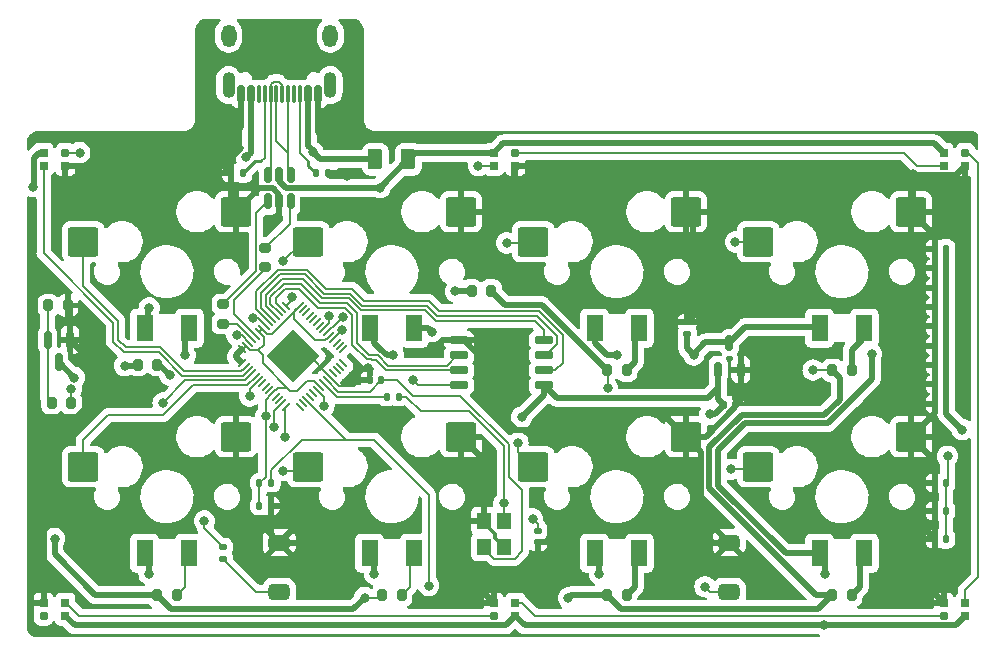
<source format=gbr>
%TF.GenerationSoftware,KiCad,Pcbnew,7.0.7*%
%TF.CreationDate,2024-01-09T04:45:59+09:00*%
%TF.ProjectId,Skeleton8,536b656c-6574-46f6-9e38-2e6b69636164,rev?*%
%TF.SameCoordinates,Original*%
%TF.FileFunction,Copper,L2,Bot*%
%TF.FilePolarity,Positive*%
%FSLAX46Y46*%
G04 Gerber Fmt 4.6, Leading zero omitted, Abs format (unit mm)*
G04 Created by KiCad (PCBNEW 7.0.7) date 2024-01-09 04:45:59*
%MOMM*%
%LPD*%
G01*
G04 APERTURE LIST*
G04 Aperture macros list*
%AMRoundRect*
0 Rectangle with rounded corners*
0 $1 Rounding radius*
0 $2 $3 $4 $5 $6 $7 $8 $9 X,Y pos of 4 corners*
0 Add a 4 corners polygon primitive as box body*
4,1,4,$2,$3,$4,$5,$6,$7,$8,$9,$2,$3,0*
0 Add four circle primitives for the rounded corners*
1,1,$1+$1,$2,$3*
1,1,$1+$1,$4,$5*
1,1,$1+$1,$6,$7*
1,1,$1+$1,$8,$9*
0 Add four rect primitives between the rounded corners*
20,1,$1+$1,$2,$3,$4,$5,0*
20,1,$1+$1,$4,$5,$6,$7,0*
20,1,$1+$1,$6,$7,$8,$9,0*
20,1,$1+$1,$8,$9,$2,$3,0*%
%AMRotRect*
0 Rectangle, with rotation*
0 The origin of the aperture is its center*
0 $1 length*
0 $2 width*
0 $3 Rotation angle, in degrees counterclockwise*
0 Add horizontal line*
21,1,$1,$2,0,0,$3*%
G04 Aperture macros list end*
%TA.AperFunction,SMDPad,CuDef*%
%ADD10RoundRect,0.200000X1.075000X1.050000X-1.075000X1.050000X-1.075000X-1.050000X1.075000X-1.050000X0*%
%TD*%
%TA.AperFunction,SMDPad,CuDef*%
%ADD11RoundRect,0.140000X0.140000X0.170000X-0.140000X0.170000X-0.140000X-0.170000X0.140000X-0.170000X0*%
%TD*%
%TA.AperFunction,SMDPad,CuDef*%
%ADD12RoundRect,0.135000X0.135000X0.185000X-0.135000X0.185000X-0.135000X-0.185000X0.135000X-0.185000X0*%
%TD*%
%TA.AperFunction,SMDPad,CuDef*%
%ADD13RoundRect,0.175000X-0.175000X-0.175000X0.175000X-0.175000X0.175000X0.175000X-0.175000X0.175000X0*%
%TD*%
%TA.AperFunction,SMDPad,CuDef*%
%ADD14R,0.700000X0.700000*%
%TD*%
%TA.AperFunction,SMDPad,CuDef*%
%ADD15R,1.400000X2.300000*%
%TD*%
%TA.AperFunction,SMDPad,CuDef*%
%ADD16RoundRect,0.175000X0.175000X0.175000X-0.175000X0.175000X-0.175000X-0.175000X0.175000X-0.175000X0*%
%TD*%
%TA.AperFunction,SMDPad,CuDef*%
%ADD17RoundRect,0.200000X0.200000X0.275000X-0.200000X0.275000X-0.200000X-0.275000X0.200000X-0.275000X0*%
%TD*%
%TA.AperFunction,SMDPad,CuDef*%
%ADD18RoundRect,0.140000X-0.170000X0.140000X-0.170000X-0.140000X0.170000X-0.140000X0.170000X0.140000X0*%
%TD*%
%TA.AperFunction,SMDPad,CuDef*%
%ADD19RoundRect,0.140000X-0.140000X-0.170000X0.140000X-0.170000X0.140000X0.170000X-0.140000X0.170000X0*%
%TD*%
%TA.AperFunction,SMDPad,CuDef*%
%ADD20RoundRect,0.140000X0.170000X-0.140000X0.170000X0.140000X-0.170000X0.140000X-0.170000X-0.140000X0*%
%TD*%
%TA.AperFunction,SMDPad,CuDef*%
%ADD21RoundRect,0.050000X0.238649X0.309359X-0.309359X-0.238649X-0.238649X-0.309359X0.309359X0.238649X0*%
%TD*%
%TA.AperFunction,SMDPad,CuDef*%
%ADD22RoundRect,0.050000X-0.238649X0.309359X-0.309359X0.238649X0.238649X-0.309359X0.309359X-0.238649X0*%
%TD*%
%TA.AperFunction,SMDPad,CuDef*%
%ADD23RotRect,3.200000X3.200000X225.000000*%
%TD*%
%TA.AperFunction,SMDPad,CuDef*%
%ADD24RoundRect,0.150000X0.150000X-0.512500X0.150000X0.512500X-0.150000X0.512500X-0.150000X-0.512500X0*%
%TD*%
%TA.AperFunction,SMDPad,CuDef*%
%ADD25RoundRect,0.135000X0.185000X-0.135000X0.185000X0.135000X-0.185000X0.135000X-0.185000X-0.135000X0*%
%TD*%
%TA.AperFunction,SMDPad,CuDef*%
%ADD26RoundRect,0.150000X-0.150000X0.587500X-0.150000X-0.587500X0.150000X-0.587500X0.150000X0.587500X0*%
%TD*%
%TA.AperFunction,SMDPad,CuDef*%
%ADD27RoundRect,0.135000X-0.135000X-0.185000X0.135000X-0.185000X0.135000X0.185000X-0.135000X0.185000X0*%
%TD*%
%TA.AperFunction,SMDPad,CuDef*%
%ADD28RoundRect,0.200000X-0.275000X0.200000X-0.275000X-0.200000X0.275000X-0.200000X0.275000X0.200000X0*%
%TD*%
%TA.AperFunction,SMDPad,CuDef*%
%ADD29RoundRect,0.337500X-0.562500X0.337500X-0.562500X-0.337500X0.562500X-0.337500X0.562500X0.337500X0*%
%TD*%
%TA.AperFunction,SMDPad,CuDef*%
%ADD30RoundRect,0.250000X-0.375000X-0.625000X0.375000X-0.625000X0.375000X0.625000X-0.375000X0.625000X0*%
%TD*%
%TA.AperFunction,SMDPad,CuDef*%
%ADD31RoundRect,0.200000X-0.200000X-0.275000X0.200000X-0.275000X0.200000X0.275000X-0.200000X0.275000X0*%
%TD*%
%TA.AperFunction,SMDPad,CuDef*%
%ADD32R,1.200000X1.400000*%
%TD*%
%TA.AperFunction,SMDPad,CuDef*%
%ADD33RoundRect,0.150000X-0.650000X-0.150000X0.650000X-0.150000X0.650000X0.150000X-0.650000X0.150000X0*%
%TD*%
%TA.AperFunction,SMDPad,CuDef*%
%ADD34RoundRect,0.150000X-0.150000X-0.575000X0.150000X-0.575000X0.150000X0.575000X-0.150000X0.575000X0*%
%TD*%
%TA.AperFunction,SMDPad,CuDef*%
%ADD35RoundRect,0.075000X-0.075000X-0.650000X0.075000X-0.650000X0.075000X0.650000X-0.075000X0.650000X0*%
%TD*%
%TA.AperFunction,ComponentPad*%
%ADD36O,1.300000X1.900000*%
%TD*%
%TA.AperFunction,ComponentPad*%
%ADD37O,1.100000X2.200000*%
%TD*%
%TA.AperFunction,ViaPad*%
%ADD38C,0.800000*%
%TD*%
%TA.AperFunction,Conductor*%
%ADD39C,0.200000*%
%TD*%
%TA.AperFunction,Conductor*%
%ADD40C,0.500000*%
%TD*%
%TA.AperFunction,Conductor*%
%ADD41C,0.300000*%
%TD*%
%TA.AperFunction,Conductor*%
%ADD42C,0.250000*%
%TD*%
G04 APERTURE END LIST*
D10*
%TO.P,SW8,1,1*%
%TO.N,key8*%
X107215000Y-73660000D03*
%TO.P,SW8,2,2*%
%TO.N,GND*%
X120142000Y-71120000D03*
%TD*%
%TO.P,SW5,1,1*%
%TO.N,key5*%
X50065000Y-73660000D03*
%TO.P,SW5,2,2*%
%TO.N,GND*%
X62992000Y-71120000D03*
%TD*%
D11*
%TO.P,C12,1*%
%TO.N,+3V3*%
X123114375Y-65037891D03*
%TO.P,C12,2*%
%TO.N,GND*%
X122154375Y-65037891D03*
%TD*%
D12*
%TO.P,R17,1*%
%TO.N,/XTAL_O*%
X76770000Y-67710000D03*
%TO.P,R17,2*%
%TO.N,XTAL_OUT*%
X75750000Y-67710000D03*
%TD*%
D13*
%TO.P,RGB2,1,DOUT*%
%TO.N,Net-(RGB2-DOUT)*%
X86640000Y-47075000D03*
D14*
%TO.P,RGB2,2,VSS*%
%TO.N,GND*%
X86640000Y-48175000D03*
%TO.P,RGB2,3,DIN*%
%TO.N,Net-(RGB1-DOUT)*%
X84810000Y-48175000D03*
%TO.P,RGB2,4,VDD*%
%TO.N,+5V*%
X84810000Y-47075000D03*
%TD*%
D15*
%TO.P,LED4,1,K*%
%TO.N,Net-(LED4-K)*%
X116200000Y-61912500D03*
%TO.P,LED4,2,A*%
%TO.N,+5V*%
X112400000Y-61912500D03*
%TD*%
D16*
%TO.P,RGB5,1,DOUT*%
%TO.N,Net-(RGB5-DOUT)*%
X84810000Y-86275000D03*
D14*
%TO.P,RGB5,2,VSS*%
%TO.N,GND*%
X84810000Y-85175000D03*
%TO.P,RGB5,3,DIN*%
%TO.N,Net-(RGB4-DOUT)*%
X86640000Y-85175000D03*
%TO.P,RGB5,4,VDD*%
%TO.N,+5V*%
X86640000Y-86275000D03*
%TD*%
D15*
%TO.P,LED6,1,K*%
%TO.N,Net-(LED6-K)*%
X78100000Y-80962500D03*
%TO.P,LED6,2,A*%
%TO.N,+5V*%
X74300000Y-80962500D03*
%TD*%
D11*
%TO.P,C16,1*%
%TO.N,+1V1*%
X123114375Y-77390625D03*
%TO.P,C16,2*%
%TO.N,GND*%
X122154375Y-77390625D03*
%TD*%
D17*
%TO.P,R7,1*%
%TO.N,Net-(LED7-K)*%
X96075000Y-84534375D03*
%TO.P,R7,2*%
%TO.N,Net-(Q1-D)*%
X94425000Y-84534375D03*
%TD*%
D18*
%TO.P,C4,1*%
%TO.N,GND*%
X101203125Y-61432500D03*
%TO.P,C4,2*%
%TO.N,+5V*%
X101203125Y-62392500D03*
%TD*%
D19*
%TO.P,C2,1*%
%TO.N,GND*%
X74350000Y-66310000D03*
%TO.P,C2,2*%
%TO.N,XTAL_IN*%
X75310000Y-66310000D03*
%TD*%
D13*
%TO.P,RGB1,1,DOUT*%
%TO.N,Net-(RGB1-DOUT)*%
X48540000Y-47075000D03*
D14*
%TO.P,RGB1,2,VSS*%
%TO.N,GND*%
X48540000Y-48175000D03*
%TO.P,RGB1,3,DIN*%
%TO.N,underglow*%
X46710000Y-48175000D03*
%TO.P,RGB1,4,VDD*%
%TO.N,+5V*%
X46710000Y-47075000D03*
%TD*%
D20*
%TO.P,C3,1*%
%TO.N,GND*%
X88540000Y-80030000D03*
%TO.P,C3,2*%
%TO.N,/XTAL_O*%
X88540000Y-79070000D03*
%TD*%
D11*
%TO.P,C15,1*%
%TO.N,+1V1*%
X123114375Y-75009375D03*
%TO.P,C15,2*%
%TO.N,GND*%
X122154375Y-75009375D03*
%TD*%
D10*
%TO.P,SW1,1,1*%
%TO.N,key1*%
X50065000Y-54610000D03*
%TO.P,SW1,2,2*%
%TO.N,GND*%
X62992000Y-52070000D03*
%TD*%
D21*
%TO.P,U4,1,IOVDD*%
%TO.N,+3V3*%
X68398573Y-60024593D03*
%TO.P,U4,2,GPIO0*%
%TO.N,unconnected-(U4-GPIO0-Pad2)*%
X68681416Y-60307436D03*
%TO.P,U4,3,GPIO1*%
%TO.N,unconnected-(U4-GPIO1-Pad3)*%
X68964258Y-60590278D03*
%TO.P,U4,4,GPIO2*%
%TO.N,unconnected-(U4-GPIO2-Pad4)*%
X69247101Y-60873121D03*
%TO.P,U4,5,GPIO3*%
%TO.N,unconnected-(U4-GPIO3-Pad5)*%
X69529944Y-61155964D03*
%TO.P,U4,6,GPIO4*%
%TO.N,unconnected-(U4-GPIO4-Pad6)*%
X69812786Y-61438806D03*
%TO.P,U4,7,GPIO5*%
%TO.N,unconnected-(U4-GPIO5-Pad7)*%
X70095629Y-61721649D03*
%TO.P,U4,8,GPIO6*%
%TO.N,key2*%
X70378472Y-62004492D03*
%TO.P,U4,9,GPIO7*%
%TO.N,key3*%
X70661315Y-62287335D03*
%TO.P,U4,10,IOVDD*%
%TO.N,+3V3*%
X70944157Y-62570177D03*
%TO.P,U4,11,GPIO8*%
%TO.N,key4*%
X71227000Y-62853020D03*
%TO.P,U4,12,GPIO9*%
%TO.N,unconnected-(U4-GPIO9-Pad12)*%
X71509843Y-63135863D03*
%TO.P,U4,13,GPIO10*%
%TO.N,unconnected-(U4-GPIO10-Pad13)*%
X71792685Y-63418705D03*
%TO.P,U4,14,GPIO11*%
%TO.N,unconnected-(U4-GPIO11-Pad14)*%
X72075528Y-63701548D03*
D22*
%TO.P,U4,15,GPIO12*%
%TO.N,unconnected-(U4-GPIO12-Pad15)*%
X72075528Y-64885952D03*
%TO.P,U4,16,GPIO13*%
%TO.N,unconnected-(U4-GPIO13-Pad16)*%
X71792685Y-65168795D03*
%TO.P,U4,17,GPIO14*%
%TO.N,unconnected-(U4-GPIO14-Pad17)*%
X71509843Y-65451637D03*
%TO.P,U4,18,GPIO15*%
%TO.N,unconnected-(U4-GPIO15-Pad18)*%
X71227000Y-65734480D03*
%TO.P,U4,19,TESTEN*%
%TO.N,GND*%
X70944157Y-66017323D03*
%TO.P,U4,20,XIN*%
%TO.N,XTAL_IN*%
X70661315Y-66300165D03*
%TO.P,U4,21,XOUT*%
%TO.N,XTAL_OUT*%
X70378472Y-66583008D03*
%TO.P,U4,22,IOVDD*%
%TO.N,+3V3*%
X70095629Y-66865851D03*
%TO.P,U4,23,DVDD*%
%TO.N,+1V1*%
X69812786Y-67148694D03*
%TO.P,U4,24,SWCLK*%
%TO.N,unconnected-(U4-SWCLK-Pad24)*%
X69529944Y-67431536D03*
%TO.P,U4,25,SWD*%
%TO.N,unconnected-(U4-SWD-Pad25)*%
X69247101Y-67714379D03*
%TO.P,U4,26,RUN*%
%TO.N,~{RESET}*%
X68964258Y-67997222D03*
%TO.P,U4,27,GPIO16*%
%TO.N,unconnected-(U4-GPIO16-Pad27)*%
X68681416Y-68280064D03*
%TO.P,U4,28,GPIO17*%
%TO.N,unconnected-(U4-GPIO17-Pad28)*%
X68398573Y-68562907D03*
D21*
%TO.P,U4,29,GPIO18*%
%TO.N,key8*%
X67214169Y-68562907D03*
%TO.P,U4,30,GPIO19*%
%TO.N,key7*%
X66931326Y-68280064D03*
%TO.P,U4,31,GPIO20*%
%TO.N,unconnected-(U4-GPIO20-Pad31)*%
X66648484Y-67997222D03*
%TO.P,U4,32,GPIO21*%
%TO.N,unconnected-(U4-GPIO21-Pad32)*%
X66365641Y-67714379D03*
%TO.P,U4,33,IOVDD*%
%TO.N,+3V3*%
X66082798Y-67431536D03*
%TO.P,U4,34,GPIO22*%
%TO.N,unconnected-(U4-GPIO22-Pad34)*%
X65799956Y-67148694D03*
%TO.P,U4,35,GPIO23*%
%TO.N,unconnected-(U4-GPIO23-Pad35)*%
X65517113Y-66865851D03*
%TO.P,U4,36,GPIO24*%
%TO.N,unconnected-(U4-GPIO24-Pad36)*%
X65234270Y-66583008D03*
%TO.P,U4,37,GPIO25*%
%TO.N,key6*%
X64951427Y-66300165D03*
%TO.P,U4,38,GPIO26_ADC0*%
%TO.N,key5*%
X64668585Y-66017323D03*
%TO.P,U4,39,GPIO27_ADC1*%
%TO.N,backlight*%
X64385742Y-65734480D03*
%TO.P,U4,40,GPIO28_ADC2*%
%TO.N,underglow*%
X64102899Y-65451637D03*
%TO.P,U4,41,GPIO29_ADC3*%
%TO.N,key1*%
X63820057Y-65168795D03*
%TO.P,U4,42,IOVDD*%
%TO.N,+3V3*%
X63537214Y-64885952D03*
D22*
%TO.P,U4,43,ADC_AVDD*%
X63537214Y-63701548D03*
%TO.P,U4,44,VREG_IN*%
X63820057Y-63418705D03*
%TO.P,U4,45,VREG_VOUT*%
%TO.N,+1V1*%
X64102899Y-63135863D03*
%TO.P,U4,46,USB_DM*%
%TO.N,/D_-*%
X64385742Y-62853020D03*
%TO.P,U4,47,USB_DP*%
%TO.N,/D_+*%
X64668585Y-62570177D03*
%TO.P,U4,48,USB_VDD*%
%TO.N,+3V3*%
X64951427Y-62287335D03*
%TO.P,U4,49,IOVDD*%
X65234270Y-62004492D03*
%TO.P,U4,50,DVDD*%
%TO.N,+1V1*%
X65517113Y-61721649D03*
%TO.P,U4,51,QSPI_SD3*%
%TO.N,SD3*%
X65799956Y-61438806D03*
%TO.P,U4,52,QSPI_SCLK*%
%TO.N,QSPI_CLK*%
X66082798Y-61155964D03*
%TO.P,U4,53,QSPI_SD0*%
%TO.N,SD0*%
X66365641Y-60873121D03*
%TO.P,U4,54,QSPI_SD2*%
%TO.N,SD2*%
X66648484Y-60590278D03*
%TO.P,U4,55,QSPI_SD1*%
%TO.N,SD1*%
X66931326Y-60307436D03*
%TO.P,U4,56,QSPI_SS*%
%TO.N,CS*%
X67214169Y-60024593D03*
D23*
%TO.P,U4,57,GND*%
%TO.N,GND*%
X67806371Y-64293750D03*
%TD*%
D10*
%TO.P,SW4,1,1*%
%TO.N,key4*%
X107215000Y-54610000D03*
%TO.P,SW4,2,2*%
%TO.N,GND*%
X120142000Y-52070000D03*
%TD*%
D24*
%TO.P,U2,1,I/O1*%
%TO.N,D_P*%
X67625000Y-51196875D03*
%TO.P,U2,2,GND*%
%TO.N,GND*%
X66675000Y-51196875D03*
%TO.P,U2,3,I/O2*%
%TO.N,D_N*%
X65725000Y-51196875D03*
%TO.P,U2,4,I/O2*%
%TO.N,D_USB_N*%
X65725000Y-48921875D03*
%TO.P,U2,5,VBUS*%
%TO.N,+5V*%
X66675000Y-48921875D03*
%TO.P,U2,6,I/O1*%
%TO.N,D_USB_P*%
X67625000Y-48921875D03*
%TD*%
D15*
%TO.P,LED3,1,K*%
%TO.N,Net-(LED3-K)*%
X97150000Y-61912500D03*
%TO.P,LED3,2,A*%
%TO.N,+5V*%
X93350000Y-61912500D03*
%TD*%
D16*
%TO.P,RGB4,1,DOUT*%
%TO.N,Net-(RGB4-DOUT)*%
X122910000Y-86275000D03*
D14*
%TO.P,RGB4,2,VSS*%
%TO.N,GND*%
X122910000Y-85175000D03*
%TO.P,RGB4,3,DIN*%
%TO.N,Net-(RGB3-DOUT)*%
X124740000Y-85175000D03*
%TO.P,RGB4,4,VDD*%
%TO.N,+5V*%
X124740000Y-86275000D03*
%TD*%
D10*
%TO.P,SW2,1,1*%
%TO.N,key2*%
X69115000Y-54610000D03*
%TO.P,SW2,2,2*%
%TO.N,GND*%
X82042000Y-52070000D03*
%TD*%
D25*
%TO.P,R11,1*%
%TO.N,/~{USB_BOOT}*%
X61912500Y-81472500D03*
%TO.P,R11,2*%
%TO.N,CS*%
X61912500Y-80452500D03*
%TD*%
D11*
%TO.P,C17,1*%
%TO.N,+1V1*%
X123114375Y-79771875D03*
%TO.P,C17,2*%
%TO.N,GND*%
X122154375Y-79771875D03*
%TD*%
D17*
%TO.P,R1,1*%
%TO.N,Net-(LED1-K)*%
X56335000Y-65010000D03*
%TO.P,R1,2*%
%TO.N,Net-(Q1-D)*%
X54685000Y-65010000D03*
%TD*%
D15*
%TO.P,LED5,1,K*%
%TO.N,Net-(LED5-K)*%
X59050000Y-80962500D03*
%TO.P,LED5,2,A*%
%TO.N,+5V*%
X55250000Y-80962500D03*
%TD*%
D26*
%TO.P,Q1,1,G*%
%TO.N,Net-(Q1-G)*%
X47040000Y-62932500D03*
%TO.P,Q1,2,S*%
%TO.N,GND*%
X48940000Y-62932500D03*
%TO.P,Q1,3,D*%
%TO.N,Net-(Q1-D)*%
X47990000Y-64807500D03*
%TD*%
D27*
%TO.P,R13,1*%
%TO.N,/CC2*%
X69736875Y-48815625D03*
%TO.P,R13,2*%
%TO.N,GND*%
X70756875Y-48815625D03*
%TD*%
D28*
%TO.P,R15,1*%
%TO.N,D_P*%
X65484375Y-55134375D03*
%TO.P,R15,2*%
%TO.N,/D_+*%
X65484375Y-56784375D03*
%TD*%
D15*
%TO.P,LED7,1,K*%
%TO.N,Net-(LED7-K)*%
X97150000Y-80962500D03*
%TO.P,LED7,2,A*%
%TO.N,+5V*%
X93350000Y-80962500D03*
%TD*%
D12*
%TO.P,R12,1*%
%TO.N,/CC1*%
X63613125Y-48815625D03*
%TO.P,R12,2*%
%TO.N,GND*%
X62593125Y-48815625D03*
%TD*%
D11*
%TO.P,C14,1*%
%TO.N,+3V3*%
X123114375Y-68312112D03*
%TO.P,C14,2*%
%TO.N,GND*%
X122154375Y-68312112D03*
%TD*%
D29*
%TO.P,TS2,1,1*%
%TO.N,GND*%
X104775000Y-80078125D03*
%TO.P,TS2,2,2*%
%TO.N,~{RESET}*%
X104775000Y-84228125D03*
%TD*%
D11*
%TO.P,C6,1*%
%TO.N,+3V3*%
X123114375Y-55215237D03*
%TO.P,C6,2*%
%TO.N,GND*%
X122154375Y-55215237D03*
%TD*%
D30*
%TO.P,F1,1*%
%TO.N,VBUS*%
X74800000Y-47625000D03*
%TO.P,F1,2*%
%TO.N,+5V*%
X77600000Y-47625000D03*
%TD*%
D19*
%TO.P,C1,1*%
%TO.N,+3V3*%
X64978750Y-76953750D03*
%TO.P,C1,2*%
%TO.N,GND*%
X65938750Y-76953750D03*
%TD*%
D11*
%TO.P,C7,1*%
%TO.N,+3V3*%
X123114375Y-56852346D03*
%TO.P,C7,2*%
%TO.N,GND*%
X122154375Y-56852346D03*
%TD*%
D27*
%TO.P,R14,1*%
%TO.N,+3V3*%
X64974375Y-75009375D03*
%TO.P,R14,2*%
%TO.N,~{RESET}*%
X65994375Y-75009375D03*
%TD*%
D31*
%TO.P,R10,1*%
%TO.N,Net-(Q1-G)*%
X47105000Y-60000000D03*
%TO.P,R10,2*%
%TO.N,GND*%
X48755000Y-60000000D03*
%TD*%
D10*
%TO.P,SW6,1,1*%
%TO.N,key6*%
X69115000Y-73660000D03*
%TO.P,SW6,2,2*%
%TO.N,GND*%
X82042000Y-71120000D03*
%TD*%
D17*
%TO.P,R8,1*%
%TO.N,Net-(LED8-K)*%
X115125000Y-84534375D03*
%TO.P,R8,2*%
%TO.N,Net-(Q1-D)*%
X113475000Y-84534375D03*
%TD*%
D15*
%TO.P,LED8,1,K*%
%TO.N,Net-(LED8-K)*%
X116200000Y-80962500D03*
%TO.P,LED8,2,A*%
%TO.N,+5V*%
X112400000Y-80962500D03*
%TD*%
D28*
%TO.P,R16,1*%
%TO.N,D_N*%
X61912500Y-59896875D03*
%TO.P,R16,2*%
%TO.N,/D_-*%
X61912500Y-61546875D03*
%TD*%
D17*
%TO.P,R3,1*%
%TO.N,Net-(LED3-K)*%
X96075000Y-65484375D03*
%TO.P,R3,2*%
%TO.N,Net-(Q1-D)*%
X94425000Y-65484375D03*
%TD*%
D29*
%TO.P,TS1,1,1*%
%TO.N,GND*%
X66675000Y-80078125D03*
%TO.P,TS1,2,2*%
%TO.N,/~{USB_BOOT}*%
X66675000Y-84228125D03*
%TD*%
D15*
%TO.P,LED1,1,K*%
%TO.N,Net-(LED1-K)*%
X59050000Y-61912500D03*
%TO.P,LED1,2,A*%
%TO.N,+5V*%
X55250000Y-61912500D03*
%TD*%
D11*
%TO.P,C11,1*%
%TO.N,+3V3*%
X123114375Y-63400782D03*
%TO.P,C11,2*%
%TO.N,GND*%
X122154375Y-63400782D03*
%TD*%
D31*
%TO.P,R9,1*%
%TO.N,Net-(Q1-G)*%
X47375000Y-68230000D03*
%TO.P,R9,2*%
%TO.N,backlight*%
X49025000Y-68230000D03*
%TD*%
D32*
%TO.P,Y1,1,1*%
%TO.N,/XTAL_O*%
X85680000Y-78240000D03*
%TO.P,Y1,2,2*%
%TO.N,GND*%
X85680000Y-80440000D03*
%TO.P,Y1,3,3*%
%TO.N,XTAL_IN*%
X83980000Y-80440000D03*
%TO.P,Y1,4,4*%
%TO.N,GND*%
X83980000Y-78240000D03*
%TD*%
D16*
%TO.P,RGB6,1,DOUT*%
%TO.N,unconnected-(RGB6-DOUT-Pad1)*%
X46710000Y-86275000D03*
D14*
%TO.P,RGB6,2,VSS*%
%TO.N,GND*%
X46710000Y-85175000D03*
%TO.P,RGB6,3,DIN*%
%TO.N,Net-(RGB5-DOUT)*%
X48540000Y-85175000D03*
%TO.P,RGB6,4,VDD*%
%TO.N,+5V*%
X48540000Y-86275000D03*
%TD*%
D15*
%TO.P,LED2,1,K*%
%TO.N,Net-(LED2-K)*%
X78100000Y-61912500D03*
%TO.P,LED2,2,A*%
%TO.N,+5V*%
X74300000Y-61912500D03*
%TD*%
D24*
%TO.P,U3,1,GND*%
%TO.N,GND*%
X105725000Y-65431250D03*
%TO.P,U3,2,VO*%
%TO.N,+3V3*%
X103825000Y-65431250D03*
%TO.P,U3,3,VI*%
%TO.N,+5V*%
X104775000Y-63156250D03*
%TD*%
D11*
%TO.P,C10,1*%
%TO.N,+3V3*%
X123114375Y-61763673D03*
%TO.P,C10,2*%
%TO.N,GND*%
X122154375Y-61763673D03*
%TD*%
%TO.P,C5,1*%
%TO.N,GND*%
X105270000Y-68440000D03*
%TO.P,C5,2*%
%TO.N,+3V3*%
X104310000Y-68440000D03*
%TD*%
%TO.P,C8,1*%
%TO.N,+3V3*%
X123114375Y-58489455D03*
%TO.P,C8,2*%
%TO.N,GND*%
X122154375Y-58489455D03*
%TD*%
D10*
%TO.P,SW3,1,1*%
%TO.N,key3*%
X88165000Y-54610000D03*
%TO.P,SW3,2,2*%
%TO.N,GND*%
X101092000Y-52070000D03*
%TD*%
D11*
%TO.P,C13,1*%
%TO.N,+3V3*%
X123114375Y-66675000D03*
%TO.P,C13,2*%
%TO.N,GND*%
X122154375Y-66675000D03*
%TD*%
D33*
%TO.P,U1,1,~{CS}*%
%TO.N,CS*%
X81880000Y-66755000D03*
%TO.P,U1,2,DO(IO1)*%
%TO.N,SD1*%
X81880000Y-65485000D03*
%TO.P,U1,3,IO2*%
%TO.N,SD2*%
X81880000Y-64215000D03*
%TO.P,U1,4,GND*%
%TO.N,GND*%
X81880000Y-62945000D03*
%TO.P,U1,5,DI(IO0)*%
%TO.N,SD0*%
X89080000Y-62945000D03*
%TO.P,U1,6,CLK*%
%TO.N,QSPI_CLK*%
X89080000Y-64215000D03*
%TO.P,U1,7,IO3*%
%TO.N,SD3*%
X89080000Y-65485000D03*
%TO.P,U1,8,VCC*%
%TO.N,+3V3*%
X89080000Y-66755000D03*
%TD*%
D34*
%TO.P,J1,A1,GND*%
%TO.N,GND*%
X63425000Y-42125625D03*
%TO.P,J1,A4,VBUS*%
%TO.N,VBUS*%
X64225000Y-42125625D03*
D35*
%TO.P,J1,A5,CC1*%
%TO.N,/CC1*%
X65425000Y-42125625D03*
%TO.P,J1,A6,D+*%
%TO.N,D_USB_P*%
X66421000Y-42125625D03*
%TO.P,J1,A7,D-*%
%TO.N,D_USB_N*%
X66925000Y-42125625D03*
%TO.P,J1,A8,SBU1*%
%TO.N,unconnected-(J1-SBU1-PadA8)*%
X67925000Y-42125625D03*
D34*
%TO.P,J1,B1,GND*%
%TO.N,GND*%
X69925000Y-42125625D03*
%TO.P,J1,B4,VBUS*%
%TO.N,VBUS*%
X69125000Y-42125625D03*
D35*
%TO.P,J1,B5,CC2*%
%TO.N,/CC2*%
X68425000Y-42125625D03*
%TO.P,J1,B6,D+*%
%TO.N,D_USB_P*%
X67425000Y-42125625D03*
%TO.P,J1,B7,D-*%
%TO.N,D_USB_N*%
X65925000Y-42125625D03*
%TO.P,J1,B8,SBU2*%
%TO.N,unconnected-(J1-SBU2-PadB8)*%
X64925000Y-42125625D03*
D36*
%TO.P,J1,S*%
%TO.N,N/C*%
X62375000Y-37150625D03*
D37*
X62375000Y-41350625D03*
D36*
X70975000Y-37150625D03*
D37*
X70975000Y-41350625D03*
%TD*%
D17*
%TO.P,R4,1*%
%TO.N,Net-(LED4-K)*%
X115125000Y-65484375D03*
%TO.P,R4,2*%
%TO.N,Net-(Q1-D)*%
X113475000Y-65484375D03*
%TD*%
D10*
%TO.P,SW7,1,1*%
%TO.N,key7*%
X88165000Y-73660000D03*
%TO.P,SW7,2,2*%
%TO.N,GND*%
X101092000Y-71120000D03*
%TD*%
D13*
%TO.P,RGB3,1,DOUT*%
%TO.N,Net-(RGB3-DOUT)*%
X124740000Y-47075000D03*
D14*
%TO.P,RGB3,2,VSS*%
%TO.N,GND*%
X124740000Y-48175000D03*
%TO.P,RGB3,3,DIN*%
%TO.N,Net-(RGB2-DOUT)*%
X122910000Y-48175000D03*
%TO.P,RGB3,4,VDD*%
%TO.N,+5V*%
X122910000Y-47075000D03*
%TD*%
D31*
%TO.P,R2,1*%
%TO.N,Net-(LED2-K)*%
X82945000Y-58750000D03*
%TO.P,R2,2*%
%TO.N,Net-(Q1-D)*%
X84595000Y-58750000D03*
%TD*%
D17*
%TO.P,R5,1*%
%TO.N,Net-(LED5-K)*%
X57975000Y-84534375D03*
%TO.P,R5,2*%
%TO.N,Net-(Q1-D)*%
X56325000Y-84534375D03*
%TD*%
D11*
%TO.P,C9,1*%
%TO.N,+3V3*%
X123114375Y-60126564D03*
%TO.P,C9,2*%
%TO.N,GND*%
X122154375Y-60126564D03*
%TD*%
D17*
%TO.P,R6,1*%
%TO.N,Net-(LED6-K)*%
X77025000Y-84534375D03*
%TO.P,R6,2*%
%TO.N,Net-(Q1-D)*%
X75375000Y-84534375D03*
%TD*%
D38*
%TO.N,+3V3*%
X124479500Y-70513750D03*
X103098750Y-69223750D03*
X65498750Y-69383750D03*
X87178750Y-69473750D03*
%TO.N,GND*%
X76401573Y-52560000D03*
X82060000Y-54070000D03*
X74210000Y-65270000D03*
X72430000Y-49030000D03*
X84576764Y-65263236D03*
X101050000Y-48830000D03*
X102370000Y-79093900D03*
X60721875Y-45243750D03*
X86570000Y-49470000D03*
X63600000Y-73530000D03*
X90520000Y-48830000D03*
X66350000Y-52560000D03*
X71960000Y-46220000D03*
X81600000Y-79093900D03*
X90200000Y-79093900D03*
X120500000Y-79030000D03*
X120280000Y-48830000D03*
X46710000Y-81870000D03*
X68465300Y-79792500D03*
%TO.N,/XTAL_O*%
X85680000Y-76760000D03*
X88100000Y-78070000D03*
%TO.N,+1V1*%
X70448140Y-68491860D03*
X123240000Y-72760000D03*
X63046739Y-62503261D03*
X64460600Y-61088694D03*
%TO.N,+5V*%
X95288750Y-64190000D03*
X93760000Y-82750000D03*
X112820000Y-87075000D03*
X101760000Y-64190000D03*
X55630000Y-82750000D03*
X45850000Y-49950000D03*
X74710000Y-82750000D03*
X116818750Y-64123750D03*
X76330000Y-64190000D03*
X75190625Y-50034375D03*
X55650000Y-60200000D03*
X112870000Y-82700000D03*
%TO.N,VBUS*%
X69520000Y-47010000D03*
X63850000Y-47440000D03*
%TO.N,Net-(LED1-K)*%
X58696840Y-64211910D03*
X57370000Y-65870000D03*
%TO.N,Net-(LED2-K)*%
X79570000Y-62220000D03*
X81573750Y-58803750D03*
%TO.N,Net-(Q1-D)*%
X73890000Y-84730000D03*
X91130000Y-84760000D03*
X94450000Y-66970000D03*
X53570000Y-65100000D03*
X49310838Y-66105133D03*
X47639312Y-79739312D03*
X111860000Y-65470000D03*
%TO.N,CS*%
X67720000Y-59269500D03*
X77970000Y-66300000D03*
X60310000Y-78249500D03*
%TO.N,~{RESET}*%
X102710000Y-83810000D03*
X79310000Y-83710000D03*
%TO.N,backlight*%
X56818750Y-68243750D03*
X49050000Y-67070000D03*
%TO.N,Net-(RGB1-DOUT)*%
X49770000Y-47050000D03*
X83520000Y-48150000D03*
%TO.N,key2*%
X66990000Y-56270500D03*
X70881250Y-60908750D03*
%TO.N,key3*%
X72067736Y-61010776D03*
X85900000Y-54710000D03*
%TO.N,key4*%
X72007773Y-62045840D03*
X105270000Y-54620000D03*
%TO.N,key6*%
X64160000Y-67670000D03*
X66941068Y-73991068D03*
%TO.N,key7*%
X86870000Y-71620000D03*
X66240000Y-70330000D03*
%TO.N,key8*%
X67130000Y-71140000D03*
X104930000Y-73860000D03*
%TD*%
D39*
%TO.N,+3V3*%
X63820057Y-63418705D02*
X63537214Y-63701548D01*
X66042158Y-62381008D02*
X68398573Y-60024593D01*
X65498750Y-74485000D02*
X64974375Y-75009375D01*
D40*
X103825000Y-66953750D02*
X103825000Y-67955000D01*
D39*
X67920000Y-60503166D02*
X68398573Y-60024593D01*
X70095629Y-66865851D02*
X69623528Y-66393750D01*
X66550584Y-66963750D02*
X66082798Y-67431536D01*
D40*
X123114375Y-58489455D02*
X123114375Y-60126564D01*
X123114375Y-56852346D02*
X123114375Y-58489455D01*
X123114375Y-66675000D02*
X123114375Y-68312112D01*
X103825000Y-67955000D02*
X104310000Y-68440000D01*
D39*
X65243629Y-64909899D02*
X65243629Y-64174073D01*
D40*
X123114375Y-55215237D02*
X123114375Y-56852346D01*
X123114375Y-60126564D02*
X123114375Y-61763673D01*
X123114375Y-69148625D02*
X124479500Y-70513750D01*
D39*
X65243629Y-64174073D02*
X64864778Y-63795222D01*
X65498750Y-68015584D02*
X65498750Y-69383750D01*
X68968750Y-66393750D02*
X68138750Y-67223750D01*
X70944157Y-62570177D02*
X70567640Y-62946694D01*
X65327944Y-62663852D02*
X65327944Y-63332056D01*
X69623528Y-66393750D02*
X68968750Y-66393750D01*
D40*
X63010698Y-64359436D02*
X63431149Y-64779887D01*
X103526250Y-69223750D02*
X104310000Y-68440000D01*
X63010698Y-64228064D02*
X63010698Y-64359436D01*
D39*
X65234270Y-62004492D02*
X65610788Y-62381008D01*
X64196574Y-63795222D02*
X63820057Y-63418705D01*
X64974375Y-76949375D02*
X64978750Y-76953750D01*
D40*
X89080000Y-67572500D02*
X87178750Y-69473750D01*
X123114375Y-61763673D02*
X123114375Y-63400782D01*
D39*
X67920000Y-61160000D02*
X67920000Y-60503166D01*
D40*
X89080000Y-66755000D02*
X89080000Y-67572500D01*
X103098750Y-69223750D02*
X103526250Y-69223750D01*
X90145000Y-67820000D02*
X102958750Y-67820000D01*
D39*
X64864778Y-63795222D02*
X64196574Y-63795222D01*
X67297480Y-66963750D02*
X66550584Y-66963750D01*
X67398750Y-67065020D02*
X67297480Y-66963750D01*
X67557480Y-67223750D02*
X67398750Y-67065020D01*
D40*
X123114375Y-65037891D02*
X123114375Y-66675000D01*
D39*
X66082798Y-67431536D02*
X65498750Y-68015584D01*
D40*
X102958750Y-67820000D02*
X103825000Y-66953750D01*
D39*
X67398750Y-67065020D02*
X65243629Y-64909899D01*
D40*
X103825000Y-65431250D02*
X103825000Y-66953750D01*
D39*
X64951427Y-62287335D02*
X65327944Y-62663852D01*
X68138750Y-67223750D02*
X67557480Y-67223750D01*
X70567640Y-62946694D02*
X69706694Y-62946694D01*
D40*
X123114375Y-68312112D02*
X123114375Y-69148625D01*
D39*
X65498750Y-69383750D02*
X65498750Y-74485000D01*
D40*
X123114375Y-63400782D02*
X123114375Y-65037891D01*
D39*
X64974375Y-75009375D02*
X64974375Y-76949375D01*
X65234270Y-62004492D02*
X64951427Y-62287335D01*
X69706694Y-62946694D02*
X67920000Y-61160000D01*
X65610788Y-62381008D02*
X66042158Y-62381008D01*
D40*
X63537214Y-63701548D02*
X63010698Y-64228064D01*
D39*
X65327944Y-63332056D02*
X64864778Y-63795222D01*
D40*
X89080000Y-66755000D02*
X90145000Y-67820000D01*
%TO.N,GND*%
X51196875Y-65189375D02*
X48940000Y-62932500D01*
X122154375Y-61763673D02*
X122154375Y-63400782D01*
X83980000Y-73058000D02*
X83980000Y-78240000D01*
X101680900Y-60954725D02*
X101680900Y-52658900D01*
X94030000Y-70570000D02*
X95590000Y-69010000D01*
X82258528Y-62945000D02*
X84576764Y-65263236D01*
X101680900Y-52658900D02*
X101092000Y-52070000D01*
D39*
X74350000Y-66310000D02*
X73490000Y-66310000D01*
D40*
X105270000Y-68624386D02*
X105270000Y-68440000D01*
X48940000Y-60185000D02*
X48755000Y-60000000D01*
X101092000Y-71120000D02*
X102774386Y-71120000D01*
X122154375Y-69107625D02*
X120142000Y-71120000D01*
X122910000Y-85175000D02*
X122154375Y-84419375D01*
X81880000Y-62945000D02*
X82258528Y-62945000D01*
X62593125Y-51671125D02*
X62593125Y-48815625D01*
X66123528Y-50084375D02*
X66675000Y-50635847D01*
X122154375Y-84419375D02*
X122154375Y-79771875D01*
X105725000Y-67985000D02*
X105270000Y-68440000D01*
X46710000Y-72272500D02*
X51196875Y-67785625D01*
X122154375Y-60126564D02*
X122154375Y-58489455D01*
X62992000Y-52070000D02*
X62593125Y-51671125D01*
X121412500Y-79030000D02*
X122154375Y-79771875D01*
X101092000Y-48872000D02*
X101050000Y-48830000D01*
D39*
X73490000Y-66310000D02*
X73020000Y-66780000D01*
D40*
X84810000Y-85175000D02*
X81600000Y-81965000D01*
X86570000Y-49470000D02*
X86570000Y-48245000D01*
X65938750Y-76953750D02*
X65938750Y-79341875D01*
X122154375Y-54082375D02*
X120142000Y-52070000D01*
X63425000Y-44921875D02*
X63103125Y-45243750D01*
D41*
X83980000Y-78440000D02*
X83980000Y-78240000D01*
D40*
X85410000Y-69280000D02*
X86700000Y-70570000D01*
X101203125Y-61432500D02*
X101680900Y-60954725D01*
X51196875Y-67785625D02*
X51196875Y-65189375D01*
X61952500Y-48175000D02*
X62593125Y-48815625D01*
X120280000Y-48830000D02*
X120280000Y-51932000D01*
X102774386Y-71120000D02*
X105270000Y-68624386D01*
X122154375Y-63400782D02*
X122154375Y-65037891D01*
X48940000Y-62932500D02*
X48940000Y-60185000D01*
X61952500Y-48135418D02*
X61952500Y-48175000D01*
X122154375Y-55215237D02*
X122154375Y-56852346D01*
X89865000Y-48175000D02*
X90520000Y-48830000D01*
X62992000Y-52070000D02*
X64977625Y-50084375D01*
X122154375Y-66675000D02*
X122154375Y-65037891D01*
X66675000Y-80078125D02*
X68179675Y-80078125D01*
X63425000Y-46662918D02*
X61952500Y-48135418D01*
X46710000Y-85175000D02*
X46710000Y-81870000D01*
X85410000Y-66096472D02*
X85410000Y-69280000D01*
X122154375Y-68312112D02*
X122154375Y-69107625D01*
X72430000Y-49030000D02*
X70971250Y-49030000D01*
X122154375Y-68312112D02*
X122154375Y-66675000D01*
X68179675Y-80078125D02*
X68465300Y-79792500D01*
D41*
X85680000Y-80440000D02*
X84930000Y-79690000D01*
D40*
X66675000Y-51196875D02*
X66675000Y-52235000D01*
X98982000Y-69010000D02*
X101092000Y-71120000D01*
X82042000Y-71120000D02*
X83980000Y-73058000D01*
X122154375Y-61763673D02*
X122154375Y-60126564D01*
D39*
X69220586Y-64293750D02*
X67806371Y-64293750D01*
D40*
X70803286Y-46220000D02*
X71960000Y-46220000D01*
X82042000Y-54052000D02*
X82060000Y-54070000D01*
X122154375Y-73132375D02*
X120142000Y-71120000D01*
X86700000Y-70570000D02*
X94030000Y-70570000D01*
X102370000Y-72398000D02*
X102370000Y-79093900D01*
X83980000Y-78240000D02*
X82453900Y-78240000D01*
X103354225Y-80078125D02*
X102370000Y-79093900D01*
X104775000Y-80078125D02*
X103354225Y-80078125D01*
X120425000Y-48975000D02*
X120280000Y-48830000D01*
X63425000Y-42125625D02*
X63425000Y-44921875D01*
X122154375Y-77390625D02*
X122154375Y-75009375D01*
X81600000Y-81965000D02*
X81600000Y-79093900D01*
X48540000Y-48175000D02*
X61952500Y-48175000D01*
X62992000Y-72922000D02*
X63600000Y-73530000D01*
X46710000Y-81870000D02*
X46710000Y-72272500D01*
X122154375Y-75009375D02*
X122154375Y-73132375D01*
D39*
X71706834Y-66780000D02*
X70944157Y-66017323D01*
D40*
X69925000Y-42125625D02*
X69925000Y-45341714D01*
X101092000Y-52070000D02*
X101092000Y-48872000D01*
X63103125Y-45243750D02*
X60721875Y-45243750D01*
X105725000Y-65431250D02*
X105725000Y-67985000D01*
X65938750Y-79341875D02*
X66675000Y-80078125D01*
X70971250Y-49030000D02*
X70756875Y-48815625D01*
X120280000Y-51932000D02*
X120142000Y-52070000D01*
X101092000Y-71120000D02*
X102370000Y-72398000D01*
D39*
X74350000Y-66310000D02*
X74350000Y-65410000D01*
D40*
X123940000Y-48975000D02*
X120425000Y-48975000D01*
X84576764Y-65263236D02*
X85410000Y-66096472D01*
X95590000Y-69010000D02*
X98982000Y-69010000D01*
X124740000Y-48175000D02*
X123940000Y-48975000D01*
X122154375Y-55215237D02*
X122154375Y-54082375D01*
X66675000Y-52235000D02*
X66350000Y-52560000D01*
X66675000Y-50635847D02*
X66675000Y-51196875D01*
X122154375Y-79771875D02*
X122154375Y-77390625D01*
X82453900Y-78240000D02*
X81600000Y-79093900D01*
X120500000Y-79030000D02*
X121412500Y-79030000D01*
X82042000Y-52070000D02*
X82042000Y-54052000D01*
X122154375Y-58489455D02*
X122154375Y-56852346D01*
D39*
X73020000Y-66780000D02*
X71706834Y-66780000D01*
X70944157Y-66017323D02*
X69220586Y-64293750D01*
D40*
X62992000Y-71120000D02*
X62992000Y-72922000D01*
D41*
X84930000Y-79690000D02*
X84930000Y-79390000D01*
X84930000Y-79390000D02*
X83980000Y-78440000D01*
D40*
X86640000Y-48175000D02*
X89865000Y-48175000D01*
X88540000Y-80030000D02*
X89263900Y-80030000D01*
D39*
X74350000Y-65410000D02*
X74210000Y-65270000D01*
D40*
X89263900Y-80030000D02*
X90200000Y-79093900D01*
X69925000Y-45341714D02*
X70803286Y-46220000D01*
X64977625Y-50084375D02*
X66123528Y-50084375D01*
X86570000Y-48245000D02*
X86640000Y-48175000D01*
D39*
%TO.N,XTAL_IN*%
X77955686Y-67680000D02*
X76585686Y-66310000D01*
X71671150Y-67310000D02*
X70661315Y-66300165D01*
X86080000Y-74510000D02*
X86080000Y-71760207D01*
X86080000Y-71760207D02*
X81999793Y-67680000D01*
X75310000Y-66310000D02*
X74310000Y-67310000D01*
X74310000Y-67310000D02*
X71671150Y-67310000D01*
X83980000Y-80540000D02*
X84880000Y-81440000D01*
X81999793Y-67680000D02*
X77955686Y-67680000D01*
X84880000Y-81440000D02*
X86580000Y-81440000D01*
X86580000Y-81440000D02*
X87200000Y-80820000D01*
X76585686Y-66310000D02*
X75310000Y-66310000D01*
X83980000Y-80440000D02*
X83980000Y-80540000D01*
X87200000Y-80820000D02*
X87200000Y-75630000D01*
X87200000Y-75630000D02*
X86080000Y-74510000D01*
%TO.N,/XTAL_O*%
X77420000Y-67710000D02*
X78660000Y-68950000D01*
X76770000Y-67710000D02*
X77420000Y-67710000D01*
X85680000Y-71925893D02*
X85680000Y-76760000D01*
X88540000Y-79070000D02*
X88540000Y-78510000D01*
X85680000Y-76760000D02*
X85680000Y-78240000D01*
X78660000Y-68950000D02*
X82704107Y-68950000D01*
X88540000Y-78510000D02*
X88100000Y-78070000D01*
X82704107Y-68950000D02*
X85680000Y-71925893D01*
%TO.N,+1V1*%
X63470297Y-62503261D02*
X64102899Y-63135863D01*
X70448140Y-67784048D02*
X69812786Y-67148694D01*
X123114375Y-75009375D02*
X123240000Y-74883750D01*
X64884158Y-61088694D02*
X65517113Y-61721649D01*
X123240000Y-74883750D02*
X123240000Y-72760000D01*
X70448140Y-68491860D02*
X70448140Y-67784048D01*
X123114375Y-75009375D02*
X123114375Y-77390625D01*
X64460600Y-61088694D02*
X64884158Y-61088694D01*
X123114375Y-79771875D02*
X123114375Y-77390625D01*
X63046739Y-62503261D02*
X63470297Y-62503261D01*
D40*
%TO.N,+5V*%
X75216319Y-63665000D02*
X74700000Y-63148681D01*
X75190625Y-50034375D02*
X67226472Y-50034375D01*
X104775000Y-63156250D02*
X106111750Y-61819500D01*
X123940000Y-87075000D02*
X112820000Y-87075000D01*
X101760000Y-64092500D02*
X102728750Y-63123750D01*
X74700000Y-63148681D02*
X74700000Y-61912500D01*
X93350000Y-63157500D02*
X94382500Y-64190000D01*
X55563000Y-60287000D02*
X55563000Y-61819500D01*
X94382500Y-64190000D02*
X95288750Y-64190000D01*
X55650000Y-60200000D02*
X55563000Y-60287000D01*
X122910000Y-47075000D02*
X122110000Y-46275000D01*
X106111750Y-61819500D02*
X112713000Y-61819500D01*
X55650000Y-80962500D02*
X55650000Y-82730000D01*
X66675000Y-49482903D02*
X66675000Y-48921875D01*
X93750000Y-82740000D02*
X93760000Y-82750000D01*
X75218504Y-63665000D02*
X75216319Y-63665000D01*
X116818750Y-64123750D02*
X116818750Y-66233699D01*
X77600000Y-47625000D02*
X75190625Y-50034375D01*
X84810000Y-47075000D02*
X78150000Y-47075000D01*
X87440000Y-87075000D02*
X86640000Y-86275000D01*
X74700000Y-80962500D02*
X74700000Y-82740000D01*
X113108699Y-69943750D02*
X106108700Y-69943750D01*
X75743504Y-64190000D02*
X75218504Y-63665000D01*
X76330000Y-64190000D02*
X75743504Y-64190000D01*
X112820000Y-87075000D02*
X87440000Y-87075000D01*
X49340000Y-87075000D02*
X48540000Y-86275000D01*
X112870000Y-82700000D02*
X112870000Y-81032500D01*
X109527450Y-80962500D02*
X112800000Y-80962500D01*
X45850000Y-49950000D02*
X45900000Y-49900000D01*
X45900000Y-49900000D02*
X45900000Y-47510000D01*
X93750000Y-80962500D02*
X93750000Y-82740000D01*
X101203125Y-62392500D02*
X101203125Y-63633125D01*
X112870000Y-81032500D02*
X112800000Y-80962500D01*
X67226472Y-50034375D02*
X66675000Y-49482903D01*
X103818750Y-75253800D02*
X109527450Y-80962500D01*
X45900000Y-47510000D02*
X46335000Y-47075000D01*
X46335000Y-47075000D02*
X46710000Y-47075000D01*
X101760000Y-64190000D02*
X101760000Y-64092500D01*
X106108700Y-69943750D02*
X103818750Y-72233700D01*
X102728750Y-63123750D02*
X104742500Y-63123750D01*
X74700000Y-82740000D02*
X74710000Y-82750000D01*
X78150000Y-47075000D02*
X77600000Y-47625000D01*
X103818750Y-72233700D02*
X103818750Y-75253800D01*
X104742500Y-63123750D02*
X104775000Y-63156250D01*
X122110000Y-46275000D02*
X85610000Y-46275000D01*
X85610000Y-46275000D02*
X84810000Y-47075000D01*
X101203125Y-63633125D02*
X101760000Y-64190000D01*
X86640000Y-86275000D02*
X85840000Y-87075000D01*
X93350000Y-61912500D02*
X93350000Y-63157500D01*
X55650000Y-82730000D02*
X55630000Y-82750000D01*
X85840000Y-87075000D02*
X49340000Y-87075000D01*
X124740000Y-86275000D02*
X123940000Y-87075000D01*
X116818750Y-66233699D02*
X113108699Y-69943750D01*
%TO.N,VBUS*%
X64230000Y-47060000D02*
X63850000Y-47440000D01*
X64225000Y-42125625D02*
X64225000Y-47055000D01*
X70135000Y-47625000D02*
X74800000Y-47625000D01*
X69125000Y-42125625D02*
X69125000Y-46468750D01*
X69520000Y-47010000D02*
X69520000Y-46863750D01*
X69520000Y-47010000D02*
X70135000Y-47625000D01*
X69520000Y-46863750D02*
X69125000Y-46468750D01*
X64225000Y-47055000D02*
X64230000Y-47060000D01*
D42*
%TO.N,/CC1*%
X64630000Y-47798750D02*
X65141250Y-47798750D01*
D39*
X65425000Y-47515000D02*
X65141250Y-47798750D01*
X65425000Y-42125625D02*
X65425000Y-47515000D01*
D42*
X63613125Y-48815625D02*
X64630000Y-47798750D01*
D39*
%TO.N,D_USB_P*%
X66421000Y-42125625D02*
X66421000Y-46074750D01*
X67425000Y-47078750D02*
X67430000Y-47083750D01*
X67625000Y-48921875D02*
X67430000Y-48726875D01*
X66421000Y-46074750D02*
X67430000Y-47083750D01*
X67430000Y-48726875D02*
X67430000Y-47083750D01*
X67425000Y-42125625D02*
X67425000Y-47078750D01*
%TO.N,D_USB_N*%
X66925000Y-41332500D02*
X66631250Y-41038750D01*
X65925000Y-42125625D02*
X65925000Y-48721875D01*
X66925000Y-42125625D02*
X66925000Y-41332500D01*
X66631250Y-41038750D02*
X66171250Y-41038750D01*
X66171250Y-41038750D02*
X65925000Y-41285000D01*
X65925000Y-41285000D02*
X65925000Y-42125625D01*
X65925000Y-48721875D02*
X65725000Y-48921875D01*
%TO.N,/CC2*%
X69111250Y-47738750D02*
X69111250Y-47788750D01*
X68425000Y-42125625D02*
X68425000Y-47052500D01*
D42*
X69111250Y-48190000D02*
X69111250Y-47788750D01*
D39*
X68425000Y-47052500D02*
X69111250Y-47738750D01*
D42*
X69736875Y-48815625D02*
X69111250Y-48190000D01*
D40*
%TO.N,Net-(LED1-K)*%
X56510000Y-65010000D02*
X57370000Y-65870000D01*
X56335000Y-65010000D02*
X56510000Y-65010000D01*
X58650000Y-64165070D02*
X58650000Y-61912500D01*
X58696840Y-64211910D02*
X58650000Y-64165070D01*
%TO.N,Net-(LED2-K)*%
X77700000Y-61912500D02*
X79262500Y-61912500D01*
X81573750Y-58803750D02*
X82891250Y-58803750D01*
X79262500Y-61912500D02*
X79570000Y-62220000D01*
X82891250Y-58803750D02*
X82945000Y-58750000D01*
%TO.N,Net-(LED3-K)*%
X96750000Y-64809375D02*
X96750000Y-61912500D01*
X96075000Y-65484375D02*
X96750000Y-64809375D01*
%TO.N,Net-(LED4-K)*%
X115125000Y-63775000D02*
X116013000Y-62887000D01*
X115125000Y-65484375D02*
X115125000Y-63775000D01*
X116013000Y-62887000D02*
X116013000Y-61819500D01*
D39*
%TO.N,Net-(LED5-K)*%
X58650000Y-83859375D02*
X58650000Y-80962500D01*
X57975000Y-84534375D02*
X58650000Y-83859375D01*
%TO.N,Net-(LED6-K)*%
X77700000Y-83859375D02*
X77700000Y-80962500D01*
X77025000Y-84534375D02*
X77700000Y-83859375D01*
%TO.N,Net-(Q1-G)*%
X47040000Y-67895000D02*
X47040000Y-62932500D01*
X47375000Y-68230000D02*
X47040000Y-67895000D01*
X47040000Y-60065000D02*
X47105000Y-60000000D01*
X47040000Y-62932500D02*
X47040000Y-60065000D01*
D40*
%TO.N,Net-(Q1-D)*%
X88874899Y-59960000D02*
X94399274Y-65484375D01*
X103070000Y-71992500D02*
X105818750Y-69243750D01*
X95615625Y-85725000D02*
X112284375Y-85725000D01*
X47639312Y-79739312D02*
X47639312Y-81078062D01*
X49287633Y-66105133D02*
X47990000Y-64807500D01*
X112284375Y-85725000D02*
X113475000Y-84534375D01*
X112109375Y-84534375D02*
X103070000Y-75495000D01*
X72936250Y-85683750D02*
X73890000Y-84730000D01*
X85805000Y-59960000D02*
X88874899Y-59960000D01*
D39*
X94450000Y-65509375D02*
X94425000Y-65484375D01*
D40*
X94425000Y-84534375D02*
X91355625Y-84534375D01*
D39*
X75179375Y-84730000D02*
X75375000Y-84534375D01*
X54595000Y-65100000D02*
X54685000Y-65010000D01*
D40*
X53570000Y-65100000D02*
X54595000Y-65100000D01*
X91355625Y-84534375D02*
X91130000Y-84760000D01*
X114095000Y-67967500D02*
X114095000Y-66104375D01*
X113475000Y-84534375D02*
X112109375Y-84534375D01*
X112818750Y-69243750D02*
X114095000Y-67967500D01*
X114095000Y-66104375D02*
X113475000Y-65484375D01*
X94399274Y-65484375D02*
X94425000Y-65484375D01*
X84595000Y-58750000D02*
X85805000Y-59960000D01*
X105818750Y-69243750D02*
X112818750Y-69243750D01*
D39*
X113475000Y-65484375D02*
X111874375Y-65484375D01*
D40*
X51095625Y-84534375D02*
X56325000Y-84534375D01*
D39*
X94450000Y-66970000D02*
X94450000Y-65509375D01*
X73890000Y-84730000D02*
X75179375Y-84730000D01*
D40*
X57474375Y-85683750D02*
X72936250Y-85683750D01*
X103070000Y-75495000D02*
X103070000Y-71992500D01*
D39*
X111874375Y-65484375D02*
X111860000Y-65470000D01*
D40*
X49310838Y-66105133D02*
X49287633Y-66105133D01*
X47639312Y-81078062D02*
X51095625Y-84534375D01*
X56325000Y-84534375D02*
X57474375Y-85683750D01*
X94425000Y-84534375D02*
X95615625Y-85725000D01*
D39*
%TO.N,/~{USB_BOOT}*%
X64668125Y-84228125D02*
X61912500Y-81472500D01*
X66675000Y-84228125D02*
X64668125Y-84228125D01*
%TO.N,CS*%
X81880000Y-66755000D02*
X78425000Y-66755000D01*
X67720000Y-59518762D02*
X67214169Y-60024593D01*
X60310000Y-78850000D02*
X61912500Y-80452500D01*
X67720000Y-59269500D02*
X67720000Y-59518762D01*
X60310000Y-78249500D02*
X60310000Y-78850000D01*
X78425000Y-66755000D02*
X77970000Y-66300000D01*
%TO.N,~{RESET}*%
X79310000Y-79590000D02*
X79330000Y-79570000D01*
X74674775Y-71360000D02*
X72327036Y-71360000D01*
X65994375Y-75009375D02*
X65994375Y-73948518D01*
X79330000Y-79570000D02*
X79330000Y-76015225D01*
X68582893Y-71360000D02*
X72327036Y-71360000D01*
X72327036Y-71360000D02*
X68964258Y-67997222D01*
X103128125Y-84228125D02*
X102710000Y-83810000D01*
X65994375Y-73948518D02*
X68582893Y-71360000D01*
X79330000Y-76015225D02*
X74674775Y-71360000D01*
X79310000Y-83710000D02*
X79310000Y-79590000D01*
X104775000Y-84228125D02*
X103128125Y-84228125D01*
%TO.N,D_P*%
X67540000Y-51281875D02*
X67540000Y-53078750D01*
X67625000Y-51196875D02*
X67540000Y-51281875D01*
X67540000Y-53078750D02*
X65484375Y-55134375D01*
%TO.N,/D_+*%
X62800000Y-60701592D02*
X64668585Y-62570177D01*
X65484375Y-56784375D02*
X65484375Y-56890686D01*
X62800000Y-59575061D02*
X62800000Y-60701592D01*
X65484375Y-56890686D02*
X62800000Y-59575061D01*
%TO.N,D_N*%
X64709375Y-52212500D02*
X64709375Y-57100000D01*
X64709375Y-57100000D02*
X61912500Y-59896875D01*
X65725000Y-51196875D02*
X64709375Y-52212500D01*
%TO.N,/D_-*%
X63079597Y-61546875D02*
X64385742Y-62853020D01*
X61912500Y-61546875D02*
X63079597Y-61546875D01*
%TO.N,XTAL_OUT*%
X70378472Y-66583008D02*
X71505464Y-67710000D01*
X71505464Y-67710000D02*
X75750000Y-67710000D01*
%TO.N,backlight*%
X49050000Y-67070000D02*
X49050000Y-68205000D01*
X56818750Y-68243750D02*
X58717189Y-66345311D01*
X49050000Y-68205000D02*
X49025000Y-68230000D01*
X63774909Y-66345311D02*
X64385742Y-65734480D01*
X58717189Y-66345311D02*
X63774909Y-66345311D01*
%TO.N,Net-(RGB1-DOUT)*%
X83520000Y-48150000D02*
X84785000Y-48150000D01*
X48540000Y-47075000D02*
X49745000Y-47075000D01*
X84785000Y-48150000D02*
X84810000Y-48175000D01*
X49745000Y-47075000D02*
X49770000Y-47050000D01*
%TO.N,underglow*%
X46710000Y-55552186D02*
X46710000Y-48175000D01*
X53481250Y-63938750D02*
X52611250Y-63068750D01*
X64102899Y-65451637D02*
X63609224Y-65945311D01*
X56441250Y-63938750D02*
X53481250Y-63938750D01*
X58447811Y-65945311D02*
X56441250Y-63938750D01*
X52611250Y-63068750D02*
X52611250Y-61453436D01*
X63609224Y-65945311D02*
X58447811Y-65945311D01*
X52611250Y-61453436D02*
X46710000Y-55552186D01*
%TO.N,Net-(RGB2-DOUT)*%
X86640000Y-47075000D02*
X119514950Y-47075000D01*
X120614950Y-48175000D02*
X122910000Y-48175000D01*
X119514950Y-47075000D02*
X120614950Y-48175000D01*
%TO.N,Net-(RGB3-DOUT)*%
X124740000Y-47075000D02*
X124940000Y-47075000D01*
X124740000Y-84080000D02*
X124740000Y-85175000D01*
X125810000Y-83010000D02*
X124740000Y-84080000D01*
X124940000Y-47075000D02*
X125810000Y-47945000D01*
X125810000Y-47945000D02*
X125810000Y-83010000D01*
%TO.N,Net-(RGB4-DOUT)*%
X122910000Y-86275000D02*
X88290000Y-86275000D01*
X88290000Y-86275000D02*
X87190000Y-85175000D01*
X87190000Y-85175000D02*
X86640000Y-85175000D01*
%TO.N,Net-(RGB5-DOUT)*%
X84810000Y-86275000D02*
X49715000Y-86275000D01*
X48615000Y-85175000D02*
X48540000Y-85175000D01*
X49715000Y-86275000D02*
X48615000Y-85175000D01*
%TO.N,key1*%
X63820057Y-65168795D02*
X63443539Y-65545311D01*
X50065000Y-58341500D02*
X50065000Y-54610000D01*
X56602793Y-63548750D02*
X53642794Y-63548750D01*
X53642794Y-63548750D02*
X53001250Y-62907206D01*
X53001250Y-61277750D02*
X50065000Y-58341500D01*
X53001250Y-62907206D02*
X53001250Y-61277750D01*
X58599355Y-65545311D02*
X56602793Y-63548750D01*
X63443539Y-65545311D02*
X58599355Y-65545311D01*
%TO.N,key2*%
X68650500Y-54610000D02*
X69115000Y-54610000D01*
X70881250Y-61501714D02*
X70378472Y-62004492D01*
X70881250Y-60908750D02*
X70881250Y-61501714D01*
X66990000Y-56270500D02*
X68650500Y-54610000D01*
%TO.N,key3*%
X85900000Y-54710000D02*
X88065000Y-54710000D01*
X71224762Y-61853750D02*
X71094900Y-61853750D01*
X88065000Y-54710000D02*
X88165000Y-54610000D01*
X72067736Y-61010776D02*
X71224762Y-61853750D01*
X71094900Y-61853750D02*
X70661315Y-62287335D01*
%TO.N,key4*%
X105270000Y-54620000D02*
X107205000Y-54620000D01*
X107205000Y-54620000D02*
X107215000Y-54610000D01*
X72007773Y-62045840D02*
X72007773Y-62072247D01*
X72007773Y-62072247D02*
X71227000Y-62853020D01*
%TO.N,key5*%
X50065000Y-71390686D02*
X50065000Y-73660000D01*
X63940594Y-66745311D02*
X59317189Y-66745311D01*
X56792500Y-69270000D02*
X52185686Y-69270000D01*
X59317189Y-66745311D02*
X56792500Y-69270000D01*
X52185686Y-69270000D02*
X50065000Y-71390686D01*
X64668585Y-66017323D02*
X63940594Y-66745311D01*
%TO.N,key6*%
X64160000Y-67091592D02*
X64160000Y-67670000D01*
X68783932Y-73991068D02*
X69115000Y-73660000D01*
X66941068Y-73991068D02*
X68783932Y-73991068D01*
X64951427Y-66300165D02*
X64160000Y-67091592D01*
%TO.N,key7*%
X86870000Y-71620000D02*
X86870000Y-72365000D01*
X86870000Y-72365000D02*
X88165000Y-73660000D01*
X66931326Y-68280064D02*
X66240000Y-68971392D01*
X66240000Y-68971392D02*
X66240000Y-70330000D01*
%TO.N,key8*%
X104930000Y-73860000D02*
X107015000Y-73860000D01*
X67130000Y-68647076D02*
X67130000Y-71140000D01*
X67214169Y-68562907D02*
X67130000Y-68647076D01*
X107015000Y-73860000D02*
X107215000Y-73660000D01*
%TO.N,SD3*%
X64700000Y-58792945D02*
X64700000Y-60338852D01*
X66522945Y-56970000D02*
X64700000Y-58792945D01*
X68980000Y-56970000D02*
X66522945Y-56970000D01*
X64700000Y-60338852D02*
X65799956Y-61438806D01*
X79306250Y-59613750D02*
X73851986Y-59613750D01*
X73851986Y-59613750D02*
X72831986Y-58593750D01*
X80202500Y-60510000D02*
X79306250Y-59613750D01*
X90650000Y-62512919D02*
X88647081Y-60510000D01*
X70603750Y-58593750D02*
X68980000Y-56970000D01*
X72831986Y-58593750D02*
X70603750Y-58593750D01*
X90005000Y-65485000D02*
X90650000Y-64840000D01*
X89080000Y-65485000D02*
X90005000Y-65485000D01*
X90650000Y-64840000D02*
X90650000Y-62512919D01*
X88647081Y-60510000D02*
X80202500Y-60510000D01*
%TO.N,QSPI_CLK*%
X90180000Y-62608604D02*
X88481396Y-60910000D01*
X79154706Y-60013750D02*
X73700442Y-60013750D01*
X65100000Y-60173166D02*
X66082798Y-61155964D01*
X88481396Y-60910000D02*
X80050956Y-60910000D01*
X72680442Y-58993750D02*
X70423750Y-58993750D01*
X89080000Y-64215000D02*
X89246396Y-64215000D01*
X68800000Y-57370000D02*
X66688630Y-57370000D01*
X73700442Y-60013750D02*
X72680442Y-58993750D01*
X65100000Y-58958630D02*
X65100000Y-60173166D01*
X70423750Y-58993750D02*
X68800000Y-57370000D01*
X90180000Y-63281396D02*
X90180000Y-62608604D01*
X89246396Y-64215000D02*
X90180000Y-63281396D01*
X80050956Y-60910000D02*
X79154706Y-60013750D01*
X66688630Y-57370000D02*
X65100000Y-58958630D01*
%TO.N,SD0*%
X89080000Y-62945000D02*
X89080000Y-62074290D01*
X89080000Y-62074290D02*
X88315710Y-61310000D01*
X88315710Y-61310000D02*
X79899412Y-61310000D01*
X66854315Y-57770000D02*
X65500000Y-59124315D01*
X79899412Y-61310000D02*
X79003162Y-60413750D01*
X72528898Y-59393750D02*
X70255120Y-59393750D01*
X65500000Y-59124315D02*
X65500000Y-60007480D01*
X68631370Y-57770000D02*
X66854315Y-57770000D01*
X70255120Y-59393750D02*
X68631370Y-57770000D01*
X65500000Y-60007480D02*
X66365641Y-60873121D01*
X79003162Y-60413750D02*
X73548898Y-60413750D01*
X73548898Y-60413750D02*
X72528898Y-59393750D01*
%TO.N,SD2*%
X81713604Y-64215000D02*
X80843604Y-65085000D01*
X72377355Y-59793750D02*
X70089434Y-59793750D01*
X65900000Y-59841794D02*
X66648484Y-60590278D01*
X75860686Y-65085000D02*
X74990686Y-64215000D01*
X70089434Y-59793750D02*
X68465684Y-58170000D01*
X74990686Y-64215000D02*
X74988501Y-64215000D01*
X73221250Y-63142500D02*
X73221250Y-60637645D01*
X74990686Y-64215000D02*
X74955686Y-64180000D01*
X74258750Y-64180000D02*
X73221250Y-63142500D01*
X80843604Y-65085000D02*
X75860686Y-65085000D01*
X67020000Y-58170000D02*
X65900000Y-59290000D01*
X73221250Y-60637645D02*
X72377355Y-59793750D01*
X65900000Y-59290000D02*
X65900000Y-59841794D01*
X68465684Y-58170000D02*
X67020000Y-58170000D01*
X74955686Y-64180000D02*
X74258750Y-64180000D01*
X81880000Y-64215000D02*
X81713604Y-64215000D01*
%TO.N,SD1*%
X74825000Y-64615000D02*
X74544950Y-64615000D01*
X66389125Y-59765235D02*
X66931326Y-60307436D01*
X69923748Y-60193750D02*
X68299998Y-58570000D01*
X67185686Y-58570000D02*
X66389125Y-59366561D01*
X68299998Y-58570000D02*
X67185686Y-58570000D01*
X74544950Y-64615000D02*
X74499950Y-64570000D01*
X72831250Y-63308750D02*
X72831250Y-60799189D01*
X72831250Y-60799189D02*
X72225811Y-60193750D01*
X72225811Y-60193750D02*
X69923748Y-60193750D01*
X81880000Y-65485000D02*
X75695000Y-65485000D01*
X66389125Y-59366561D02*
X66389125Y-59765235D01*
X75695000Y-65485000D02*
X74825000Y-64615000D01*
X74499950Y-64570000D02*
X74092500Y-64570000D01*
X74092500Y-64570000D02*
X72831250Y-63308750D01*
D40*
%TO.N,Net-(LED7-K)*%
X96750000Y-83859375D02*
X96750000Y-80962500D01*
X96075000Y-84534375D02*
X96750000Y-83859375D01*
%TO.N,Net-(LED8-K)*%
X115800000Y-83859375D02*
X115800000Y-80962500D01*
X115125000Y-84534375D02*
X115800000Y-83859375D01*
%TD*%
%TA.AperFunction,Conductor*%
%TO.N,GND*%
G36*
X45465061Y-50764334D02*
G01*
X45504968Y-50782102D01*
X45570197Y-50811144D01*
X45755354Y-50850500D01*
X45755355Y-50850500D01*
X45944645Y-50850500D01*
X45944646Y-50850500D01*
X45959719Y-50847296D01*
X46029385Y-50852612D01*
X46085119Y-50894748D01*
X46109225Y-50960328D01*
X46109500Y-50968586D01*
X46109500Y-55508757D01*
X46108969Y-55516855D01*
X46106126Y-55538452D01*
X46104318Y-55552185D01*
X46104318Y-55552187D01*
X46119661Y-55668724D01*
X46124368Y-55704479D01*
X46124956Y-55708948D01*
X46185464Y-55855027D01*
X46281718Y-55980468D01*
X46309995Y-56002166D01*
X46316085Y-56007506D01*
X47726299Y-57417720D01*
X49123599Y-58815020D01*
X49157084Y-58876343D01*
X49152100Y-58946035D01*
X49110228Y-59001968D01*
X49044764Y-59026385D01*
X49024701Y-59026193D01*
X49011566Y-59025000D01*
X49005000Y-59025000D01*
X49005000Y-59750000D01*
X49654999Y-59750000D01*
X49654998Y-59668419D01*
X49653807Y-59655303D01*
X49667343Y-59586757D01*
X49715790Y-59536411D01*
X49783765Y-59520250D01*
X49849686Y-59543404D01*
X49864979Y-59556400D01*
X51974432Y-61665853D01*
X52007916Y-61727174D01*
X52010750Y-61753532D01*
X52010750Y-63025321D01*
X52010219Y-63033419D01*
X52005568Y-63068750D01*
X52010750Y-63108111D01*
X52012377Y-63120468D01*
X52026205Y-63225510D01*
X52026206Y-63225512D01*
X52080006Y-63355398D01*
X52086714Y-63371591D01*
X52182968Y-63497032D01*
X52211245Y-63518730D01*
X52217335Y-63524070D01*
X52587200Y-63893935D01*
X52954952Y-64261687D01*
X52988437Y-64323010D01*
X52983453Y-64392702D01*
X52959421Y-64432340D01*
X52837466Y-64567785D01*
X52742821Y-64731715D01*
X52742818Y-64731722D01*
X52689085Y-64897096D01*
X52684326Y-64911744D01*
X52664540Y-65100000D01*
X52684326Y-65288256D01*
X52684327Y-65288259D01*
X52742818Y-65468277D01*
X52742821Y-65468284D01*
X52837467Y-65632216D01*
X52931679Y-65736849D01*
X52964129Y-65772888D01*
X53117265Y-65884148D01*
X53117270Y-65884151D01*
X53290192Y-65961142D01*
X53290197Y-65961144D01*
X53475354Y-66000500D01*
X53475355Y-66000500D01*
X53664644Y-66000500D01*
X53664646Y-66000500D01*
X53849803Y-65961144D01*
X54020774Y-65885021D01*
X54090021Y-65875736D01*
X54135357Y-65892184D01*
X54195394Y-65928478D01*
X54357804Y-65979086D01*
X54428384Y-65985500D01*
X54428387Y-65985500D01*
X54941613Y-65985500D01*
X54941616Y-65985500D01*
X55012196Y-65979086D01*
X55174606Y-65928478D01*
X55320185Y-65840472D01*
X55422319Y-65738337D01*
X55483640Y-65704854D01*
X55553332Y-65709838D01*
X55597680Y-65738338D01*
X55650315Y-65790972D01*
X55699815Y-65840472D01*
X55845394Y-65928478D01*
X56007804Y-65979086D01*
X56078384Y-65985500D01*
X56370595Y-65985500D01*
X56437634Y-66005185D01*
X56483389Y-66057989D01*
X56488526Y-66071182D01*
X56542818Y-66238278D01*
X56542821Y-66238284D01*
X56637467Y-66402216D01*
X56721443Y-66495480D01*
X56764129Y-66542888D01*
X56917265Y-66654148D01*
X56917270Y-66654151D01*
X57090191Y-66731142D01*
X57090193Y-66731142D01*
X57090197Y-66731144D01*
X57190034Y-66752364D01*
X57251511Y-66785554D01*
X57285288Y-66846717D01*
X57280636Y-66916432D01*
X57251930Y-66961334D01*
X56906334Y-67306931D01*
X56845011Y-67340416D01*
X56818653Y-67343250D01*
X56724104Y-67343250D01*
X56691647Y-67350148D01*
X56538947Y-67382605D01*
X56538942Y-67382607D01*
X56366020Y-67459598D01*
X56366015Y-67459601D01*
X56212879Y-67570861D01*
X56086216Y-67711535D01*
X55991571Y-67875465D01*
X55991568Y-67875472D01*
X55933077Y-68055490D01*
X55933076Y-68055494D01*
X55913290Y-68243750D01*
X55933076Y-68432006D01*
X55933077Y-68432009D01*
X55957502Y-68507182D01*
X55959497Y-68577023D01*
X55923417Y-68636856D01*
X55860716Y-68667684D01*
X55839571Y-68669500D01*
X52229114Y-68669500D01*
X52221015Y-68668969D01*
X52185686Y-68664318D01*
X52185685Y-68664318D01*
X52090503Y-68676849D01*
X52028925Y-68684955D01*
X52028923Y-68684956D01*
X51882846Y-68745463D01*
X51757400Y-68841721D01*
X51735710Y-68869990D01*
X51730357Y-68876094D01*
X49671096Y-70935354D01*
X49664994Y-70940705D01*
X49636716Y-70962404D01*
X49581047Y-71034956D01*
X49540463Y-71087845D01*
X49479956Y-71233923D01*
X49479955Y-71233925D01*
X49459318Y-71390684D01*
X49463968Y-71426014D01*
X49464499Y-71434114D01*
X49464500Y-71785500D01*
X49444816Y-71852539D01*
X49392012Y-71898294D01*
X49340500Y-71909500D01*
X48933384Y-71909500D01*
X48914145Y-71911248D01*
X48862807Y-71915913D01*
X48700393Y-71966522D01*
X48554811Y-72054530D01*
X48434530Y-72174811D01*
X48346522Y-72320393D01*
X48295913Y-72482807D01*
X48291727Y-72528877D01*
X48289500Y-72553384D01*
X48289500Y-74766616D01*
X48290233Y-74774683D01*
X48295913Y-74837192D01*
X48295913Y-74837194D01*
X48295914Y-74837196D01*
X48346522Y-74999606D01*
X48430432Y-75138410D01*
X48434530Y-75145188D01*
X48554811Y-75265469D01*
X48554813Y-75265470D01*
X48554815Y-75265472D01*
X48700394Y-75353478D01*
X48862804Y-75404086D01*
X48933384Y-75410500D01*
X48933387Y-75410500D01*
X51039256Y-75410500D01*
X51106295Y-75430185D01*
X51152050Y-75482989D01*
X51161994Y-75552147D01*
X51146643Y-75596500D01*
X51063574Y-75740379D01*
X50994779Y-75939148D01*
X50994778Y-75939153D01*
X50994778Y-75939154D01*
X50964843Y-76147355D01*
X50974852Y-76357459D01*
X51024442Y-76561871D01*
X51069082Y-76659619D01*
X51111820Y-76753204D01*
X51111824Y-76753210D01*
X51233826Y-76924539D01*
X51233831Y-76924544D01*
X51386063Y-77069697D01*
X51563014Y-77183416D01*
X51758288Y-77261593D01*
X51887084Y-77286416D01*
X51964828Y-77301400D01*
X51964829Y-77301400D01*
X52122461Y-77301400D01*
X52122468Y-77301400D01*
X52279389Y-77286416D01*
X52481211Y-77227156D01*
X52668170Y-77130771D01*
X52833510Y-77000747D01*
X52971255Y-76841781D01*
X53076426Y-76659619D01*
X53145222Y-76460846D01*
X53171919Y-76275167D01*
X54901833Y-76275167D01*
X54931910Y-76574142D01*
X54931911Y-76574149D01*
X55001568Y-76866441D01*
X55001571Y-76866453D01*
X55109566Y-77146853D01*
X55109573Y-77146868D01*
X55253979Y-77410375D01*
X55253983Y-77410381D01*
X55345296Y-77534312D01*
X55432223Y-77652290D01*
X55600082Y-77825855D01*
X55641120Y-77868288D01*
X55641127Y-77868294D01*
X55731605Y-77939744D01*
X55876946Y-78054518D01*
X56135487Y-78207652D01*
X56412133Y-78324960D01*
X56412136Y-78324960D01*
X56412139Y-78324962D01*
X56515357Y-78353236D01*
X56701946Y-78404348D01*
X56999755Y-78444400D01*
X56999760Y-78444400D01*
X57225041Y-78444400D01*
X57394743Y-78433039D01*
X57449819Y-78429352D01*
X57744287Y-78369499D01*
X58028151Y-78270931D01*
X58296343Y-78135407D01*
X58544080Y-77965346D01*
X58766939Y-77763782D01*
X58960943Y-77534312D01*
X59122631Y-77281032D01*
X59249118Y-77008460D01*
X59338146Y-76721462D01*
X59388126Y-76425158D01*
X59397414Y-76147355D01*
X61124843Y-76147355D01*
X61134852Y-76357459D01*
X61184442Y-76561871D01*
X61229082Y-76659619D01*
X61271820Y-76753204D01*
X61271824Y-76753210D01*
X61393826Y-76924539D01*
X61393831Y-76924544D01*
X61546063Y-77069697D01*
X61723014Y-77183416D01*
X61918288Y-77261593D01*
X62047084Y-77286416D01*
X62124828Y-77301400D01*
X62124829Y-77301400D01*
X62282461Y-77301400D01*
X62282468Y-77301400D01*
X62439389Y-77286416D01*
X62641211Y-77227156D01*
X62828170Y-77130771D01*
X62993510Y-77000747D01*
X63131255Y-76841781D01*
X63236426Y-76659619D01*
X63305222Y-76460846D01*
X63335157Y-76252645D01*
X63325148Y-76042541D01*
X63275558Y-75838129D01*
X63188179Y-75646795D01*
X63188175Y-75646789D01*
X63066173Y-75475460D01*
X63066167Y-75475454D01*
X62913939Y-75330305D01*
X62913937Y-75330303D01*
X62736986Y-75216584D01*
X62736984Y-75216583D01*
X62541721Y-75138410D01*
X62541714Y-75138407D01*
X62541712Y-75138407D01*
X62541709Y-75138406D01*
X62541708Y-75138406D01*
X62335172Y-75098600D01*
X62335171Y-75098600D01*
X62177532Y-75098600D01*
X62020610Y-75113584D01*
X62020611Y-75113584D01*
X62020607Y-75113585D01*
X61818791Y-75172843D01*
X61631831Y-75269228D01*
X61466490Y-75399252D01*
X61466489Y-75399253D01*
X61328749Y-75558214D01*
X61328740Y-75558225D01*
X61223574Y-75740379D01*
X61154779Y-75939148D01*
X61154778Y-75939153D01*
X61154778Y-75939154D01*
X61124843Y-76147355D01*
X59397414Y-76147355D01*
X59398167Y-76124836D01*
X59368089Y-75825855D01*
X59365343Y-75814334D01*
X59330795Y-75669361D01*
X59298430Y-75533551D01*
X59190431Y-75253140D01*
X59046021Y-74989625D01*
X59038377Y-74979251D01*
X58944979Y-74852490D01*
X58867777Y-74747710D01*
X58658879Y-74531711D01*
X58658872Y-74531705D01*
X58423055Y-74345483D01*
X58423056Y-74345483D01*
X58423054Y-74345482D01*
X58164513Y-74192348D01*
X57887867Y-74075040D01*
X57887860Y-74075037D01*
X57598059Y-73995653D01*
X57598056Y-73995652D01*
X57598054Y-73995652D01*
X57300245Y-73955600D01*
X57074967Y-73955600D01*
X57074959Y-73955600D01*
X56850183Y-73970647D01*
X56850174Y-73970649D01*
X56555710Y-74030501D01*
X56271847Y-74129069D01*
X56271844Y-74129071D01*
X56003662Y-74264589D01*
X55755918Y-74434655D01*
X55533062Y-74636216D01*
X55339058Y-74865686D01*
X55339056Y-74865688D01*
X55177366Y-75118972D01*
X55052999Y-75386977D01*
X55050882Y-75391540D01*
X55022514Y-75482989D01*
X54961854Y-75678535D01*
X54931504Y-75858464D01*
X54911874Y-75974842D01*
X54905034Y-76179440D01*
X54901833Y-76275167D01*
X53171919Y-76275167D01*
X53175157Y-76252645D01*
X53165148Y-76042541D01*
X53115558Y-75838129D01*
X53028179Y-75646795D01*
X52989881Y-75593013D01*
X52967030Y-75526988D01*
X52983503Y-75459088D01*
X53034070Y-75410872D01*
X53100157Y-75397435D01*
X53274500Y-75410500D01*
X53274506Y-75410500D01*
X53405500Y-75410500D01*
X53601620Y-75395803D01*
X53601622Y-75395802D01*
X53601630Y-75395802D01*
X53857416Y-75337420D01*
X54101643Y-75241568D01*
X54328857Y-75110386D01*
X54533981Y-74946805D01*
X54712433Y-74754479D01*
X54860228Y-74537704D01*
X54974063Y-74301323D01*
X55051396Y-74050615D01*
X55090500Y-73791182D01*
X55090500Y-73528818D01*
X55051396Y-73269385D01*
X54974063Y-73018677D01*
X54921814Y-72910180D01*
X54860232Y-72782303D01*
X54860231Y-72782302D01*
X54860230Y-72782301D01*
X54860228Y-72782296D01*
X54712433Y-72565521D01*
X54680636Y-72531252D01*
X54533985Y-72373198D01*
X54394919Y-72262297D01*
X54328857Y-72209614D01*
X54101643Y-72078432D01*
X53857416Y-71982580D01*
X53857411Y-71982578D01*
X53857402Y-71982576D01*
X53639818Y-71932914D01*
X53601630Y-71924198D01*
X53601629Y-71924197D01*
X53601625Y-71924197D01*
X53601620Y-71924196D01*
X53405500Y-71909500D01*
X53405494Y-71909500D01*
X53274506Y-71909500D01*
X53274500Y-71909500D01*
X53078379Y-71924196D01*
X53078374Y-71924197D01*
X52822597Y-71982576D01*
X52822578Y-71982582D01*
X52578356Y-72078432D01*
X52351143Y-72209614D01*
X52146014Y-72373198D01*
X52032539Y-72495497D01*
X51972510Y-72531252D01*
X51902681Y-72528877D01*
X51845221Y-72489126D01*
X51823256Y-72448048D01*
X51783478Y-72320394D01*
X51695472Y-72174815D01*
X51695470Y-72174813D01*
X51695469Y-72174811D01*
X51575188Y-72054530D01*
X51563825Y-72047661D01*
X51429606Y-71966522D01*
X51267196Y-71915914D01*
X51267194Y-71915913D01*
X51267192Y-71915913D01*
X51217778Y-71911423D01*
X51196616Y-71909500D01*
X51196613Y-71909500D01*
X50789500Y-71909500D01*
X50722461Y-71889815D01*
X50676706Y-71837011D01*
X50665500Y-71785500D01*
X50665500Y-71690783D01*
X50685185Y-71623744D01*
X50701819Y-71603102D01*
X51053734Y-71251187D01*
X57939500Y-71251187D01*
X57957409Y-71370000D01*
X57978604Y-71510615D01*
X57978605Y-71510617D01*
X57978606Y-71510623D01*
X58055938Y-71761326D01*
X58169767Y-71997696D01*
X58169768Y-71997697D01*
X58169770Y-71997700D01*
X58169772Y-71997704D01*
X58309994Y-72203371D01*
X58317567Y-72214479D01*
X58496014Y-72406801D01*
X58496018Y-72406804D01*
X58496019Y-72406805D01*
X58701143Y-72570386D01*
X58928357Y-72701568D01*
X59172584Y-72797420D01*
X59428370Y-72855802D01*
X59428376Y-72855802D01*
X59428379Y-72855803D01*
X59624500Y-72870500D01*
X59624506Y-72870500D01*
X59755500Y-72870500D01*
X59951620Y-72855803D01*
X59951622Y-72855802D01*
X59951630Y-72855802D01*
X60207416Y-72797420D01*
X60451643Y-72701568D01*
X60678857Y-72570386D01*
X60883981Y-72406805D01*
X60897983Y-72391715D01*
X60974037Y-72309747D01*
X61018066Y-72262295D01*
X61078091Y-72226542D01*
X61147920Y-72228917D01*
X61205380Y-72268667D01*
X61227347Y-72309747D01*
X61273981Y-72459396D01*
X61361927Y-72604877D01*
X61482122Y-72725072D01*
X61627604Y-72813019D01*
X61627603Y-72813019D01*
X61789894Y-72863590D01*
X61789893Y-72863590D01*
X61860427Y-72869999D01*
X62741999Y-72869999D01*
X62742000Y-72869998D01*
X62742000Y-69370000D01*
X61860417Y-69370000D01*
X61789897Y-69376408D01*
X61789892Y-69376409D01*
X61627603Y-69426981D01*
X61482122Y-69514927D01*
X61361927Y-69635122D01*
X61273981Y-69780603D01*
X61227348Y-69930253D01*
X61188610Y-69988400D01*
X61124585Y-70016374D01*
X61055600Y-70005292D01*
X61018064Y-69977703D01*
X61011280Y-69970392D01*
X60976330Y-69932724D01*
X60883985Y-69833198D01*
X60835503Y-69794535D01*
X60678857Y-69669614D01*
X60451643Y-69538432D01*
X60207416Y-69442580D01*
X60207411Y-69442578D01*
X60207402Y-69442576D01*
X59989818Y-69392914D01*
X59951630Y-69384198D01*
X59951629Y-69384197D01*
X59951625Y-69384197D01*
X59951620Y-69384196D01*
X59755500Y-69369500D01*
X59755494Y-69369500D01*
X59624506Y-69369500D01*
X59624500Y-69369500D01*
X59428379Y-69384196D01*
X59428374Y-69384197D01*
X59172597Y-69442576D01*
X59172578Y-69442582D01*
X58928356Y-69538432D01*
X58701143Y-69669614D01*
X58496014Y-69833198D01*
X58317567Y-70025520D01*
X58169768Y-70242302D01*
X58169767Y-70242303D01*
X58055938Y-70478673D01*
X57978606Y-70729376D01*
X57978605Y-70729381D01*
X57978604Y-70729385D01*
X57971735Y-70774956D01*
X57939500Y-70988812D01*
X57939500Y-71251187D01*
X51053734Y-71251187D01*
X52398102Y-69906819D01*
X52459425Y-69873334D01*
X52485783Y-69870500D01*
X56749072Y-69870500D01*
X56757170Y-69871030D01*
X56792500Y-69875682D01*
X56792501Y-69875682D01*
X56844753Y-69868802D01*
X56949262Y-69855044D01*
X57095341Y-69794536D01*
X57095340Y-69794535D01*
X57114281Y-69786690D01*
X57118617Y-69778401D01*
X57132359Y-69766129D01*
X57220782Y-69698282D01*
X57242484Y-69669998D01*
X57247810Y-69663923D01*
X59529604Y-67382130D01*
X59590928Y-67348645D01*
X59617286Y-67345811D01*
X63150898Y-67345811D01*
X63217937Y-67365496D01*
X63263692Y-67418300D01*
X63274218Y-67482768D01*
X63254540Y-67670000D01*
X63274326Y-67858256D01*
X63274327Y-67858259D01*
X63332818Y-68038277D01*
X63332821Y-68038284D01*
X63427467Y-68202216D01*
X63529632Y-68315681D01*
X63554129Y-68342888D01*
X63707265Y-68454148D01*
X63707270Y-68454151D01*
X63880192Y-68531142D01*
X63880197Y-68531144D01*
X64065354Y-68570500D01*
X64065355Y-68570500D01*
X64254644Y-68570500D01*
X64254646Y-68570500D01*
X64439803Y-68531144D01*
X64612730Y-68454151D01*
X64701366Y-68389753D01*
X64767171Y-68366274D01*
X64835225Y-68382099D01*
X64883919Y-68432205D01*
X64898250Y-68490072D01*
X64898250Y-68657297D01*
X64878565Y-68724336D01*
X64866400Y-68740269D01*
X64766216Y-68851535D01*
X64671571Y-69015465D01*
X64671568Y-69015472D01*
X64613086Y-69195463D01*
X64613076Y-69195494D01*
X64601943Y-69301422D01*
X64595271Y-69364900D01*
X64568686Y-69429514D01*
X64511389Y-69469499D01*
X64441570Y-69472159D01*
X64407801Y-69458055D01*
X64356400Y-69426982D01*
X64356396Y-69426980D01*
X64194105Y-69376409D01*
X64194106Y-69376409D01*
X64123572Y-69370000D01*
X63242000Y-69370000D01*
X63242000Y-72869999D01*
X64123581Y-72869999D01*
X64194102Y-72863591D01*
X64194107Y-72863590D01*
X64356396Y-72813018D01*
X64501877Y-72725072D01*
X64622071Y-72604878D01*
X64622074Y-72604874D01*
X64668132Y-72528685D01*
X64719659Y-72481497D01*
X64788518Y-72469658D01*
X64852847Y-72496926D01*
X64892222Y-72554645D01*
X64898249Y-72592834D01*
X64898249Y-74064875D01*
X64878564Y-74131914D01*
X64825760Y-74177669D01*
X64774332Y-74188875D01*
X64775235Y-74188874D01*
X64775194Y-74188876D01*
X64739169Y-74191710D01*
X64584986Y-74236504D01*
X64584981Y-74236506D01*
X64446779Y-74318238D01*
X64446771Y-74318244D01*
X64333244Y-74431771D01*
X64333238Y-74431779D01*
X64251506Y-74569981D01*
X64251504Y-74569986D01*
X64206710Y-74724166D01*
X64206709Y-74724172D01*
X64203875Y-74760192D01*
X64203876Y-75258556D01*
X64206710Y-75294580D01*
X64251504Y-75448763D01*
X64251506Y-75448768D01*
X64333221Y-75586942D01*
X64333240Y-75586973D01*
X64337553Y-75591286D01*
X64371040Y-75652606D01*
X64373875Y-75678970D01*
X64373875Y-76291458D01*
X64354190Y-76358497D01*
X64337556Y-76379139D01*
X64328637Y-76388057D01*
X64328631Y-76388065D01*
X64246255Y-76527356D01*
X64246254Y-76527359D01*
X64201107Y-76682752D01*
X64201106Y-76682758D01*
X64198250Y-76719058D01*
X64198250Y-77188442D01*
X64201106Y-77224741D01*
X64201107Y-77224747D01*
X64246254Y-77380140D01*
X64246255Y-77380143D01*
X64246256Y-77380145D01*
X64251112Y-77388356D01*
X64328631Y-77519434D01*
X64328637Y-77519442D01*
X64443057Y-77633862D01*
X64443061Y-77633865D01*
X64443063Y-77633867D01*
X64582355Y-77716244D01*
X64623337Y-77728150D01*
X64737752Y-77761392D01*
X64737755Y-77761392D01*
X64737757Y-77761393D01*
X64749858Y-77762345D01*
X64774058Y-77764250D01*
X64774060Y-77764250D01*
X65183442Y-77764250D01*
X65201591Y-77762821D01*
X65219743Y-77761393D01*
X65219745Y-77761392D01*
X65219747Y-77761392D01*
X65260725Y-77749486D01*
X65375145Y-77716244D01*
X65396119Y-77703839D01*
X65463838Y-77686656D01*
X65522363Y-77703840D01*
X65542553Y-77715781D01*
X65688749Y-77758254D01*
X65688749Y-77452102D01*
X65706018Y-77388981D01*
X65711244Y-77380145D01*
X65756393Y-77224743D01*
X65758045Y-77203750D01*
X66188750Y-77203750D01*
X66188750Y-77758253D01*
X66334945Y-77715781D01*
X66474124Y-77633471D01*
X66474133Y-77633464D01*
X66588464Y-77519133D01*
X66588471Y-77519124D01*
X66670781Y-77379945D01*
X66670783Y-77379940D01*
X66715894Y-77224668D01*
X66715895Y-77224662D01*
X66717540Y-77203750D01*
X66188750Y-77203750D01*
X65758045Y-77203750D01*
X65759250Y-77188440D01*
X65759250Y-76719060D01*
X65758045Y-76703750D01*
X66188750Y-76703750D01*
X66717540Y-76703750D01*
X66715895Y-76682839D01*
X66670781Y-76527554D01*
X66588471Y-76388375D01*
X66588464Y-76388366D01*
X66474133Y-76274035D01*
X66474124Y-76274028D01*
X66334943Y-76191717D01*
X66334940Y-76191715D01*
X66188751Y-76149243D01*
X66188750Y-76149244D01*
X66188750Y-76703750D01*
X65758045Y-76703750D01*
X65756393Y-76682757D01*
X65740656Y-76628592D01*
X65711245Y-76527358D01*
X65711243Y-76527352D01*
X65706018Y-76518518D01*
X65688749Y-76455395D01*
X65688749Y-76149244D01*
X65671204Y-76136071D01*
X65663595Y-76136049D01*
X65604927Y-76098105D01*
X65576086Y-76034465D01*
X65574875Y-76017174D01*
X65574875Y-75938649D01*
X65594560Y-75871610D01*
X65647364Y-75825855D01*
X65716522Y-75815911D01*
X65733461Y-75819570D01*
X65759171Y-75827040D01*
X65767405Y-75827688D01*
X65795192Y-75829875D01*
X65795193Y-75829874D01*
X65795194Y-75829875D01*
X66060288Y-75829874D01*
X66193556Y-75829874D01*
X66196390Y-75829650D01*
X66229579Y-75827040D01*
X66383768Y-75782244D01*
X66521973Y-75700510D01*
X66635510Y-75586973D01*
X66717244Y-75448768D01*
X66762040Y-75294579D01*
X66764875Y-75258556D01*
X66764874Y-75015567D01*
X66784558Y-74948529D01*
X66837362Y-74902774D01*
X66888874Y-74891568D01*
X67035712Y-74891568D01*
X67035714Y-74891568D01*
X67163791Y-74864344D01*
X67227228Y-74850861D01*
X67227574Y-74852490D01*
X67289116Y-74850719D01*
X67348956Y-74886786D01*
X67376004Y-74933760D01*
X67396522Y-74999606D01*
X67480432Y-75138410D01*
X67484530Y-75145188D01*
X67604811Y-75265469D01*
X67604813Y-75265470D01*
X67604815Y-75265472D01*
X67750394Y-75353478D01*
X67912804Y-75404086D01*
X67983384Y-75410500D01*
X67983387Y-75410500D01*
X70089256Y-75410500D01*
X70156295Y-75430185D01*
X70202050Y-75482989D01*
X70211994Y-75552147D01*
X70196643Y-75596500D01*
X70113574Y-75740379D01*
X70044779Y-75939148D01*
X70044778Y-75939153D01*
X70044778Y-75939154D01*
X70014843Y-76147355D01*
X70024852Y-76357459D01*
X70074442Y-76561871D01*
X70119082Y-76659619D01*
X70161820Y-76753204D01*
X70161824Y-76753210D01*
X70283826Y-76924539D01*
X70283831Y-76924544D01*
X70436063Y-77069697D01*
X70613014Y-77183416D01*
X70808288Y-77261593D01*
X70937084Y-77286416D01*
X71014828Y-77301400D01*
X71014829Y-77301400D01*
X71172461Y-77301400D01*
X71172468Y-77301400D01*
X71329389Y-77286416D01*
X71531211Y-77227156D01*
X71718170Y-77130771D01*
X71883510Y-77000747D01*
X72021255Y-76841781D01*
X72126426Y-76659619D01*
X72195222Y-76460846D01*
X72225157Y-76252645D01*
X72215148Y-76042541D01*
X72165558Y-75838129D01*
X72078179Y-75646795D01*
X72039881Y-75593013D01*
X72017030Y-75526988D01*
X72033503Y-75459088D01*
X72084070Y-75410872D01*
X72150157Y-75397435D01*
X72324500Y-75410500D01*
X72324506Y-75410500D01*
X72455500Y-75410500D01*
X72651620Y-75395803D01*
X72651622Y-75395802D01*
X72651630Y-75395802D01*
X72907416Y-75337420D01*
X73151643Y-75241568D01*
X73378857Y-75110386D01*
X73583981Y-74946805D01*
X73762433Y-74754479D01*
X73910228Y-74537704D01*
X74024063Y-74301323D01*
X74101396Y-74050615D01*
X74140500Y-73791182D01*
X74140500Y-73528818D01*
X74101396Y-73269385D01*
X74024063Y-73018677D01*
X73971814Y-72910180D01*
X73910232Y-72782303D01*
X73910231Y-72782302D01*
X73910230Y-72782301D01*
X73910228Y-72782296D01*
X73762433Y-72565521D01*
X73730636Y-72531252D01*
X73583985Y-72373198D01*
X73403062Y-72228917D01*
X73378857Y-72209614D01*
X73348150Y-72191885D01*
X73299937Y-72141320D01*
X73286715Y-72072712D01*
X73312683Y-72007848D01*
X73369597Y-71967320D01*
X73410153Y-71960500D01*
X74374678Y-71960500D01*
X74441717Y-71980185D01*
X74462359Y-71996819D01*
X76209495Y-73743955D01*
X76242980Y-73805278D01*
X76237996Y-73874970D01*
X76196124Y-73930903D01*
X76130660Y-73955320D01*
X76125942Y-73955567D01*
X76124959Y-73955600D01*
X75900183Y-73970647D01*
X75900174Y-73970649D01*
X75605710Y-74030501D01*
X75321847Y-74129069D01*
X75321844Y-74129071D01*
X75053662Y-74264589D01*
X74805918Y-74434655D01*
X74583062Y-74636216D01*
X74389058Y-74865686D01*
X74389056Y-74865688D01*
X74227366Y-75118972D01*
X74102999Y-75386977D01*
X74100882Y-75391540D01*
X74072514Y-75482989D01*
X74011854Y-75678535D01*
X73981504Y-75858464D01*
X73961874Y-75974842D01*
X73955034Y-76179440D01*
X73951833Y-76275167D01*
X73981910Y-76574142D01*
X73981911Y-76574149D01*
X74051568Y-76866441D01*
X74051571Y-76866453D01*
X74159566Y-77146853D01*
X74159573Y-77146868D01*
X74303979Y-77410375D01*
X74303983Y-77410381D01*
X74395296Y-77534312D01*
X74482223Y-77652290D01*
X74650082Y-77825855D01*
X74691120Y-77868288D01*
X74691127Y-77868294D01*
X74781605Y-77939744D01*
X74926946Y-78054518D01*
X75185487Y-78207652D01*
X75462133Y-78324960D01*
X75462136Y-78324960D01*
X75462139Y-78324962D01*
X75565357Y-78353236D01*
X75751946Y-78404348D01*
X76049755Y-78444400D01*
X76049760Y-78444400D01*
X76275041Y-78444400D01*
X76444743Y-78433039D01*
X76499819Y-78429352D01*
X76794287Y-78369499D01*
X77078151Y-78270931D01*
X77346343Y-78135407D01*
X77594080Y-77965346D01*
X77816939Y-77763782D01*
X78010943Y-77534312D01*
X78172631Y-77281032D01*
X78299118Y-77008460D01*
X78388146Y-76721462D01*
X78438126Y-76425158D01*
X78443219Y-76272824D01*
X78465132Y-76206484D01*
X78519435Y-76162519D01*
X78588887Y-76154891D01*
X78651438Y-76186024D01*
X78654830Y-76189290D01*
X78693181Y-76227641D01*
X78726666Y-76288964D01*
X78729500Y-76315322D01*
X78729500Y-79188000D01*
X78709815Y-79255039D01*
X78657011Y-79300794D01*
X78605500Y-79312000D01*
X77352129Y-79312000D01*
X77352123Y-79312001D01*
X77292516Y-79318408D01*
X77157671Y-79368702D01*
X77157664Y-79368706D01*
X77042455Y-79454952D01*
X77042452Y-79454955D01*
X76956206Y-79570164D01*
X76956202Y-79570171D01*
X76905908Y-79705017D01*
X76904126Y-79712562D01*
X76901853Y-79712025D01*
X76879571Y-79765812D01*
X76822177Y-79805657D01*
X76783024Y-79812000D01*
X75616977Y-79812000D01*
X75549938Y-79792315D01*
X75504183Y-79739511D01*
X75496733Y-79712365D01*
X75495876Y-79712568D01*
X75494092Y-79705020D01*
X75443797Y-79570171D01*
X75443793Y-79570164D01*
X75357547Y-79454955D01*
X75357544Y-79454952D01*
X75242335Y-79368706D01*
X75242328Y-79368702D01*
X75107482Y-79318408D01*
X75107483Y-79318408D01*
X75047883Y-79312001D01*
X75047881Y-79312000D01*
X75047873Y-79312000D01*
X75047864Y-79312000D01*
X73552129Y-79312000D01*
X73552123Y-79312001D01*
X73492516Y-79318408D01*
X73357671Y-79368702D01*
X73357664Y-79368706D01*
X73242455Y-79454952D01*
X73242452Y-79454955D01*
X73156206Y-79570164D01*
X73156202Y-79570171D01*
X73105908Y-79705017D01*
X73099501Y-79764616D01*
X73099501Y-79764623D01*
X73099500Y-79764635D01*
X73099500Y-82160370D01*
X73099501Y-82160376D01*
X73105908Y-82219983D01*
X73156202Y-82354828D01*
X73156206Y-82354835D01*
X73242452Y-82470044D01*
X73242455Y-82470047D01*
X73357664Y-82556293D01*
X73357671Y-82556297D01*
X73402618Y-82573060D01*
X73492517Y-82606591D01*
X73552127Y-82613000D01*
X73681223Y-82612999D01*
X73748262Y-82632683D01*
X73794017Y-82685487D01*
X73803492Y-82743502D01*
X73804540Y-82743502D01*
X73804540Y-82749920D01*
X73804545Y-82749951D01*
X73804540Y-82750000D01*
X73824326Y-82938256D01*
X73824327Y-82938259D01*
X73882818Y-83118277D01*
X73882821Y-83118284D01*
X73977467Y-83282216D01*
X74059109Y-83372888D01*
X74104129Y-83422888D01*
X74257265Y-83534148D01*
X74257270Y-83534151D01*
X74430191Y-83611142D01*
X74430193Y-83611142D01*
X74430197Y-83611144D01*
X74541574Y-83634817D01*
X74603051Y-83668007D01*
X74636828Y-83729170D01*
X74632176Y-83798885D01*
X74621906Y-83820256D01*
X74553774Y-83932960D01*
X74502246Y-83980147D01*
X74433387Y-83991986D01*
X74374772Y-83969129D01*
X74344446Y-83947096D01*
X74342730Y-83945849D01*
X74342728Y-83945848D01*
X74342729Y-83945848D01*
X74169807Y-83868857D01*
X74169802Y-83868855D01*
X74008343Y-83834537D01*
X73984646Y-83829500D01*
X73795354Y-83829500D01*
X73771657Y-83834537D01*
X73610197Y-83868855D01*
X73610192Y-83868857D01*
X73437270Y-83945848D01*
X73437265Y-83945851D01*
X73284129Y-84057111D01*
X73157466Y-84197785D01*
X73062821Y-84361715D01*
X73062818Y-84361722D01*
X73007479Y-84532039D01*
X72977229Y-84581402D01*
X72661701Y-84896931D01*
X72600378Y-84930416D01*
X72574020Y-84933250D01*
X68168214Y-84933250D01*
X68101175Y-84913565D01*
X68055420Y-84860761D01*
X68045476Y-84791603D01*
X68047876Y-84779337D01*
X68072724Y-84679422D01*
X68075500Y-84638486D01*
X68075499Y-83817765D01*
X68072724Y-83776828D01*
X68028734Y-83599940D01*
X67960546Y-83462451D01*
X67947749Y-83436647D01*
X67947747Y-83436645D01*
X67947747Y-83436644D01*
X67833549Y-83294576D01*
X67691481Y-83180378D01*
X67691479Y-83180377D01*
X67691477Y-83180375D01*
X67528187Y-83099392D01*
X67528185Y-83099391D01*
X67351299Y-83055401D01*
X67351302Y-83055401D01*
X67310362Y-83052625D01*
X67310361Y-83052625D01*
X66039640Y-83052626D01*
X66039639Y-83052626D01*
X65998705Y-83055400D01*
X65998704Y-83055400D01*
X65821813Y-83099391D01*
X65821812Y-83099392D01*
X65658522Y-83180375D01*
X65658520Y-83180377D01*
X65516451Y-83294575D01*
X65516450Y-83294576D01*
X65402252Y-83436645D01*
X65402250Y-83436647D01*
X65341709Y-83558719D01*
X65294288Y-83610032D01*
X65230621Y-83627625D01*
X64968222Y-83627625D01*
X64901183Y-83607940D01*
X64880541Y-83591306D01*
X62769318Y-81480083D01*
X62735833Y-81418760D01*
X62732999Y-81392402D01*
X62732999Y-81273320D01*
X62730966Y-81247483D01*
X62730165Y-81237296D01*
X62725715Y-81221980D01*
X65884695Y-81221980D01*
X65998772Y-81250350D01*
X66039678Y-81253125D01*
X67310320Y-81253124D01*
X67310321Y-81253124D01*
X67351228Y-81250351D01*
X67351235Y-81250350D01*
X67465303Y-81221981D01*
X67465303Y-81221980D01*
X66675000Y-80431678D01*
X65884695Y-81221980D01*
X62725715Y-81221980D01*
X62685369Y-81083107D01*
X62651369Y-81025617D01*
X62634188Y-80957898D01*
X62651369Y-80899382D01*
X62685369Y-80841893D01*
X62690643Y-80823742D01*
X62730164Y-80687708D01*
X62730164Y-80687706D01*
X62730165Y-80687704D01*
X62733000Y-80651681D01*
X62732999Y-80253320D01*
X62730165Y-80217296D01*
X62685369Y-80063107D01*
X62603635Y-79924902D01*
X62603633Y-79924900D01*
X62603630Y-79924896D01*
X62490103Y-79811369D01*
X62490095Y-79811363D01*
X62351893Y-79729631D01*
X62351888Y-79729629D01*
X62197708Y-79684835D01*
X62197702Y-79684834D01*
X62161683Y-79682000D01*
X62161681Y-79682000D01*
X62042597Y-79682000D01*
X61994248Y-79667803D01*
X65275000Y-79667803D01*
X65275001Y-80488445D01*
X65275001Y-80488446D01*
X65277773Y-80529350D01*
X65277773Y-80529352D01*
X65321738Y-80706138D01*
X65402675Y-80869331D01*
X65459520Y-80940050D01*
X66321446Y-80078125D01*
X67028553Y-80078125D01*
X67890478Y-80940050D01*
X67947323Y-80869334D01*
X68028261Y-80706138D01*
X68072225Y-80529358D01*
X68075000Y-80488447D01*
X68074999Y-79667805D01*
X68074999Y-79667804D01*
X68072226Y-79626899D01*
X68072226Y-79626897D01*
X68028261Y-79450111D01*
X67947324Y-79286918D01*
X67890478Y-79216198D01*
X67028553Y-80078124D01*
X67028553Y-80078125D01*
X66321446Y-80078125D01*
X66321446Y-80078124D01*
X65459520Y-79216197D01*
X65402676Y-79286915D01*
X65321738Y-79450111D01*
X65277774Y-79626891D01*
X65275000Y-79667803D01*
X61994248Y-79667803D01*
X61975558Y-79662315D01*
X61954916Y-79645681D01*
X61243503Y-78934268D01*
X65884696Y-78934268D01*
X66675000Y-79724572D01*
X66675001Y-79724572D01*
X67465302Y-78934268D01*
X67465303Y-78934268D01*
X67351231Y-78905899D01*
X67310322Y-78903125D01*
X66039680Y-78903126D01*
X66039679Y-78903126D01*
X65998774Y-78905898D01*
X65998772Y-78905898D01*
X65884696Y-78934267D01*
X65884696Y-78934268D01*
X61243503Y-78934268D01*
X61127535Y-78818300D01*
X61094050Y-78756977D01*
X61099034Y-78687285D01*
X61107829Y-78668619D01*
X61137179Y-78617784D01*
X61195674Y-78437756D01*
X61215460Y-78249500D01*
X61195674Y-78061244D01*
X61137179Y-77881216D01*
X61042533Y-77717284D01*
X60915871Y-77576612D01*
X60915870Y-77576611D01*
X60762734Y-77465351D01*
X60762729Y-77465348D01*
X60589807Y-77388357D01*
X60589802Y-77388355D01*
X60444000Y-77357365D01*
X60404646Y-77349000D01*
X60215354Y-77349000D01*
X60182897Y-77355898D01*
X60030197Y-77388355D01*
X60030192Y-77388357D01*
X59857270Y-77465348D01*
X59857265Y-77465351D01*
X59704129Y-77576611D01*
X59577466Y-77717285D01*
X59482821Y-77881215D01*
X59482818Y-77881222D01*
X59442299Y-78005928D01*
X59424326Y-78061244D01*
X59404540Y-78249500D01*
X59424326Y-78437756D01*
X59424327Y-78437759D01*
X59482818Y-78617777D01*
X59482821Y-78617784D01*
X59577467Y-78781716D01*
X59689282Y-78905899D01*
X59689748Y-78906416D01*
X59719978Y-78969407D01*
X59720536Y-78973197D01*
X59721987Y-78984213D01*
X59722465Y-78987844D01*
X59722469Y-78987870D01*
X59724956Y-79006763D01*
X59780371Y-79140548D01*
X59787840Y-79210017D01*
X59756564Y-79272496D01*
X59696475Y-79308148D01*
X59665810Y-79312000D01*
X58302129Y-79312000D01*
X58302123Y-79312001D01*
X58242516Y-79318408D01*
X58107671Y-79368702D01*
X58107664Y-79368706D01*
X57992455Y-79454952D01*
X57992452Y-79454955D01*
X57906206Y-79570164D01*
X57906202Y-79570171D01*
X57855908Y-79705017D01*
X57854126Y-79712562D01*
X57851853Y-79712025D01*
X57829571Y-79765812D01*
X57772177Y-79805657D01*
X57733024Y-79812000D01*
X56566977Y-79812000D01*
X56499938Y-79792315D01*
X56454183Y-79739511D01*
X56446733Y-79712365D01*
X56445876Y-79712568D01*
X56444092Y-79705020D01*
X56393797Y-79570171D01*
X56393793Y-79570164D01*
X56307547Y-79454955D01*
X56307544Y-79454952D01*
X56192335Y-79368706D01*
X56192328Y-79368702D01*
X56057482Y-79318408D01*
X56057483Y-79318408D01*
X55997883Y-79312001D01*
X55997881Y-79312000D01*
X55997873Y-79312000D01*
X55997864Y-79312000D01*
X54502129Y-79312000D01*
X54502123Y-79312001D01*
X54442516Y-79318408D01*
X54307671Y-79368702D01*
X54307664Y-79368706D01*
X54192455Y-79454952D01*
X54192452Y-79454955D01*
X54106206Y-79570164D01*
X54106202Y-79570171D01*
X54055908Y-79705017D01*
X54049501Y-79764616D01*
X54049501Y-79764623D01*
X54049500Y-79764635D01*
X54049500Y-82160370D01*
X54049501Y-82160376D01*
X54055908Y-82219983D01*
X54106202Y-82354828D01*
X54106206Y-82354835D01*
X54192452Y-82470044D01*
X54192455Y-82470047D01*
X54307664Y-82556293D01*
X54307671Y-82556297D01*
X54352618Y-82573060D01*
X54442517Y-82606591D01*
X54502127Y-82613000D01*
X54601223Y-82612999D01*
X54668261Y-82632683D01*
X54714017Y-82685486D01*
X54723492Y-82743502D01*
X54724540Y-82743502D01*
X54724540Y-82749920D01*
X54724545Y-82749951D01*
X54724540Y-82750000D01*
X54744326Y-82938256D01*
X54744327Y-82938259D01*
X54802818Y-83118277D01*
X54802821Y-83118284D01*
X54897467Y-83282216D01*
X54979109Y-83372888D01*
X55024129Y-83422888D01*
X55177265Y-83534148D01*
X55177267Y-83534149D01*
X55177270Y-83534151D01*
X55205222Y-83546596D01*
X55258458Y-83591847D01*
X55278779Y-83658696D01*
X55259733Y-83725920D01*
X55207366Y-83772175D01*
X55154785Y-83783875D01*
X51457854Y-83783875D01*
X51390815Y-83764190D01*
X51370173Y-83747556D01*
X48426131Y-80803513D01*
X48392646Y-80742190D01*
X48389812Y-80715832D01*
X48389812Y-80273633D01*
X48406425Y-80211633D01*
X48414140Y-80198270D01*
X48466491Y-80107596D01*
X48524986Y-79927568D01*
X48544772Y-79739312D01*
X48524986Y-79551056D01*
X48466491Y-79371028D01*
X48371845Y-79207096D01*
X48245183Y-79066424D01*
X48218970Y-79047379D01*
X48092046Y-78955163D01*
X48092041Y-78955160D01*
X47919119Y-78878169D01*
X47919114Y-78878167D01*
X47773313Y-78847177D01*
X47733958Y-78838812D01*
X47544666Y-78838812D01*
X47512209Y-78845710D01*
X47359509Y-78878167D01*
X47359504Y-78878169D01*
X47186582Y-78955160D01*
X47186577Y-78955163D01*
X47033441Y-79066423D01*
X46906778Y-79207097D01*
X46812133Y-79371027D01*
X46812130Y-79371034D01*
X46758145Y-79537185D01*
X46753638Y-79551056D01*
X46733852Y-79739312D01*
X46753638Y-79927568D01*
X46753639Y-79927571D01*
X46812130Y-80107589D01*
X46812133Y-80107596D01*
X46864482Y-80198268D01*
X46872199Y-80211633D01*
X46888812Y-80273633D01*
X46888812Y-81014356D01*
X46887503Y-81032325D01*
X46884022Y-81056087D01*
X46888576Y-81108126D01*
X46888812Y-81113532D01*
X46888812Y-81121771D01*
X46892618Y-81154336D01*
X46899312Y-81230853D01*
X46900773Y-81237929D01*
X46900715Y-81237940D01*
X46902346Y-81245299D01*
X46902404Y-81245286D01*
X46904069Y-81252312D01*
X46930337Y-81324486D01*
X46954497Y-81397393D01*
X46957548Y-81403936D01*
X46957494Y-81403960D01*
X46960782Y-81410750D01*
X46960833Y-81410725D01*
X46964073Y-81417175D01*
X46964074Y-81417176D01*
X46964075Y-81417179D01*
X46965115Y-81418760D01*
X47006277Y-81481345D01*
X47046599Y-81546717D01*
X47051078Y-81552381D01*
X47051031Y-81552418D01*
X47055794Y-81558264D01*
X47055840Y-81558226D01*
X47060485Y-81563762D01*
X47116329Y-81616447D01*
X50519895Y-85020013D01*
X50531676Y-85033645D01*
X50546013Y-85052903D01*
X50586034Y-85086486D01*
X50590022Y-85090141D01*
X50595841Y-85095960D01*
X50595845Y-85095963D01*
X50595848Y-85095966D01*
X50621584Y-85116315D01*
X50680411Y-85165677D01*
X50680412Y-85165677D01*
X50680414Y-85165679D01*
X50686443Y-85169645D01*
X50686410Y-85169694D01*
X50692772Y-85173747D01*
X50692804Y-85173696D01*
X50698944Y-85177483D01*
X50698948Y-85177486D01*
X50733757Y-85193718D01*
X50768566Y-85209950D01*
X50806954Y-85229229D01*
X50837192Y-85244415D01*
X50837194Y-85244415D01*
X50843982Y-85246886D01*
X50843961Y-85246942D01*
X50851080Y-85249417D01*
X50851099Y-85249361D01*
X50857954Y-85251633D01*
X50933187Y-85267165D01*
X50933187Y-85267166D01*
X51007904Y-85284875D01*
X51007914Y-85284875D01*
X51015077Y-85285713D01*
X51015069Y-85285772D01*
X51022570Y-85286539D01*
X51022576Y-85286480D01*
X51029765Y-85287109D01*
X51029769Y-85287108D01*
X51029770Y-85287109D01*
X51106543Y-85284875D01*
X55558481Y-85284875D01*
X55625520Y-85304560D01*
X55646163Y-85321195D01*
X55689811Y-85364843D01*
X55689811Y-85364844D01*
X55689813Y-85364845D01*
X55689815Y-85364847D01*
X55821385Y-85444384D01*
X55868572Y-85495911D01*
X55880410Y-85564770D01*
X55853141Y-85629099D01*
X55795422Y-85668473D01*
X55757234Y-85674500D01*
X50015097Y-85674500D01*
X49948058Y-85654815D01*
X49927416Y-85638181D01*
X49426818Y-85137583D01*
X49393333Y-85076260D01*
X49390499Y-85049902D01*
X49390499Y-84777129D01*
X49390498Y-84777123D01*
X49389442Y-84767302D01*
X49384091Y-84717517D01*
X49381613Y-84710874D01*
X49333797Y-84582671D01*
X49333793Y-84582664D01*
X49247547Y-84467455D01*
X49247544Y-84467452D01*
X49132335Y-84381206D01*
X49132328Y-84381202D01*
X48997482Y-84330908D01*
X48997483Y-84330908D01*
X48937883Y-84324501D01*
X48937881Y-84324500D01*
X48937873Y-84324500D01*
X48937864Y-84324500D01*
X48142129Y-84324500D01*
X48142123Y-84324501D01*
X48082516Y-84330908D01*
X47947671Y-84381202D01*
X47947664Y-84381206D01*
X47832455Y-84467452D01*
X47832452Y-84467455D01*
X47746206Y-84582664D01*
X47746201Y-84582674D01*
X47740914Y-84596849D01*
X47699042Y-84652782D01*
X47633577Y-84677198D01*
X47565304Y-84662345D01*
X47515900Y-84612939D01*
X47508551Y-84596846D01*
X47503355Y-84582915D01*
X47503350Y-84582906D01*
X47417190Y-84467812D01*
X47417187Y-84467809D01*
X47302093Y-84381649D01*
X47302086Y-84381645D01*
X47167379Y-84331403D01*
X47167372Y-84331401D01*
X47107844Y-84325000D01*
X46960000Y-84325000D01*
X46960000Y-85300500D01*
X46940315Y-85367539D01*
X46887511Y-85413294D01*
X46836000Y-85424500D01*
X46480406Y-85424500D01*
X46477691Y-85424746D01*
X46472094Y-85425000D01*
X45860000Y-85425000D01*
X45860000Y-85572844D01*
X45866401Y-85632372D01*
X45866403Y-85632379D01*
X45909757Y-85748617D01*
X45914741Y-85818309D01*
X45911960Y-85828840D01*
X45896913Y-85877129D01*
X45865685Y-85977343D01*
X45859500Y-86045406D01*
X45859500Y-86504594D01*
X45865685Y-86572657D01*
X45865686Y-86572662D01*
X45865687Y-86572664D01*
X45914485Y-86729263D01*
X45914488Y-86729272D01*
X45999348Y-86869648D01*
X45999351Y-86869652D01*
X46115347Y-86985648D01*
X46115351Y-86985651D01*
X46255727Y-87070511D01*
X46255730Y-87070512D01*
X46412343Y-87119315D01*
X46480406Y-87125500D01*
X46480409Y-87125500D01*
X46939591Y-87125500D01*
X46939594Y-87125500D01*
X47007657Y-87119315D01*
X47164270Y-87070512D01*
X47304653Y-86985648D01*
X47420648Y-86869653D01*
X47489843Y-86755188D01*
X47541368Y-86708002D01*
X47610228Y-86696163D01*
X47674557Y-86723431D01*
X47712141Y-86776005D01*
X47746203Y-86867330D01*
X47746206Y-86867335D01*
X47832452Y-86982544D01*
X47832455Y-86982547D01*
X47947664Y-87068793D01*
X47947671Y-87068797D01*
X47952275Y-87070514D01*
X48082517Y-87119091D01*
X48142127Y-87125500D01*
X48277768Y-87125499D01*
X48344808Y-87145183D01*
X48365450Y-87161818D01*
X48764270Y-87560638D01*
X48776051Y-87574270D01*
X48790388Y-87593528D01*
X48830409Y-87627111D01*
X48834397Y-87630766D01*
X48840216Y-87636585D01*
X48840220Y-87636588D01*
X48840223Y-87636591D01*
X48865959Y-87656940D01*
X48924786Y-87706302D01*
X48924787Y-87706302D01*
X48924789Y-87706304D01*
X48930818Y-87710270D01*
X48930785Y-87710319D01*
X48937147Y-87714372D01*
X48937179Y-87714321D01*
X48943319Y-87718108D01*
X48943323Y-87718111D01*
X48968030Y-87729632D01*
X49012941Y-87750575D01*
X49031336Y-87759813D01*
X49081567Y-87785040D01*
X49081569Y-87785040D01*
X49088357Y-87787511D01*
X49088336Y-87787567D01*
X49095457Y-87790043D01*
X49095476Y-87789986D01*
X49102322Y-87792254D01*
X49102327Y-87792257D01*
X49102332Y-87792258D01*
X49102335Y-87792259D01*
X49177564Y-87807792D01*
X49177565Y-87807792D01*
X49252279Y-87825500D01*
X49252282Y-87825500D01*
X49252286Y-87825501D01*
X49259453Y-87826339D01*
X49259446Y-87826398D01*
X49266944Y-87827164D01*
X49266950Y-87827105D01*
X49274139Y-87827734D01*
X49274143Y-87827733D01*
X49274144Y-87827734D01*
X49350917Y-87825500D01*
X85776295Y-87825500D01*
X85794265Y-87826809D01*
X85818023Y-87830289D01*
X85870068Y-87825735D01*
X85875470Y-87825500D01*
X85883704Y-87825500D01*
X85883709Y-87825500D01*
X85895327Y-87824141D01*
X85916276Y-87821693D01*
X85929028Y-87820577D01*
X85992797Y-87814999D01*
X85992805Y-87814996D01*
X85999866Y-87813539D01*
X85999878Y-87813598D01*
X86007243Y-87811965D01*
X86007229Y-87811906D01*
X86014246Y-87810241D01*
X86014255Y-87810241D01*
X86086423Y-87783974D01*
X86159334Y-87759814D01*
X86159343Y-87759807D01*
X86165882Y-87756760D01*
X86165908Y-87756816D01*
X86172690Y-87753532D01*
X86172663Y-87753478D01*
X86179106Y-87750240D01*
X86179117Y-87750237D01*
X86243283Y-87708034D01*
X86308656Y-87667712D01*
X86308662Y-87667705D01*
X86314325Y-87663229D01*
X86314363Y-87663277D01*
X86320200Y-87658522D01*
X86320161Y-87658475D01*
X86325696Y-87653830D01*
X86378385Y-87597982D01*
X86552319Y-87424049D01*
X86613642Y-87390564D01*
X86683334Y-87395548D01*
X86727681Y-87424049D01*
X86864270Y-87560638D01*
X86876051Y-87574270D01*
X86890388Y-87593528D01*
X86930409Y-87627111D01*
X86934397Y-87630766D01*
X86940216Y-87636585D01*
X86940220Y-87636588D01*
X86940223Y-87636591D01*
X86965959Y-87656940D01*
X87024786Y-87706302D01*
X87024787Y-87706302D01*
X87024789Y-87706304D01*
X87030818Y-87710270D01*
X87030785Y-87710319D01*
X87037147Y-87714372D01*
X87037179Y-87714321D01*
X87043319Y-87718108D01*
X87043323Y-87718111D01*
X87068030Y-87729632D01*
X87112941Y-87750575D01*
X87131336Y-87759813D01*
X87181567Y-87785040D01*
X87181569Y-87785040D01*
X87188357Y-87787511D01*
X87188336Y-87787567D01*
X87195457Y-87790043D01*
X87195476Y-87789986D01*
X87202322Y-87792254D01*
X87202327Y-87792257D01*
X87202332Y-87792258D01*
X87202335Y-87792259D01*
X87277564Y-87807792D01*
X87277565Y-87807792D01*
X87352279Y-87825500D01*
X87352282Y-87825500D01*
X87352286Y-87825501D01*
X87359453Y-87826339D01*
X87359446Y-87826398D01*
X87366944Y-87827164D01*
X87366950Y-87827105D01*
X87374139Y-87827734D01*
X87374143Y-87827733D01*
X87374144Y-87827734D01*
X87450917Y-87825500D01*
X112280663Y-87825500D01*
X112347702Y-87845185D01*
X112353548Y-87849182D01*
X112367265Y-87859148D01*
X112367266Y-87859148D01*
X112367270Y-87859151D01*
X112388203Y-87868471D01*
X112441440Y-87913721D01*
X112461761Y-87980570D01*
X112442716Y-88047794D01*
X112390349Y-88094049D01*
X112337767Y-88105750D01*
X46246462Y-88105750D01*
X46241058Y-88105514D01*
X46080993Y-88091518D01*
X46059705Y-88087765D01*
X45912370Y-88048291D01*
X45892058Y-88040898D01*
X45753824Y-87976442D01*
X45735104Y-87965635D01*
X45610155Y-87878148D01*
X45593596Y-87864253D01*
X45485746Y-87756403D01*
X45471851Y-87739844D01*
X45384364Y-87614895D01*
X45373557Y-87596175D01*
X45309101Y-87457941D01*
X45301708Y-87437628D01*
X45294849Y-87412026D01*
X45290625Y-87379937D01*
X45290625Y-84924999D01*
X45859999Y-84924999D01*
X45860000Y-84925000D01*
X46459999Y-84925000D01*
X46460000Y-84325000D01*
X46312155Y-84325000D01*
X46252627Y-84331401D01*
X46252620Y-84331403D01*
X46117913Y-84381645D01*
X46117906Y-84381649D01*
X46002812Y-84467809D01*
X46002809Y-84467812D01*
X45916649Y-84582906D01*
X45916645Y-84582913D01*
X45866403Y-84717620D01*
X45866401Y-84717627D01*
X45860000Y-84777155D01*
X45860000Y-84777172D01*
X45859999Y-84924999D01*
X45290625Y-84924999D01*
X45290625Y-60331613D01*
X46204500Y-60331613D01*
X46210913Y-60402192D01*
X46210913Y-60402194D01*
X46210914Y-60402196D01*
X46261522Y-60564606D01*
X46343058Y-60699483D01*
X46349530Y-60710188D01*
X46349531Y-60710189D01*
X46403180Y-60763837D01*
X46436666Y-60825160D01*
X46439500Y-60851519D01*
X46439500Y-61824191D01*
X46419815Y-61891230D01*
X46403181Y-61911872D01*
X46371923Y-61943129D01*
X46371917Y-61943137D01*
X46288255Y-62084603D01*
X46288254Y-62084606D01*
X46242402Y-62242426D01*
X46242401Y-62242432D01*
X46239500Y-62279304D01*
X46239500Y-63585696D01*
X46242401Y-63622567D01*
X46242402Y-63622573D01*
X46288254Y-63780393D01*
X46288255Y-63780396D01*
X46288256Y-63780398D01*
X46289706Y-63782849D01*
X46371917Y-63921862D01*
X46371923Y-63921870D01*
X46403180Y-63953126D01*
X46436666Y-64014448D01*
X46439500Y-64040808D01*
X46439500Y-67851571D01*
X46438969Y-67859669D01*
X46437002Y-67874616D01*
X46434318Y-67894999D01*
X46434318Y-67895001D01*
X46449010Y-68006600D01*
X46454955Y-68051761D01*
X46465061Y-68076157D01*
X46474500Y-68123610D01*
X46474500Y-68561616D01*
X46475510Y-68572733D01*
X46480913Y-68632192D01*
X46480913Y-68632194D01*
X46480914Y-68632196D01*
X46531522Y-68794606D01*
X46580783Y-68876094D01*
X46619530Y-68940188D01*
X46739811Y-69060469D01*
X46739813Y-69060470D01*
X46739815Y-69060472D01*
X46885394Y-69148478D01*
X47047804Y-69199086D01*
X47118384Y-69205500D01*
X47118387Y-69205500D01*
X47631613Y-69205500D01*
X47631616Y-69205500D01*
X47702196Y-69199086D01*
X47864606Y-69148478D01*
X48010185Y-69060472D01*
X48055192Y-69015465D01*
X48112319Y-68958339D01*
X48173642Y-68924854D01*
X48243334Y-68929838D01*
X48287681Y-68958339D01*
X48389811Y-69060469D01*
X48389813Y-69060470D01*
X48389815Y-69060472D01*
X48535394Y-69148478D01*
X48697804Y-69199086D01*
X48768384Y-69205500D01*
X48768387Y-69205500D01*
X49281613Y-69205500D01*
X49281616Y-69205500D01*
X49352196Y-69199086D01*
X49514606Y-69148478D01*
X49660185Y-69060472D01*
X49780472Y-68940185D01*
X49868478Y-68794606D01*
X49919086Y-68632196D01*
X49925500Y-68561616D01*
X49925500Y-67898384D01*
X49919086Y-67827804D01*
X49868478Y-67665394D01*
X49843762Y-67624510D01*
X49825927Y-67556956D01*
X49842493Y-67498361D01*
X49852087Y-67481744D01*
X49877179Y-67438284D01*
X49935674Y-67258256D01*
X49955460Y-67070000D01*
X49935674Y-66881744D01*
X49928002Y-66858135D01*
X49926006Y-66788297D01*
X49953782Y-66736846D01*
X50043371Y-66637349D01*
X50138017Y-66473417D01*
X50196512Y-66293389D01*
X50216298Y-66105133D01*
X50196512Y-65916877D01*
X50138017Y-65736849D01*
X50043371Y-65572917D01*
X49916709Y-65432245D01*
X49900139Y-65420206D01*
X49763572Y-65320984D01*
X49763567Y-65320981D01*
X49590645Y-65243990D01*
X49590641Y-65243989D01*
X49496038Y-65223880D01*
X49434557Y-65190687D01*
X49434139Y-65190271D01*
X48826819Y-64582951D01*
X48793334Y-64521628D01*
X48790500Y-64495270D01*
X48790500Y-64154304D01*
X48787598Y-64117432D01*
X48787596Y-64117423D01*
X48750689Y-63990391D01*
X48741744Y-63959602D01*
X48707267Y-63901304D01*
X48690000Y-63838184D01*
X48690000Y-63182500D01*
X49190000Y-63182500D01*
X49190000Y-64167294D01*
X49190001Y-64167295D01*
X49192486Y-64167100D01*
X49350198Y-64121281D01*
X49491552Y-64037685D01*
X49491561Y-64037678D01*
X49607678Y-63921561D01*
X49607685Y-63921552D01*
X49691282Y-63780196D01*
X49691283Y-63780193D01*
X49737099Y-63622495D01*
X49737100Y-63622489D01*
X49740000Y-63585644D01*
X49740000Y-63182500D01*
X49190000Y-63182500D01*
X48690000Y-63182500D01*
X48140000Y-63182500D01*
X48140000Y-63445500D01*
X48120315Y-63512539D01*
X48067511Y-63558294D01*
X48016000Y-63569500D01*
X47964500Y-63569500D01*
X47897461Y-63549815D01*
X47851706Y-63497011D01*
X47840500Y-63445500D01*
X47840500Y-62682499D01*
X48139999Y-62682499D01*
X48140000Y-62682500D01*
X48690000Y-62682500D01*
X48690000Y-61697703D01*
X49190000Y-61697703D01*
X49190000Y-62682500D01*
X49739999Y-62682500D01*
X49740000Y-62279356D01*
X49737100Y-62242510D01*
X49737099Y-62242504D01*
X49691283Y-62084806D01*
X49691282Y-62084803D01*
X49607685Y-61943447D01*
X49607678Y-61943438D01*
X49491561Y-61827321D01*
X49491552Y-61827314D01*
X49350196Y-61743717D01*
X49350193Y-61743716D01*
X49192494Y-61697900D01*
X49192497Y-61697900D01*
X49190000Y-61697703D01*
X48690000Y-61697703D01*
X48687503Y-61697900D01*
X48529806Y-61743716D01*
X48529803Y-61743717D01*
X48388447Y-61827314D01*
X48388438Y-61827321D01*
X48272321Y-61943438D01*
X48272314Y-61943447D01*
X48188717Y-62084803D01*
X48188716Y-62084806D01*
X48142900Y-62242504D01*
X48142899Y-62242510D01*
X48140000Y-62279356D01*
X48139999Y-62682499D01*
X47840500Y-62682499D01*
X47840500Y-62279304D01*
X47837598Y-62242432D01*
X47837597Y-62242426D01*
X47791745Y-62084606D01*
X47791744Y-62084603D01*
X47791744Y-62084602D01*
X47708081Y-61943135D01*
X47708079Y-61943133D01*
X47708076Y-61943129D01*
X47676819Y-61911872D01*
X47643334Y-61850549D01*
X47640500Y-61824191D01*
X47640500Y-60960669D01*
X47660185Y-60893630D01*
X47700350Y-60854552D01*
X47740185Y-60830472D01*
X47842675Y-60727981D01*
X47903994Y-60694499D01*
X47973686Y-60699483D01*
X48018034Y-60727984D01*
X48120122Y-60830072D01*
X48265604Y-60918019D01*
X48265603Y-60918019D01*
X48427894Y-60968590D01*
X48427893Y-60968590D01*
X48498408Y-60974998D01*
X48498426Y-60974999D01*
X48504999Y-60974998D01*
X48505000Y-60974998D01*
X48505000Y-60250000D01*
X49005000Y-60250000D01*
X49005000Y-60974999D01*
X49011581Y-60974999D01*
X49082102Y-60968591D01*
X49082107Y-60968590D01*
X49244396Y-60918018D01*
X49389877Y-60830072D01*
X49510072Y-60709877D01*
X49598019Y-60564395D01*
X49648590Y-60402106D01*
X49655000Y-60331572D01*
X49655000Y-60250000D01*
X49005000Y-60250000D01*
X48505000Y-60250000D01*
X48505000Y-59025000D01*
X48504999Y-59024999D01*
X48498436Y-59025000D01*
X48498417Y-59025001D01*
X48427897Y-59031408D01*
X48427892Y-59031409D01*
X48265603Y-59081981D01*
X48120122Y-59169927D01*
X48120121Y-59169928D01*
X48018035Y-59272015D01*
X47956712Y-59305500D01*
X47887020Y-59300516D01*
X47842673Y-59272015D01*
X47740188Y-59169530D01*
X47739602Y-59169176D01*
X47594606Y-59081522D01*
X47432196Y-59030914D01*
X47432194Y-59030913D01*
X47432192Y-59030913D01*
X47380246Y-59026193D01*
X47361616Y-59024500D01*
X46848384Y-59024500D01*
X46829754Y-59026193D01*
X46777807Y-59030913D01*
X46615393Y-59081522D01*
X46469811Y-59169530D01*
X46349530Y-59289811D01*
X46261522Y-59435393D01*
X46210913Y-59597807D01*
X46207056Y-59640259D01*
X46204555Y-59667785D01*
X46204500Y-59668386D01*
X46204500Y-60331613D01*
X45290625Y-60331613D01*
X45290625Y-50877613D01*
X45310310Y-50810574D01*
X45363114Y-50764819D01*
X45432272Y-50754875D01*
X45465061Y-50764334D01*
G37*
%TD.AperFunction*%
%TA.AperFunction,Conductor*%
G36*
X88082652Y-61930185D02*
G01*
X88103294Y-61946819D01*
X88169753Y-62013278D01*
X88203238Y-62074601D01*
X88198254Y-62144293D01*
X88156382Y-62200226D01*
X88145193Y-62207691D01*
X88028138Y-62276916D01*
X88028129Y-62276923D01*
X87911923Y-62393129D01*
X87911917Y-62393137D01*
X87828255Y-62534603D01*
X87828254Y-62534606D01*
X87782402Y-62692426D01*
X87782401Y-62692432D01*
X87779500Y-62729304D01*
X87779500Y-63160696D01*
X87782401Y-63197567D01*
X87782402Y-63197573D01*
X87828254Y-63355393D01*
X87828255Y-63355396D01*
X87828256Y-63355398D01*
X87852840Y-63396968D01*
X87911917Y-63496862D01*
X87916702Y-63503031D01*
X87914256Y-63504927D01*
X87940857Y-63553642D01*
X87935873Y-63623334D01*
X87915069Y-63655703D01*
X87916702Y-63656969D01*
X87911917Y-63663137D01*
X87828255Y-63804603D01*
X87828254Y-63804606D01*
X87782402Y-63962426D01*
X87782401Y-63962432D01*
X87779500Y-63999304D01*
X87779500Y-64430696D01*
X87782401Y-64467567D01*
X87782402Y-64467573D01*
X87828254Y-64625393D01*
X87828255Y-64625396D01*
X87828256Y-64625398D01*
X87847747Y-64658356D01*
X87911917Y-64766862D01*
X87916702Y-64773031D01*
X87914256Y-64774927D01*
X87940857Y-64823642D01*
X87935873Y-64893334D01*
X87915069Y-64925703D01*
X87916702Y-64926969D01*
X87911917Y-64933137D01*
X87828255Y-65074603D01*
X87828254Y-65074606D01*
X87782402Y-65232426D01*
X87782401Y-65232432D01*
X87779500Y-65269304D01*
X87779500Y-65700696D01*
X87782401Y-65737567D01*
X87782402Y-65737573D01*
X87828254Y-65895393D01*
X87828255Y-65895396D01*
X87911917Y-66036862D01*
X87916702Y-66043031D01*
X87914256Y-66044927D01*
X87940857Y-66093642D01*
X87935873Y-66163334D01*
X87915069Y-66195703D01*
X87916702Y-66196969D01*
X87911917Y-66203137D01*
X87828255Y-66344603D01*
X87828254Y-66344606D01*
X87782402Y-66502426D01*
X87782401Y-66502432D01*
X87779500Y-66539304D01*
X87779500Y-66970696D01*
X87782401Y-67007567D01*
X87782402Y-67007573D01*
X87828254Y-67165393D01*
X87828255Y-67165396D01*
X87911917Y-67306862D01*
X87911920Y-67306866D01*
X88010411Y-67405358D01*
X88043895Y-67466681D01*
X88038911Y-67536373D01*
X88010410Y-67580720D01*
X87025978Y-68565152D01*
X86964655Y-68598637D01*
X86964079Y-68598761D01*
X86898946Y-68612606D01*
X86898942Y-68612607D01*
X86726020Y-68689598D01*
X86726015Y-68689601D01*
X86572879Y-68800861D01*
X86446216Y-68941535D01*
X86351571Y-69105465D01*
X86351568Y-69105472D01*
X86293077Y-69285490D01*
X86293076Y-69285494D01*
X86273290Y-69473750D01*
X86293076Y-69662006D01*
X86293077Y-69662009D01*
X86351568Y-69842027D01*
X86351571Y-69842034D01*
X86446217Y-70005966D01*
X86544897Y-70115561D01*
X86572879Y-70146638D01*
X86726015Y-70257898D01*
X86726020Y-70257901D01*
X86898942Y-70334892D01*
X86898947Y-70334894D01*
X87084104Y-70374250D01*
X87084105Y-70374250D01*
X87273394Y-70374250D01*
X87273396Y-70374250D01*
X87458553Y-70334894D01*
X87631480Y-70257901D01*
X87784621Y-70146638D01*
X87911283Y-70005966D01*
X88005929Y-69842034D01*
X88061272Y-69671705D01*
X88091519Y-69622347D01*
X89400021Y-68313844D01*
X89461342Y-68280361D01*
X89531034Y-68285345D01*
X89586967Y-68327217D01*
X89587162Y-68327478D01*
X89595391Y-68338531D01*
X89595391Y-68338532D01*
X89635409Y-68372110D01*
X89639399Y-68375766D01*
X89645223Y-68381590D01*
X89669940Y-68401133D01*
X89670939Y-68401923D01*
X89726888Y-68448871D01*
X89729786Y-68451302D01*
X89729788Y-68451303D01*
X89735823Y-68455272D01*
X89735789Y-68455322D01*
X89742144Y-68459370D01*
X89742177Y-68459318D01*
X89748319Y-68463107D01*
X89748323Y-68463110D01*
X89802686Y-68488460D01*
X89817914Y-68495561D01*
X89886558Y-68530036D01*
X89886561Y-68530037D01*
X89886567Y-68530040D01*
X89886572Y-68530041D01*
X89893355Y-68532510D01*
X89893334Y-68532567D01*
X89900451Y-68535040D01*
X89900470Y-68534984D01*
X89907330Y-68537257D01*
X89982532Y-68552784D01*
X90057279Y-68570500D01*
X90057288Y-68570500D01*
X90064452Y-68571338D01*
X90064445Y-68571397D01*
X90071946Y-68572163D01*
X90071952Y-68572104D01*
X90079140Y-68572733D01*
X90079143Y-68572732D01*
X90079144Y-68572733D01*
X90155898Y-68570500D01*
X102221322Y-68570500D01*
X102288361Y-68590185D01*
X102334116Y-68642989D01*
X102344060Y-68712147D01*
X102328709Y-68756500D01*
X102271571Y-68855465D01*
X102271568Y-68855472D01*
X102216786Y-69024076D01*
X102213076Y-69035494D01*
X102198026Y-69178687D01*
X102193290Y-69223751D01*
X102194266Y-69233035D01*
X102181699Y-69301766D01*
X102133968Y-69352790D01*
X102070946Y-69370000D01*
X101342000Y-69370000D01*
X101342000Y-72869999D01*
X102195500Y-72869999D01*
X102262539Y-72889684D01*
X102308294Y-72942488D01*
X102319500Y-72993999D01*
X102319500Y-75431294D01*
X102318191Y-75449263D01*
X102314710Y-75473025D01*
X102319264Y-75525064D01*
X102319500Y-75530470D01*
X102319500Y-75538709D01*
X102323306Y-75571274D01*
X102330000Y-75647791D01*
X102331461Y-75654867D01*
X102331403Y-75654878D01*
X102333034Y-75662237D01*
X102333092Y-75662224D01*
X102334757Y-75669250D01*
X102361025Y-75741424D01*
X102385185Y-75814331D01*
X102388236Y-75820874D01*
X102388182Y-75820898D01*
X102391470Y-75827688D01*
X102391521Y-75827663D01*
X102394761Y-75834113D01*
X102394762Y-75834114D01*
X102394763Y-75834117D01*
X102410776Y-75858464D01*
X102436965Y-75898283D01*
X102477287Y-75963655D01*
X102481766Y-75969319D01*
X102481719Y-75969356D01*
X102486482Y-75975202D01*
X102486528Y-75975164D01*
X102491173Y-75980700D01*
X102547017Y-76033385D01*
X105205076Y-78691444D01*
X105238561Y-78752767D01*
X105233577Y-78822459D01*
X105191705Y-78878392D01*
X105126241Y-78902809D01*
X105117395Y-78903125D01*
X104139680Y-78903126D01*
X104139679Y-78903126D01*
X104098774Y-78905898D01*
X104098772Y-78905898D01*
X103984696Y-78934267D01*
X103984696Y-78934268D01*
X105990478Y-80940050D01*
X106047323Y-80869334D01*
X106128261Y-80706138D01*
X106172225Y-80529358D01*
X106174999Y-80488447D01*
X106174999Y-79960729D01*
X106194683Y-79893690D01*
X106247487Y-79847935D01*
X106316646Y-79837991D01*
X106380202Y-79867016D01*
X106386680Y-79873048D01*
X111276451Y-84762819D01*
X111309936Y-84824142D01*
X111304952Y-84893834D01*
X111263080Y-84949767D01*
X111197616Y-84974184D01*
X111188770Y-84974500D01*
X106257956Y-84974500D01*
X106190917Y-84954815D01*
X106145162Y-84902011D01*
X106135218Y-84832853D01*
X106137621Y-84820574D01*
X106155989Y-84746717D01*
X106172724Y-84679422D01*
X106175500Y-84638486D01*
X106175499Y-83817765D01*
X106172724Y-83776828D01*
X106128734Y-83599940D01*
X106060546Y-83462451D01*
X106047749Y-83436647D01*
X106047747Y-83436645D01*
X106047747Y-83436644D01*
X105933549Y-83294576D01*
X105791481Y-83180378D01*
X105791479Y-83180377D01*
X105791477Y-83180375D01*
X105628187Y-83099392D01*
X105628185Y-83099391D01*
X105451299Y-83055401D01*
X105451302Y-83055401D01*
X105410362Y-83052625D01*
X105410361Y-83052625D01*
X104139640Y-83052626D01*
X104139639Y-83052626D01*
X104098705Y-83055400D01*
X104098704Y-83055400D01*
X103921813Y-83099391D01*
X103921812Y-83099392D01*
X103758522Y-83180375D01*
X103758519Y-83180377D01*
X103615711Y-83295170D01*
X103551127Y-83321829D01*
X103482383Y-83309338D01*
X103445874Y-83281495D01*
X103442533Y-83277785D01*
X103442533Y-83277784D01*
X103315871Y-83137112D01*
X103314199Y-83135897D01*
X103162734Y-83025851D01*
X103162729Y-83025848D01*
X102989807Y-82948857D01*
X102989802Y-82948855D01*
X102844000Y-82917865D01*
X102804646Y-82909500D01*
X102615354Y-82909500D01*
X102582897Y-82916398D01*
X102430197Y-82948855D01*
X102430192Y-82948857D01*
X102257270Y-83025848D01*
X102257265Y-83025851D01*
X102104129Y-83137111D01*
X101977466Y-83277785D01*
X101882821Y-83441715D01*
X101882818Y-83441722D01*
X101824327Y-83621740D01*
X101824326Y-83621744D01*
X101804540Y-83810000D01*
X101824326Y-83998256D01*
X101824327Y-83998259D01*
X101882818Y-84178277D01*
X101882821Y-84178284D01*
X101977467Y-84342216D01*
X102104128Y-84482888D01*
X102104129Y-84482888D01*
X102257265Y-84594148D01*
X102257270Y-84594151D01*
X102430192Y-84671142D01*
X102430197Y-84671144D01*
X102615354Y-84710500D01*
X102728246Y-84710500D01*
X102795285Y-84730185D01*
X102803722Y-84736116D01*
X102824585Y-84752124D01*
X102865787Y-84808551D01*
X102869942Y-84878297D01*
X102835730Y-84939218D01*
X102774013Y-84971971D01*
X102749098Y-84974500D01*
X97099500Y-84974500D01*
X97032461Y-84954815D01*
X96986706Y-84902011D01*
X96975500Y-84850500D01*
X96975500Y-84746603D01*
X96995185Y-84679564D01*
X97011815Y-84658926D01*
X97235641Y-84435099D01*
X97249260Y-84423329D01*
X97268530Y-84408985D01*
X97302123Y-84368949D01*
X97305757Y-84364983D01*
X97311590Y-84359152D01*
X97331927Y-84333430D01*
X97334043Y-84330909D01*
X97339001Y-84325000D01*
X97381302Y-84274589D01*
X97381304Y-84274584D01*
X97385272Y-84268554D01*
X97385323Y-84268587D01*
X97389369Y-84262235D01*
X97389317Y-84262203D01*
X97393109Y-84256054D01*
X97393111Y-84256052D01*
X97425569Y-84186444D01*
X97460040Y-84117808D01*
X97460043Y-84117792D01*
X97462510Y-84111019D01*
X97462568Y-84111040D01*
X97465043Y-84103921D01*
X97464985Y-84103902D01*
X97467256Y-84097047D01*
X97469308Y-84087112D01*
X97482784Y-84021842D01*
X97500500Y-83947096D01*
X97500500Y-83947095D01*
X97501339Y-83939923D01*
X97501397Y-83939929D01*
X97502164Y-83932431D01*
X97502104Y-83932426D01*
X97502733Y-83925235D01*
X97500500Y-83848478D01*
X97500500Y-82736999D01*
X97520185Y-82669960D01*
X97572989Y-82624205D01*
X97624500Y-82612999D01*
X97897871Y-82612999D01*
X97897872Y-82612999D01*
X97957483Y-82606591D01*
X98092331Y-82556296D01*
X98207546Y-82470046D01*
X98293796Y-82354831D01*
X98344091Y-82219983D01*
X98350500Y-82160373D01*
X98350500Y-81221980D01*
X103984695Y-81221980D01*
X104098772Y-81250350D01*
X104139678Y-81253125D01*
X105410320Y-81253124D01*
X105410321Y-81253124D01*
X105451228Y-81250351D01*
X105451235Y-81250350D01*
X105565303Y-81221981D01*
X105565303Y-81221980D01*
X104775000Y-80431678D01*
X103984695Y-81221980D01*
X98350500Y-81221980D01*
X98350499Y-79764628D01*
X98344091Y-79705017D01*
X98339286Y-79692135D01*
X98330211Y-79667803D01*
X103375000Y-79667803D01*
X103375001Y-80488445D01*
X103375001Y-80488446D01*
X103377773Y-80529350D01*
X103377773Y-80529352D01*
X103421738Y-80706138D01*
X103502675Y-80869331D01*
X103559520Y-80940050D01*
X104421446Y-80078125D01*
X104421446Y-80078124D01*
X103559520Y-79216197D01*
X103502676Y-79286915D01*
X103421738Y-79450111D01*
X103377774Y-79626891D01*
X103375000Y-79667803D01*
X98330211Y-79667803D01*
X98293797Y-79570171D01*
X98293793Y-79570164D01*
X98207547Y-79454955D01*
X98207544Y-79454952D01*
X98092335Y-79368706D01*
X98092328Y-79368702D01*
X97957482Y-79318408D01*
X97957483Y-79318408D01*
X97897883Y-79312001D01*
X97897881Y-79312000D01*
X97897873Y-79312000D01*
X97897864Y-79312000D01*
X96402129Y-79312000D01*
X96402123Y-79312001D01*
X96342516Y-79318408D01*
X96207671Y-79368702D01*
X96207664Y-79368706D01*
X96092455Y-79454952D01*
X96092452Y-79454955D01*
X96006206Y-79570164D01*
X96006202Y-79570171D01*
X95955908Y-79705017D01*
X95954126Y-79712562D01*
X95951853Y-79712025D01*
X95929571Y-79765812D01*
X95872177Y-79805657D01*
X95833024Y-79812000D01*
X94666977Y-79812000D01*
X94599938Y-79792315D01*
X94554183Y-79739511D01*
X94546733Y-79712365D01*
X94545876Y-79712568D01*
X94544092Y-79705020D01*
X94493797Y-79570171D01*
X94493793Y-79570164D01*
X94407547Y-79454955D01*
X94407544Y-79454952D01*
X94292335Y-79368706D01*
X94292328Y-79368702D01*
X94157482Y-79318408D01*
X94157483Y-79318408D01*
X94097883Y-79312001D01*
X94097881Y-79312000D01*
X94097873Y-79312000D01*
X94097864Y-79312000D01*
X92602129Y-79312000D01*
X92602123Y-79312001D01*
X92542516Y-79318408D01*
X92407671Y-79368702D01*
X92407664Y-79368706D01*
X92292455Y-79454952D01*
X92292452Y-79454955D01*
X92206206Y-79570164D01*
X92206202Y-79570171D01*
X92155908Y-79705017D01*
X92149501Y-79764616D01*
X92149501Y-79764623D01*
X92149500Y-79764635D01*
X92149500Y-82160370D01*
X92149501Y-82160376D01*
X92155908Y-82219983D01*
X92206202Y-82354828D01*
X92206206Y-82354835D01*
X92292452Y-82470044D01*
X92292455Y-82470047D01*
X92407664Y-82556293D01*
X92407671Y-82556297D01*
X92452618Y-82573060D01*
X92542517Y-82606591D01*
X92602127Y-82613000D01*
X92731223Y-82612999D01*
X92798262Y-82632683D01*
X92844017Y-82685487D01*
X92853492Y-82743502D01*
X92854540Y-82743502D01*
X92854540Y-82749920D01*
X92854545Y-82749951D01*
X92854540Y-82750000D01*
X92874326Y-82938256D01*
X92874327Y-82938259D01*
X92932818Y-83118277D01*
X92932821Y-83118284D01*
X93027467Y-83282216D01*
X93109109Y-83372888D01*
X93154129Y-83422888D01*
X93307265Y-83534148D01*
X93307267Y-83534149D01*
X93307270Y-83534151D01*
X93335222Y-83546596D01*
X93388458Y-83591847D01*
X93408779Y-83658696D01*
X93389733Y-83725920D01*
X93337366Y-83772175D01*
X93284785Y-83783875D01*
X91419330Y-83783875D01*
X91401360Y-83782566D01*
X91377597Y-83779085D01*
X91332158Y-83783061D01*
X91325556Y-83783639D01*
X91320155Y-83783875D01*
X91311914Y-83783875D01*
X91290204Y-83786412D01*
X91279349Y-83787681D01*
X91264044Y-83789020D01*
X91202824Y-83794376D01*
X91195757Y-83795835D01*
X91195745Y-83795779D01*
X91188388Y-83797410D01*
X91188402Y-83797467D01*
X91181368Y-83799134D01*
X91109200Y-83825400D01*
X91036300Y-83849556D01*
X91029751Y-83852611D01*
X91029726Y-83852558D01*
X91022935Y-83855845D01*
X91022961Y-83855897D01*
X91015696Y-83859546D01*
X90985821Y-83870028D01*
X90850197Y-83898855D01*
X90850192Y-83898857D01*
X90677270Y-83975848D01*
X90677265Y-83975851D01*
X90524129Y-84087111D01*
X90397466Y-84227785D01*
X90302821Y-84391715D01*
X90302818Y-84391722D01*
X90244521Y-84571144D01*
X90244326Y-84571744D01*
X90227699Y-84729942D01*
X90227050Y-84736123D01*
X90224540Y-84760000D01*
X90244326Y-84948256D01*
X90244327Y-84948259D01*
X90302818Y-85128277D01*
X90302821Y-85128284D01*
X90397467Y-85292216D01*
X90516576Y-85424500D01*
X90524129Y-85432888D01*
X90547932Y-85450182D01*
X90590598Y-85505512D01*
X90596577Y-85575125D01*
X90563971Y-85636920D01*
X90503133Y-85671277D01*
X90475047Y-85674500D01*
X88590097Y-85674500D01*
X88523058Y-85654815D01*
X88502416Y-85638181D01*
X88074185Y-85209950D01*
X87645320Y-84781085D01*
X87639980Y-84774995D01*
X87618282Y-84746718D01*
X87492841Y-84650464D01*
X87492835Y-84650461D01*
X87488420Y-84647912D01*
X87440205Y-84597344D01*
X87434239Y-84583858D01*
X87433796Y-84582669D01*
X87433794Y-84582667D01*
X87433794Y-84582665D01*
X87433793Y-84582664D01*
X87347547Y-84467455D01*
X87347544Y-84467452D01*
X87232335Y-84381206D01*
X87232328Y-84381202D01*
X87097482Y-84330908D01*
X87097483Y-84330908D01*
X87037883Y-84324501D01*
X87037881Y-84324500D01*
X87037873Y-84324500D01*
X87037864Y-84324500D01*
X86242129Y-84324500D01*
X86242123Y-84324501D01*
X86182516Y-84330908D01*
X86047671Y-84381202D01*
X86047664Y-84381206D01*
X85932455Y-84467452D01*
X85932452Y-84467455D01*
X85846206Y-84582664D01*
X85846201Y-84582674D01*
X85840914Y-84596849D01*
X85799042Y-84652782D01*
X85733577Y-84677198D01*
X85665304Y-84662345D01*
X85615900Y-84612939D01*
X85608551Y-84596846D01*
X85603355Y-84582915D01*
X85603350Y-84582906D01*
X85517190Y-84467812D01*
X85517187Y-84467809D01*
X85402093Y-84381649D01*
X85402086Y-84381645D01*
X85267379Y-84331403D01*
X85267372Y-84331401D01*
X85207844Y-84325000D01*
X85060000Y-84325000D01*
X85060000Y-85300500D01*
X85040315Y-85367539D01*
X84987511Y-85413294D01*
X84936000Y-85424500D01*
X84580406Y-85424500D01*
X84577691Y-85424746D01*
X84572094Y-85425000D01*
X83960000Y-85425000D01*
X83960000Y-85550500D01*
X83940315Y-85617539D01*
X83887511Y-85663294D01*
X83836000Y-85674500D01*
X77592766Y-85674500D01*
X77525727Y-85654815D01*
X77479972Y-85602011D01*
X77470028Y-85532853D01*
X77499053Y-85469297D01*
X77528613Y-85444385D01*
X77660185Y-85364847D01*
X77780472Y-85244560D01*
X77868478Y-85098981D01*
X77919086Y-84936571D01*
X77920138Y-84925000D01*
X83960000Y-84925000D01*
X84560000Y-84925000D01*
X84560000Y-84325000D01*
X84412155Y-84325000D01*
X84352627Y-84331401D01*
X84352620Y-84331403D01*
X84217913Y-84381645D01*
X84217906Y-84381649D01*
X84102812Y-84467809D01*
X84102809Y-84467812D01*
X84016649Y-84582906D01*
X84016645Y-84582913D01*
X83966403Y-84717620D01*
X83966401Y-84717627D01*
X83960000Y-84777155D01*
X83960000Y-84925000D01*
X77920138Y-84925000D01*
X77925500Y-84865991D01*
X77925500Y-84534471D01*
X77945185Y-84467432D01*
X77961810Y-84446799D01*
X78093915Y-84314693D01*
X78099998Y-84309359D01*
X78128282Y-84287657D01*
X78224536Y-84162216D01*
X78256579Y-84084856D01*
X78300420Y-84030453D01*
X78366714Y-84008388D01*
X78434413Y-84025667D01*
X78478654Y-84073185D01*
X78479572Y-84072656D01*
X78481873Y-84076642D01*
X78482024Y-84076804D01*
X78482281Y-84077349D01*
X78501733Y-84111040D01*
X78577467Y-84242216D01*
X78702611Y-84381202D01*
X78704129Y-84382888D01*
X78857265Y-84494148D01*
X78857270Y-84494151D01*
X79030192Y-84571142D01*
X79030197Y-84571144D01*
X79215354Y-84610500D01*
X79215355Y-84610500D01*
X79404644Y-84610500D01*
X79404646Y-84610500D01*
X79589803Y-84571144D01*
X79762730Y-84494151D01*
X79915871Y-84382888D01*
X80042533Y-84242216D01*
X80137179Y-84078284D01*
X80195674Y-83898256D01*
X80215460Y-83710000D01*
X80195674Y-83521744D01*
X80137179Y-83341716D01*
X80042533Y-83177784D01*
X79987628Y-83116806D01*
X79942350Y-83066519D01*
X79912120Y-83003527D01*
X79910500Y-82983547D01*
X79910500Y-79760044D01*
X79914725Y-79727950D01*
X79915040Y-79726769D01*
X79915044Y-79726762D01*
X79924940Y-79651591D01*
X79935682Y-79570000D01*
X79931030Y-79534669D01*
X79930500Y-79526571D01*
X79930500Y-77990000D01*
X82880000Y-77990000D01*
X83730000Y-77990000D01*
X83730000Y-77040000D01*
X83332155Y-77040000D01*
X83272627Y-77046401D01*
X83272620Y-77046403D01*
X83137913Y-77096645D01*
X83137906Y-77096649D01*
X83022812Y-77182809D01*
X83022809Y-77182812D01*
X82936649Y-77297906D01*
X82936645Y-77297913D01*
X82886403Y-77432620D01*
X82886401Y-77432627D01*
X82880000Y-77492155D01*
X82880000Y-77990000D01*
X79930500Y-77990000D01*
X79930500Y-76227074D01*
X79947247Y-76170037D01*
X80159273Y-76170037D01*
X80173477Y-76192139D01*
X80178359Y-76221169D01*
X80184852Y-76357459D01*
X80234442Y-76561871D01*
X80279082Y-76659619D01*
X80321820Y-76753204D01*
X80321824Y-76753210D01*
X80443826Y-76924539D01*
X80443831Y-76924544D01*
X80596063Y-77069697D01*
X80773014Y-77183416D01*
X80968288Y-77261593D01*
X81097084Y-77286416D01*
X81174828Y-77301400D01*
X81174829Y-77301400D01*
X81332461Y-77301400D01*
X81332468Y-77301400D01*
X81489389Y-77286416D01*
X81691211Y-77227156D01*
X81878170Y-77130771D01*
X82043510Y-77000747D01*
X82181255Y-76841781D01*
X82286426Y-76659619D01*
X82355222Y-76460846D01*
X82385157Y-76252645D01*
X82375148Y-76042541D01*
X82325558Y-75838129D01*
X82238179Y-75646795D01*
X82238175Y-75646789D01*
X82116173Y-75475460D01*
X82116167Y-75475454D01*
X81963939Y-75330305D01*
X81963937Y-75330303D01*
X81786986Y-75216584D01*
X81786984Y-75216583D01*
X81591721Y-75138410D01*
X81591714Y-75138407D01*
X81591712Y-75138407D01*
X81591709Y-75138406D01*
X81591708Y-75138406D01*
X81385172Y-75098600D01*
X81385171Y-75098600D01*
X81227532Y-75098600D01*
X81070611Y-75113584D01*
X81070607Y-75113585D01*
X80868791Y-75172843D01*
X80681831Y-75269228D01*
X80516490Y-75399252D01*
X80516489Y-75399253D01*
X80378749Y-75558214D01*
X80378740Y-75558225D01*
X80273574Y-75740379D01*
X80204779Y-75939148D01*
X80204778Y-75939153D01*
X80204778Y-75939154D01*
X80181568Y-76100586D01*
X80177238Y-76130701D01*
X80159273Y-76170037D01*
X79947247Y-76170037D01*
X79948217Y-76166734D01*
X79931762Y-76130701D01*
X79930500Y-76113054D01*
X79930500Y-76058653D01*
X79931031Y-76050551D01*
X79935682Y-76015224D01*
X79935682Y-76015223D01*
X79915044Y-75858464D01*
X79915042Y-75858459D01*
X79908396Y-75842415D01*
X79883473Y-75782243D01*
X79854538Y-75712388D01*
X79854537Y-75712387D01*
X79854536Y-75712384D01*
X79821257Y-75669014D01*
X79758282Y-75586943D01*
X79730005Y-75565245D01*
X79723904Y-75559894D01*
X75130103Y-70966093D01*
X75124749Y-70959988D01*
X75103061Y-70931722D01*
X75103058Y-70931720D01*
X75103057Y-70931718D01*
X74977616Y-70835464D01*
X74975938Y-70834769D01*
X74831537Y-70774956D01*
X74831535Y-70774955D01*
X74714136Y-70759500D01*
X74674775Y-70754318D01*
X74639445Y-70758969D01*
X74631347Y-70759500D01*
X72627133Y-70759500D01*
X72560094Y-70739815D01*
X72539452Y-70723181D01*
X71102634Y-69286363D01*
X71069149Y-69225040D01*
X71074133Y-69155348D01*
X71098165Y-69115710D01*
X71180673Y-69024076D01*
X71275319Y-68860144D01*
X71333814Y-68680116D01*
X71353600Y-68491860D01*
X71349133Y-68449365D01*
X71361702Y-68380639D01*
X71409433Y-68329615D01*
X71477173Y-68312496D01*
X71488638Y-68313466D01*
X71505464Y-68315682D01*
X71540793Y-68311030D01*
X71548892Y-68310500D01*
X75080405Y-68310500D01*
X75147444Y-68330185D01*
X75168081Y-68346814D01*
X75222402Y-68401135D01*
X75360607Y-68482869D01*
X75379855Y-68488461D01*
X75514791Y-68527664D01*
X75514794Y-68527664D01*
X75514796Y-68527665D01*
X75526803Y-68528610D01*
X75550817Y-68530500D01*
X75550818Y-68530499D01*
X75550819Y-68530500D01*
X75816960Y-68530499D01*
X75949181Y-68530499D01*
X75956384Y-68529932D01*
X75985204Y-68527665D01*
X76139393Y-68482869D01*
X76196882Y-68448869D01*
X76264602Y-68431688D01*
X76323117Y-68448869D01*
X76380607Y-68482869D01*
X76380610Y-68482869D01*
X76380612Y-68482871D01*
X76534791Y-68527664D01*
X76534794Y-68527664D01*
X76534796Y-68527665D01*
X76546803Y-68528610D01*
X76570817Y-68530500D01*
X76570818Y-68530499D01*
X76570819Y-68530500D01*
X76836181Y-68530499D01*
X76969181Y-68530499D01*
X76976384Y-68529932D01*
X77005204Y-68527665D01*
X77159393Y-68482869D01*
X77192376Y-68463362D01*
X77260098Y-68446179D01*
X77326361Y-68468338D01*
X77343178Y-68482413D01*
X78146664Y-69285899D01*
X78180149Y-69347222D01*
X78175165Y-69416914D01*
X78133293Y-69472847D01*
X78104286Y-69489008D01*
X77978354Y-69538433D01*
X77751143Y-69669614D01*
X77546014Y-69833198D01*
X77367567Y-70025520D01*
X77219768Y-70242302D01*
X77219767Y-70242303D01*
X77105938Y-70478673D01*
X77028606Y-70729376D01*
X77028605Y-70729381D01*
X77028604Y-70729385D01*
X77021735Y-70774956D01*
X76989500Y-70988812D01*
X76989500Y-71251187D01*
X77007409Y-71370000D01*
X77028604Y-71510615D01*
X77028605Y-71510617D01*
X77028606Y-71510623D01*
X77105938Y-71761326D01*
X77219767Y-71997696D01*
X77219768Y-71997697D01*
X77219770Y-71997700D01*
X77219772Y-71997704D01*
X77359994Y-72203371D01*
X77367567Y-72214479D01*
X77546014Y-72406801D01*
X77546018Y-72406804D01*
X77546019Y-72406805D01*
X77751143Y-72570386D01*
X77978357Y-72701568D01*
X78222584Y-72797420D01*
X78478370Y-72855802D01*
X78478376Y-72855802D01*
X78478379Y-72855803D01*
X78674500Y-72870500D01*
X78674506Y-72870500D01*
X78805500Y-72870500D01*
X79001620Y-72855803D01*
X79001622Y-72855802D01*
X79001630Y-72855802D01*
X79257416Y-72797420D01*
X79501643Y-72701568D01*
X79728857Y-72570386D01*
X79933981Y-72406805D01*
X79947983Y-72391715D01*
X80024037Y-72309747D01*
X80068066Y-72262295D01*
X80128091Y-72226542D01*
X80197920Y-72228917D01*
X80255380Y-72268667D01*
X80277347Y-72309747D01*
X80323981Y-72459396D01*
X80411927Y-72604877D01*
X80532122Y-72725072D01*
X80677604Y-72813019D01*
X80677603Y-72813019D01*
X80839894Y-72863590D01*
X80839893Y-72863590D01*
X80910427Y-72869999D01*
X81791999Y-72869999D01*
X81792000Y-72869998D01*
X81792000Y-71370000D01*
X82292000Y-71370000D01*
X82292000Y-72869999D01*
X83173581Y-72869999D01*
X83244102Y-72863591D01*
X83244107Y-72863590D01*
X83406396Y-72813018D01*
X83551877Y-72725072D01*
X83672072Y-72604877D01*
X83760019Y-72459395D01*
X83810590Y-72297106D01*
X83817000Y-72226572D01*
X83817000Y-71370000D01*
X82292000Y-71370000D01*
X81792000Y-71370000D01*
X81792000Y-70994000D01*
X81811685Y-70926961D01*
X81864489Y-70881206D01*
X81916000Y-70870000D01*
X83723510Y-70870000D01*
X83790549Y-70889685D01*
X83811191Y-70906319D01*
X85043181Y-72138309D01*
X85076666Y-72199632D01*
X85079500Y-72225990D01*
X85079500Y-76033547D01*
X85059815Y-76100586D01*
X85047650Y-76116519D01*
X84947466Y-76227785D01*
X84852821Y-76391715D01*
X84852818Y-76391722D01*
X84797534Y-76561871D01*
X84794326Y-76571744D01*
X84774540Y-76760000D01*
X84785728Y-76866453D01*
X84789937Y-76906494D01*
X84777367Y-76975224D01*
X84729635Y-77026247D01*
X84661895Y-77043365D01*
X84653361Y-77042745D01*
X84627828Y-77040000D01*
X84230000Y-77040000D01*
X84230000Y-78366000D01*
X84210315Y-78433039D01*
X84157511Y-78478794D01*
X84106000Y-78490000D01*
X82880000Y-78490000D01*
X82880000Y-78987844D01*
X82886401Y-79047372D01*
X82886403Y-79047379D01*
X82936645Y-79182086D01*
X82936646Y-79182088D01*
X82998918Y-79265272D01*
X83023335Y-79330736D01*
X83008484Y-79399009D01*
X82998918Y-79413894D01*
X82936204Y-79497669D01*
X82936202Y-79497671D01*
X82885908Y-79632517D01*
X82879501Y-79692116D01*
X82879500Y-79692135D01*
X82879500Y-81187870D01*
X82879501Y-81187876D01*
X82885908Y-81247483D01*
X82936202Y-81382328D01*
X82936206Y-81382335D01*
X83022452Y-81497544D01*
X83022455Y-81497547D01*
X83137664Y-81583793D01*
X83137671Y-81583797D01*
X83272517Y-81634091D01*
X83272516Y-81634091D01*
X83279444Y-81634835D01*
X83332127Y-81640500D01*
X84179902Y-81640499D01*
X84246941Y-81660183D01*
X84267583Y-81676818D01*
X84424669Y-81833904D01*
X84430022Y-81840007D01*
X84446815Y-81861893D01*
X84451718Y-81868282D01*
X84513709Y-81915849D01*
X84577159Y-81964536D01*
X84577162Y-81964537D01*
X84577163Y-81964538D01*
X84633806Y-81988000D01*
X84723238Y-82025044D01*
X84801619Y-82035363D01*
X84879999Y-82045682D01*
X84880000Y-82045682D01*
X84915329Y-82041030D01*
X84923428Y-82040500D01*
X86536572Y-82040500D01*
X86544670Y-82041030D01*
X86580000Y-82045682D01*
X86580001Y-82045682D01*
X86632254Y-82038802D01*
X86736762Y-82025044D01*
X86882841Y-81964536D01*
X86946291Y-81915849D01*
X87008282Y-81868282D01*
X87029983Y-81839999D01*
X87035311Y-81833922D01*
X87593922Y-81275311D01*
X87599999Y-81269983D01*
X87628282Y-81248282D01*
X87724536Y-81122841D01*
X87785044Y-80976762D01*
X87800500Y-80859361D01*
X87805682Y-80820000D01*
X87804648Y-80812149D01*
X87815412Y-80743118D01*
X87861790Y-80690860D01*
X87929058Y-80671973D01*
X87990708Y-80689232D01*
X88113804Y-80762031D01*
X88269089Y-80807145D01*
X88290000Y-80808789D01*
X88290000Y-80280000D01*
X88790000Y-80280000D01*
X88790000Y-80808789D01*
X88810910Y-80807145D01*
X88966195Y-80762031D01*
X89105374Y-80679721D01*
X89105383Y-80679714D01*
X89219714Y-80565383D01*
X89219721Y-80565374D01*
X89302031Y-80426195D01*
X89344504Y-80280000D01*
X88790000Y-80280000D01*
X88290000Y-80280000D01*
X88290000Y-79974500D01*
X88309685Y-79907461D01*
X88362489Y-79861706D01*
X88414000Y-79850500D01*
X88774692Y-79850500D01*
X88792841Y-79849071D01*
X88810993Y-79847643D01*
X88810995Y-79847642D01*
X88810997Y-79847642D01*
X88966389Y-79802496D01*
X88966389Y-79802495D01*
X88966395Y-79802494D01*
X88975233Y-79797267D01*
X89038352Y-79780000D01*
X89344504Y-79780000D01*
X89302031Y-79633803D01*
X89290090Y-79613613D01*
X89272906Y-79545889D01*
X89290089Y-79487369D01*
X89302494Y-79466395D01*
X89337623Y-79345481D01*
X89347642Y-79310997D01*
X89347643Y-79310991D01*
X89350500Y-79274692D01*
X89350500Y-78865308D01*
X89347643Y-78829008D01*
X89347642Y-78829002D01*
X89302495Y-78673609D01*
X89302494Y-78673606D01*
X89302494Y-78673605D01*
X89220117Y-78534313D01*
X89220115Y-78534311D01*
X89220112Y-78534307D01*
X89167846Y-78482042D01*
X89134360Y-78420719D01*
X89132590Y-78410562D01*
X89125044Y-78353238D01*
X89065542Y-78209587D01*
X89064538Y-78207163D01*
X89064537Y-78207162D01*
X89064536Y-78207159D01*
X89030012Y-78162168D01*
X89004819Y-78097002D01*
X89005068Y-78073720D01*
X89005460Y-78070000D01*
X88985674Y-77881744D01*
X88931112Y-77713823D01*
X88927181Y-77701722D01*
X88927180Y-77701721D01*
X88927179Y-77701716D01*
X88832533Y-77537784D01*
X88705871Y-77397112D01*
X88705870Y-77397111D01*
X88552734Y-77285851D01*
X88552729Y-77285848D01*
X88379807Y-77208857D01*
X88379802Y-77208855D01*
X88224709Y-77175890D01*
X88194646Y-77169500D01*
X88005354Y-77169500D01*
X88005353Y-77169500D01*
X87950280Y-77181206D01*
X87880613Y-77175890D01*
X87824880Y-77133753D01*
X87800775Y-77068173D01*
X87800500Y-77059916D01*
X87800500Y-75673428D01*
X87801031Y-75665326D01*
X87801440Y-75662224D01*
X87805682Y-75630000D01*
X87804981Y-75624679D01*
X87796231Y-75558214D01*
X87795240Y-75550684D01*
X87806006Y-75481650D01*
X87852385Y-75429394D01*
X87918179Y-75410500D01*
X89139256Y-75410500D01*
X89206295Y-75430185D01*
X89252050Y-75482989D01*
X89261994Y-75552147D01*
X89246643Y-75596500D01*
X89163574Y-75740379D01*
X89094779Y-75939148D01*
X89094778Y-75939153D01*
X89094778Y-75939154D01*
X89064843Y-76147355D01*
X89074852Y-76357459D01*
X89124442Y-76561871D01*
X89169082Y-76659619D01*
X89211820Y-76753204D01*
X89211824Y-76753210D01*
X89333826Y-76924539D01*
X89333831Y-76924544D01*
X89486063Y-77069697D01*
X89663014Y-77183416D01*
X89858288Y-77261593D01*
X89987084Y-77286416D01*
X90064828Y-77301400D01*
X90064829Y-77301400D01*
X90222461Y-77301400D01*
X90222468Y-77301400D01*
X90379389Y-77286416D01*
X90581211Y-77227156D01*
X90768170Y-77130771D01*
X90933510Y-77000747D01*
X91071255Y-76841781D01*
X91176426Y-76659619D01*
X91245222Y-76460846D01*
X91271919Y-76275167D01*
X93001833Y-76275167D01*
X93031910Y-76574142D01*
X93031911Y-76574149D01*
X93101568Y-76866441D01*
X93101571Y-76866453D01*
X93209566Y-77146853D01*
X93209573Y-77146868D01*
X93353979Y-77410375D01*
X93353983Y-77410381D01*
X93445296Y-77534312D01*
X93532223Y-77652290D01*
X93700082Y-77825855D01*
X93741120Y-77868288D01*
X93741127Y-77868294D01*
X93831605Y-77939744D01*
X93976946Y-78054518D01*
X94235487Y-78207652D01*
X94512133Y-78324960D01*
X94512136Y-78324960D01*
X94512139Y-78324962D01*
X94615357Y-78353236D01*
X94801946Y-78404348D01*
X95099755Y-78444400D01*
X95099760Y-78444400D01*
X95325041Y-78444400D01*
X95494743Y-78433039D01*
X95549819Y-78429352D01*
X95844287Y-78369499D01*
X96128151Y-78270931D01*
X96396343Y-78135407D01*
X96644080Y-77965346D01*
X96866939Y-77763782D01*
X97060943Y-77534312D01*
X97222631Y-77281032D01*
X97349118Y-77008460D01*
X97438146Y-76721462D01*
X97488126Y-76425158D01*
X97497414Y-76147355D01*
X99224843Y-76147355D01*
X99234852Y-76357459D01*
X99284442Y-76561871D01*
X99329082Y-76659619D01*
X99371820Y-76753204D01*
X99371824Y-76753210D01*
X99493826Y-76924539D01*
X99493831Y-76924544D01*
X99646063Y-77069697D01*
X99823014Y-77183416D01*
X100018288Y-77261593D01*
X100147084Y-77286416D01*
X100224828Y-77301400D01*
X100224829Y-77301400D01*
X100382461Y-77301400D01*
X100382468Y-77301400D01*
X100539389Y-77286416D01*
X100741211Y-77227156D01*
X100928170Y-77130771D01*
X101093510Y-77000747D01*
X101231255Y-76841781D01*
X101336426Y-76659619D01*
X101405222Y-76460846D01*
X101435157Y-76252645D01*
X101425148Y-76042541D01*
X101375558Y-75838129D01*
X101288179Y-75646795D01*
X101288175Y-75646789D01*
X101166173Y-75475460D01*
X101166167Y-75475454D01*
X101013939Y-75330305D01*
X101013937Y-75330303D01*
X100836986Y-75216584D01*
X100836984Y-75216583D01*
X100641721Y-75138410D01*
X100641714Y-75138407D01*
X100641712Y-75138407D01*
X100641709Y-75138406D01*
X100641708Y-75138406D01*
X100435172Y-75098600D01*
X100435171Y-75098600D01*
X100277532Y-75098600D01*
X100120610Y-75113584D01*
X100120611Y-75113584D01*
X100120607Y-75113585D01*
X99918791Y-75172843D01*
X99731831Y-75269228D01*
X99566490Y-75399252D01*
X99566489Y-75399253D01*
X99428749Y-75558214D01*
X99428740Y-75558225D01*
X99323574Y-75740379D01*
X99254779Y-75939148D01*
X99254778Y-75939153D01*
X99254778Y-75939154D01*
X99224843Y-76147355D01*
X97497414Y-76147355D01*
X97498167Y-76124836D01*
X97468089Y-75825855D01*
X97465343Y-75814334D01*
X97430795Y-75669361D01*
X97398430Y-75533551D01*
X97290431Y-75253140D01*
X97146021Y-74989625D01*
X97138377Y-74979251D01*
X97044979Y-74852490D01*
X96967777Y-74747710D01*
X96758879Y-74531711D01*
X96758872Y-74531705D01*
X96523055Y-74345483D01*
X96523056Y-74345483D01*
X96523054Y-74345482D01*
X96264513Y-74192348D01*
X95987867Y-74075040D01*
X95987860Y-74075037D01*
X95698059Y-73995653D01*
X95698056Y-73995652D01*
X95698054Y-73995652D01*
X95400245Y-73955600D01*
X95174967Y-73955600D01*
X95174959Y-73955600D01*
X94950183Y-73970647D01*
X94950174Y-73970649D01*
X94655710Y-74030501D01*
X94371847Y-74129069D01*
X94371844Y-74129071D01*
X94103662Y-74264589D01*
X93855918Y-74434655D01*
X93633062Y-74636216D01*
X93439058Y-74865686D01*
X93439056Y-74865688D01*
X93277366Y-75118972D01*
X93152999Y-75386977D01*
X93150882Y-75391540D01*
X93122514Y-75482989D01*
X93061854Y-75678535D01*
X93031504Y-75858464D01*
X93011874Y-75974842D01*
X93005034Y-76179440D01*
X93001833Y-76275167D01*
X91271919Y-76275167D01*
X91275157Y-76252645D01*
X91265148Y-76042541D01*
X91215558Y-75838129D01*
X91128179Y-75646795D01*
X91089881Y-75593013D01*
X91067030Y-75526988D01*
X91083503Y-75459088D01*
X91134070Y-75410872D01*
X91200157Y-75397435D01*
X91374500Y-75410500D01*
X91374506Y-75410500D01*
X91505500Y-75410500D01*
X91701620Y-75395803D01*
X91701622Y-75395802D01*
X91701630Y-75395802D01*
X91957416Y-75337420D01*
X92201643Y-75241568D01*
X92428857Y-75110386D01*
X92633981Y-74946805D01*
X92812433Y-74754479D01*
X92960228Y-74537704D01*
X93074063Y-74301323D01*
X93151396Y-74050615D01*
X93190500Y-73791182D01*
X93190500Y-73528818D01*
X93151396Y-73269385D01*
X93074063Y-73018677D01*
X93021814Y-72910180D01*
X92960232Y-72782303D01*
X92960231Y-72782302D01*
X92960230Y-72782301D01*
X92960228Y-72782296D01*
X92812433Y-72565521D01*
X92780636Y-72531252D01*
X92633985Y-72373198D01*
X92494919Y-72262297D01*
X92428857Y-72209614D01*
X92201643Y-72078432D01*
X91957416Y-71982580D01*
X91957411Y-71982578D01*
X91957402Y-71982576D01*
X91739818Y-71932914D01*
X91701630Y-71924198D01*
X91701629Y-71924197D01*
X91701625Y-71924197D01*
X91701620Y-71924196D01*
X91505500Y-71909500D01*
X91505494Y-71909500D01*
X91374506Y-71909500D01*
X91374500Y-71909500D01*
X91178379Y-71924196D01*
X91178374Y-71924197D01*
X90922597Y-71982576D01*
X90922578Y-71982582D01*
X90678356Y-72078432D01*
X90451143Y-72209614D01*
X90246014Y-72373198D01*
X90132539Y-72495497D01*
X90072510Y-72531252D01*
X90002681Y-72528877D01*
X89945221Y-72489126D01*
X89923256Y-72448048D01*
X89883478Y-72320394D01*
X89795472Y-72174815D01*
X89795470Y-72174813D01*
X89795469Y-72174811D01*
X89675188Y-72054530D01*
X89663825Y-72047661D01*
X89529606Y-71966522D01*
X89367196Y-71915914D01*
X89367194Y-71915913D01*
X89367192Y-71915913D01*
X89317778Y-71911423D01*
X89296616Y-71909500D01*
X89296613Y-71909500D01*
X87882748Y-71909500D01*
X87815709Y-71889815D01*
X87769954Y-71837011D01*
X87759427Y-71772541D01*
X87775460Y-71620000D01*
X87755674Y-71431744D01*
X87697179Y-71251716D01*
X87696874Y-71251187D01*
X96039500Y-71251187D01*
X96057409Y-71370000D01*
X96078604Y-71510615D01*
X96078605Y-71510617D01*
X96078606Y-71510623D01*
X96155938Y-71761326D01*
X96269767Y-71997696D01*
X96269768Y-71997697D01*
X96269770Y-71997700D01*
X96269772Y-71997704D01*
X96409994Y-72203371D01*
X96417567Y-72214479D01*
X96596014Y-72406801D01*
X96596018Y-72406804D01*
X96596019Y-72406805D01*
X96801143Y-72570386D01*
X97028357Y-72701568D01*
X97272584Y-72797420D01*
X97528370Y-72855802D01*
X97528376Y-72855802D01*
X97528379Y-72855803D01*
X97724500Y-72870500D01*
X97724506Y-72870500D01*
X97855500Y-72870500D01*
X98051620Y-72855803D01*
X98051622Y-72855802D01*
X98051630Y-72855802D01*
X98307416Y-72797420D01*
X98551643Y-72701568D01*
X98778857Y-72570386D01*
X98983981Y-72406805D01*
X98997983Y-72391715D01*
X99074037Y-72309747D01*
X99118066Y-72262295D01*
X99178091Y-72226542D01*
X99247920Y-72228917D01*
X99305380Y-72268667D01*
X99327347Y-72309747D01*
X99373981Y-72459396D01*
X99461927Y-72604877D01*
X99582122Y-72725072D01*
X99727604Y-72813019D01*
X99727603Y-72813019D01*
X99889894Y-72863590D01*
X99889893Y-72863590D01*
X99960427Y-72869999D01*
X100841999Y-72869999D01*
X100842000Y-72869998D01*
X100842000Y-69370000D01*
X99960417Y-69370000D01*
X99889897Y-69376408D01*
X99889892Y-69376409D01*
X99727603Y-69426981D01*
X99582122Y-69514927D01*
X99461927Y-69635122D01*
X99373981Y-69780603D01*
X99327348Y-69930253D01*
X99288610Y-69988400D01*
X99224585Y-70016374D01*
X99155600Y-70005292D01*
X99118064Y-69977703D01*
X99111280Y-69970392D01*
X99076330Y-69932724D01*
X98983985Y-69833198D01*
X98935503Y-69794535D01*
X98778857Y-69669614D01*
X98551643Y-69538432D01*
X98307416Y-69442580D01*
X98307411Y-69442578D01*
X98307402Y-69442576D01*
X98089818Y-69392914D01*
X98051630Y-69384198D01*
X98051629Y-69384197D01*
X98051625Y-69384197D01*
X98051620Y-69384196D01*
X97855500Y-69369500D01*
X97855494Y-69369500D01*
X97724506Y-69369500D01*
X97724500Y-69369500D01*
X97528379Y-69384196D01*
X97528374Y-69384197D01*
X97272597Y-69442576D01*
X97272578Y-69442582D01*
X97028356Y-69538432D01*
X96801143Y-69669614D01*
X96596014Y-69833198D01*
X96417567Y-70025520D01*
X96269768Y-70242302D01*
X96269767Y-70242303D01*
X96155938Y-70478673D01*
X96078606Y-70729376D01*
X96078605Y-70729381D01*
X96078604Y-70729385D01*
X96071735Y-70774956D01*
X96039500Y-70988812D01*
X96039500Y-71251187D01*
X87696874Y-71251187D01*
X87602533Y-71087784D01*
X87475871Y-70947112D01*
X87475870Y-70947111D01*
X87322734Y-70835851D01*
X87322729Y-70835848D01*
X87149807Y-70758857D01*
X87149802Y-70758855D01*
X87004000Y-70727865D01*
X86964646Y-70719500D01*
X86775354Y-70719500D01*
X86742897Y-70726398D01*
X86590197Y-70758855D01*
X86590192Y-70758857D01*
X86417271Y-70835848D01*
X86264093Y-70947137D01*
X86198286Y-70970616D01*
X86130232Y-70954790D01*
X86103527Y-70934499D01*
X82831407Y-67662379D01*
X82797922Y-67601056D01*
X82802906Y-67531364D01*
X82844778Y-67475431D01*
X82855952Y-67467975D01*
X82931865Y-67423081D01*
X83048081Y-67306865D01*
X83131744Y-67165398D01*
X83177598Y-67007569D01*
X83180500Y-66970694D01*
X83180500Y-66539306D01*
X83179476Y-66526300D01*
X83177598Y-66502432D01*
X83177597Y-66502426D01*
X83131745Y-66344606D01*
X83131744Y-66344603D01*
X83131744Y-66344602D01*
X83076872Y-66251818D01*
X83048084Y-66203139D01*
X83043301Y-66196974D01*
X83045752Y-66195072D01*
X83019154Y-66146421D01*
X83024103Y-66076726D01*
X83044942Y-66044299D01*
X83043301Y-66043026D01*
X83048077Y-66036868D01*
X83048081Y-66036865D01*
X83131744Y-65895398D01*
X83177598Y-65737569D01*
X83180500Y-65700694D01*
X83180500Y-65269306D01*
X83180419Y-65268282D01*
X83177598Y-65232432D01*
X83177597Y-65232426D01*
X83131745Y-65074606D01*
X83131744Y-65074603D01*
X83131744Y-65074602D01*
X83072651Y-64974680D01*
X83048084Y-64933139D01*
X83043301Y-64926974D01*
X83045752Y-64925072D01*
X83019154Y-64876421D01*
X83024103Y-64806726D01*
X83044942Y-64774299D01*
X83043301Y-64773026D01*
X83048077Y-64766868D01*
X83048081Y-64766865D01*
X83131744Y-64625398D01*
X83176161Y-64472516D01*
X83177597Y-64467573D01*
X83177598Y-64467567D01*
X83180500Y-64430696D01*
X83180500Y-63999304D01*
X83177598Y-63962432D01*
X83177597Y-63962426D01*
X83137740Y-63825241D01*
X83131744Y-63804602D01*
X83048081Y-63663135D01*
X83048078Y-63663132D01*
X83043298Y-63656969D01*
X83045635Y-63655155D01*
X83018798Y-63606050D01*
X83023756Y-63536356D01*
X83044554Y-63503998D01*
X83042903Y-63502717D01*
X83047686Y-63496550D01*
X83131281Y-63355198D01*
X83177100Y-63197486D01*
X83177295Y-63195001D01*
X83177295Y-63195000D01*
X80582705Y-63195000D01*
X80582704Y-63195001D01*
X80582899Y-63197486D01*
X80628718Y-63355198D01*
X80712314Y-63496552D01*
X80717100Y-63502722D01*
X80714640Y-63504629D01*
X80741210Y-63553288D01*
X80736226Y-63622980D01*
X80715162Y-63655781D01*
X80716699Y-63656974D01*
X80711915Y-63663140D01*
X80628255Y-63804603D01*
X80628254Y-63804606D01*
X80582402Y-63962426D01*
X80582401Y-63962432D01*
X80579500Y-63999304D01*
X80579500Y-64360500D01*
X80559815Y-64427539D01*
X80507011Y-64473294D01*
X80455500Y-64484500D01*
X77342223Y-64484500D01*
X77275184Y-64464815D01*
X77229429Y-64412011D01*
X77218902Y-64347539D01*
X77235460Y-64190000D01*
X77215674Y-64001744D01*
X77157179Y-63821716D01*
X77097428Y-63718224D01*
X77080955Y-63650323D01*
X77103808Y-63584297D01*
X77158729Y-63541106D01*
X77228283Y-63534465D01*
X77248149Y-63540043D01*
X77292513Y-63556590D01*
X77292516Y-63556591D01*
X77299444Y-63557335D01*
X77352127Y-63563000D01*
X78847872Y-63562999D01*
X78907483Y-63556591D01*
X79042331Y-63506296D01*
X79157546Y-63420046D01*
X79243796Y-63304831D01*
X79287137Y-63188625D01*
X79329009Y-63132691D01*
X79394473Y-63108274D01*
X79429096Y-63110667D01*
X79475354Y-63120500D01*
X79475355Y-63120500D01*
X79664644Y-63120500D01*
X79664646Y-63120500D01*
X79849803Y-63081144D01*
X80022730Y-63004151D01*
X80175871Y-62892888D01*
X80302533Y-62752216D01*
X80347711Y-62673964D01*
X80398275Y-62625750D01*
X80466882Y-62612526D01*
X80531747Y-62638493D01*
X80544523Y-62656433D01*
X80545888Y-62655172D01*
X80582705Y-62695000D01*
X83177295Y-62695000D01*
X83177295Y-62694998D01*
X83177100Y-62692513D01*
X83131281Y-62534801D01*
X83047685Y-62393447D01*
X83047678Y-62393438D01*
X82931561Y-62277321D01*
X82931552Y-62277314D01*
X82790196Y-62193717D01*
X82790193Y-62193716D01*
X82652030Y-62153576D01*
X82593144Y-62115970D01*
X82563938Y-62052498D01*
X82573684Y-61983311D01*
X82619288Y-61930377D01*
X82686271Y-61910501D01*
X82686625Y-61910500D01*
X88015613Y-61910500D01*
X88082652Y-61930185D01*
G37*
%TD.AperFunction*%
%TA.AperFunction,Conductor*%
G36*
X119281892Y-47695185D02*
G01*
X119302534Y-47711819D01*
X120159619Y-48568904D01*
X120164970Y-48575005D01*
X120186668Y-48603282D01*
X120279528Y-48674536D01*
X120312109Y-48699536D01*
X120458188Y-48760044D01*
X120511655Y-48767083D01*
X120614949Y-48780682D01*
X120614950Y-48780682D01*
X120650279Y-48776030D01*
X120658378Y-48775500D01*
X122060249Y-48775500D01*
X122127288Y-48795185D01*
X122159515Y-48825188D01*
X122172634Y-48842712D01*
X122202454Y-48882546D01*
X122202457Y-48882548D01*
X122317664Y-48968793D01*
X122317671Y-48968797D01*
X122452517Y-49019091D01*
X122452516Y-49019091D01*
X122459444Y-49019835D01*
X122512127Y-49025500D01*
X123307872Y-49025499D01*
X123367483Y-49019091D01*
X123502331Y-48968796D01*
X123617546Y-48882546D01*
X123703796Y-48767331D01*
X123703796Y-48767329D01*
X123703798Y-48767327D01*
X123709083Y-48753156D01*
X123750952Y-48697221D01*
X123816415Y-48672801D01*
X123884689Y-48687651D01*
X123934096Y-48737054D01*
X123941447Y-48753150D01*
X123946644Y-48767083D01*
X123946649Y-48767093D01*
X124032809Y-48882187D01*
X124032812Y-48882190D01*
X124147906Y-48968350D01*
X124147913Y-48968354D01*
X124282620Y-49018596D01*
X124282627Y-49018598D01*
X124342155Y-49024999D01*
X124342172Y-49025000D01*
X124490000Y-49025000D01*
X124490000Y-48049500D01*
X124509685Y-47982461D01*
X124562489Y-47936706D01*
X124614000Y-47925500D01*
X124866000Y-47925500D01*
X124933039Y-47945185D01*
X124978794Y-47997989D01*
X124990000Y-48049500D01*
X124990000Y-49025000D01*
X125085499Y-49025000D01*
X125152538Y-49044685D01*
X125198293Y-49097489D01*
X125209499Y-49149000D01*
X125209499Y-69687682D01*
X125189814Y-69754721D01*
X125137010Y-69800476D01*
X125067852Y-69810420D01*
X125012614Y-69788001D01*
X124968521Y-69755966D01*
X124932230Y-69729599D01*
X124932228Y-69729598D01*
X124932229Y-69729598D01*
X124759307Y-69652607D01*
X124759303Y-69652606D01*
X124694169Y-69638761D01*
X124632688Y-69605568D01*
X124632270Y-69605152D01*
X123901193Y-68874075D01*
X123867708Y-68812752D01*
X123864874Y-68786400D01*
X123864874Y-68694177D01*
X123869798Y-68659582D01*
X123870993Y-68655469D01*
X123892018Y-68583105D01*
X123893920Y-68558936D01*
X123894875Y-68546804D01*
X123894875Y-68077420D01*
X123892018Y-68041119D01*
X123869798Y-67964641D01*
X123864874Y-67930044D01*
X123864874Y-67057067D01*
X123869798Y-67022470D01*
X123870631Y-67019602D01*
X123892018Y-66945993D01*
X123894022Y-66920528D01*
X123894875Y-66909692D01*
X123894875Y-66440308D01*
X123892018Y-66404007D01*
X123869798Y-66327529D01*
X123864874Y-66292932D01*
X123864874Y-65419958D01*
X123869798Y-65385361D01*
X123871728Y-65378717D01*
X123892018Y-65308884D01*
X123894875Y-65272581D01*
X123894875Y-64803201D01*
X123892591Y-64774185D01*
X123892018Y-64766898D01*
X123879036Y-64722216D01*
X123869797Y-64690419D01*
X123864874Y-64655823D01*
X123864874Y-63782849D01*
X123869798Y-63748252D01*
X123875599Y-63728286D01*
X123892018Y-63671775D01*
X123894121Y-63645055D01*
X123894875Y-63635474D01*
X123894875Y-63166090D01*
X123892018Y-63129789D01*
X123869798Y-63053311D01*
X123864874Y-63018714D01*
X123864874Y-62145740D01*
X123869798Y-62111143D01*
X123889885Y-62042006D01*
X123892018Y-62034666D01*
X123894875Y-61998363D01*
X123894875Y-61528983D01*
X123892018Y-61492680D01*
X123869797Y-61416201D01*
X123864874Y-61381605D01*
X123864874Y-60508631D01*
X123869798Y-60474034D01*
X123886716Y-60415805D01*
X123892018Y-60397557D01*
X123894875Y-60361254D01*
X123894875Y-59891874D01*
X123892018Y-59855571D01*
X123869797Y-59779092D01*
X123864874Y-59744496D01*
X123864874Y-58871522D01*
X123869798Y-58836925D01*
X123881315Y-58797285D01*
X123892018Y-58760448D01*
X123894875Y-58724145D01*
X123894875Y-58254765D01*
X123892018Y-58218462D01*
X123869797Y-58141983D01*
X123864874Y-58107387D01*
X123864874Y-57234413D01*
X123869798Y-57199816D01*
X123881796Y-57158521D01*
X123892018Y-57123339D01*
X123894875Y-57087036D01*
X123894875Y-56617656D01*
X123892018Y-56581353D01*
X123869797Y-56504874D01*
X123864874Y-56470278D01*
X123864874Y-55597304D01*
X123869798Y-55562707D01*
X123871908Y-55555445D01*
X123892018Y-55486230D01*
X123894875Y-55449927D01*
X123894875Y-54980547D01*
X123894871Y-54980501D01*
X123892018Y-54944245D01*
X123892017Y-54944239D01*
X123846870Y-54788846D01*
X123846869Y-54788843D01*
X123846869Y-54788842D01*
X123764492Y-54649550D01*
X123764490Y-54649548D01*
X123764487Y-54649544D01*
X123650067Y-54535124D01*
X123650059Y-54535118D01*
X123531746Y-54465148D01*
X123510770Y-54452743D01*
X123510769Y-54452742D01*
X123510768Y-54452742D01*
X123510765Y-54452741D01*
X123355372Y-54407594D01*
X123355366Y-54407593D01*
X123319067Y-54404737D01*
X123319065Y-54404737D01*
X122909685Y-54404737D01*
X122909683Y-54404737D01*
X122873383Y-54407593D01*
X122873377Y-54407594D01*
X122717984Y-54452741D01*
X122717979Y-54452743D01*
X122697003Y-54465148D01*
X122629278Y-54482329D01*
X122570764Y-54465148D01*
X122550566Y-54453203D01*
X122550565Y-54453202D01*
X122404376Y-54410730D01*
X122404375Y-54410731D01*
X122404375Y-54716882D01*
X122387109Y-54780000D01*
X122381882Y-54788837D01*
X122381879Y-54788845D01*
X122336732Y-54944239D01*
X122336731Y-54944245D01*
X122333875Y-54980545D01*
X122333875Y-55449929D01*
X122336731Y-55486228D01*
X122336732Y-55486231D01*
X122349002Y-55528464D01*
X122355894Y-55552186D01*
X122358951Y-55562706D01*
X122363875Y-55597302D01*
X122363875Y-56470280D01*
X122358951Y-56504876D01*
X122336732Y-56581351D01*
X122336731Y-56581354D01*
X122333875Y-56617654D01*
X122333875Y-57087038D01*
X122336731Y-57123337D01*
X122336732Y-57123340D01*
X122358951Y-57199815D01*
X122363875Y-57234411D01*
X122363875Y-58107389D01*
X122358951Y-58141985D01*
X122336732Y-58218460D01*
X122336731Y-58218463D01*
X122333875Y-58254763D01*
X122333875Y-58724147D01*
X122336731Y-58760446D01*
X122336732Y-58760448D01*
X122353536Y-58818288D01*
X122358951Y-58836924D01*
X122363875Y-58871520D01*
X122363875Y-59744498D01*
X122358951Y-59779094D01*
X122336732Y-59855569D01*
X122336731Y-59855572D01*
X122333875Y-59891872D01*
X122333875Y-60361256D01*
X122336731Y-60397555D01*
X122336732Y-60397558D01*
X122342034Y-60415806D01*
X122352798Y-60452857D01*
X122358951Y-60474033D01*
X122363875Y-60508629D01*
X122363875Y-61381607D01*
X122358951Y-61416203D01*
X122336732Y-61492678D01*
X122336731Y-61492681D01*
X122333875Y-61528981D01*
X122333875Y-61998365D01*
X122336731Y-62034664D01*
X122336732Y-62034667D01*
X122358951Y-62111142D01*
X122363875Y-62145738D01*
X122363875Y-63018716D01*
X122358951Y-63053312D01*
X122336732Y-63129787D01*
X122336731Y-63129790D01*
X122333875Y-63166090D01*
X122333875Y-63635474D01*
X122336731Y-63671773D01*
X122336732Y-63671776D01*
X122339441Y-63681099D01*
X122354939Y-63734444D01*
X122358951Y-63748251D01*
X122363875Y-63782847D01*
X122363875Y-64655825D01*
X122358951Y-64690421D01*
X122336732Y-64766896D01*
X122336731Y-64766899D01*
X122333875Y-64803199D01*
X122333875Y-65272583D01*
X122336731Y-65308882D01*
X122336732Y-65308885D01*
X122358951Y-65385360D01*
X122363875Y-65419956D01*
X122363875Y-66292934D01*
X122358951Y-66327528D01*
X122357676Y-66331917D01*
X122336732Y-66404005D01*
X122336731Y-66404008D01*
X122333875Y-66440308D01*
X122333875Y-66909692D01*
X122336731Y-66945991D01*
X122336732Y-66945994D01*
X122358951Y-67022469D01*
X122363875Y-67057065D01*
X122363875Y-67930046D01*
X122358951Y-67964642D01*
X122336732Y-68041117D01*
X122336731Y-68041120D01*
X122333875Y-68077420D01*
X122333875Y-68546804D01*
X122336731Y-68583103D01*
X122336732Y-68583106D01*
X122344755Y-68610721D01*
X122357769Y-68655515D01*
X122358951Y-68659581D01*
X122363875Y-68694177D01*
X122363875Y-69084919D01*
X122362566Y-69102888D01*
X122359085Y-69126651D01*
X122363638Y-69178687D01*
X122363874Y-69184086D01*
X122363874Y-69192328D01*
X122363875Y-69192334D01*
X122367681Y-69224899D01*
X122374375Y-69301416D01*
X122375836Y-69308492D01*
X122375778Y-69308503D01*
X122377409Y-69315862D01*
X122377467Y-69315849D01*
X122379132Y-69322875D01*
X122405400Y-69395049D01*
X122429560Y-69467956D01*
X122432611Y-69474499D01*
X122432557Y-69474523D01*
X122435845Y-69481313D01*
X122435896Y-69481288D01*
X122439136Y-69487738D01*
X122439137Y-69487739D01*
X122439138Y-69487742D01*
X122480414Y-69550500D01*
X122481340Y-69551908D01*
X122521662Y-69617280D01*
X122526141Y-69622944D01*
X122526094Y-69622981D01*
X122530857Y-69628827D01*
X122530903Y-69628789D01*
X122535548Y-69634325D01*
X122591392Y-69687011D01*
X122591393Y-69687011D01*
X123084898Y-70180516D01*
X123566728Y-70662345D01*
X123596978Y-70711708D01*
X123652318Y-70882027D01*
X123652321Y-70882034D01*
X123746967Y-71045966D01*
X123873629Y-71186638D01*
X124026765Y-71297898D01*
X124026770Y-71297901D01*
X124199692Y-71374892D01*
X124199697Y-71374894D01*
X124384854Y-71414250D01*
X124384855Y-71414250D01*
X124574144Y-71414250D01*
X124574146Y-71414250D01*
X124759303Y-71374894D01*
X124932230Y-71297901D01*
X125012614Y-71239498D01*
X125078419Y-71216018D01*
X125146473Y-71231843D01*
X125195168Y-71281948D01*
X125209499Y-71339816D01*
X125209499Y-82709902D01*
X125189814Y-82776941D01*
X125173180Y-82797583D01*
X124346096Y-83624668D01*
X124339993Y-83630020D01*
X124311719Y-83651716D01*
X124287550Y-83683215D01*
X124215461Y-83777162D01*
X124215461Y-83777163D01*
X124154957Y-83923234D01*
X124154955Y-83923239D01*
X124134667Y-84077349D01*
X124134318Y-84080000D01*
X124137880Y-84107059D01*
X124138969Y-84115326D01*
X124139500Y-84123428D01*
X124139500Y-84325249D01*
X124119815Y-84392288D01*
X124089812Y-84424515D01*
X124032457Y-84467451D01*
X124032451Y-84467457D01*
X123946206Y-84582664D01*
X123946201Y-84582674D01*
X123940914Y-84596849D01*
X123899042Y-84652782D01*
X123833577Y-84677198D01*
X123765304Y-84662345D01*
X123715900Y-84612939D01*
X123708551Y-84596846D01*
X123703355Y-84582915D01*
X123703350Y-84582906D01*
X123617190Y-84467812D01*
X123617187Y-84467809D01*
X123502093Y-84381649D01*
X123502086Y-84381645D01*
X123367379Y-84331403D01*
X123367372Y-84331401D01*
X123307844Y-84325000D01*
X123160000Y-84325000D01*
X123160000Y-85300500D01*
X123140315Y-85367539D01*
X123087511Y-85413294D01*
X123036000Y-85424500D01*
X122680406Y-85424500D01*
X122677691Y-85424746D01*
X122672094Y-85425000D01*
X122060000Y-85425000D01*
X122060000Y-85550500D01*
X122040315Y-85617539D01*
X121987511Y-85663294D01*
X121936000Y-85674500D01*
X115692766Y-85674500D01*
X115625727Y-85654815D01*
X115579972Y-85602011D01*
X115570028Y-85532853D01*
X115599053Y-85469297D01*
X115628613Y-85444385D01*
X115760185Y-85364847D01*
X115880472Y-85244560D01*
X115968478Y-85098981D01*
X116019086Y-84936571D01*
X116020138Y-84925000D01*
X122060000Y-84925000D01*
X122660000Y-84925000D01*
X122660000Y-84325000D01*
X122512155Y-84325000D01*
X122452627Y-84331401D01*
X122452620Y-84331403D01*
X122317913Y-84381645D01*
X122317906Y-84381649D01*
X122202812Y-84467809D01*
X122202809Y-84467812D01*
X122116649Y-84582906D01*
X122116645Y-84582913D01*
X122066403Y-84717620D01*
X122066401Y-84717627D01*
X122060000Y-84777155D01*
X122060000Y-84925000D01*
X116020138Y-84925000D01*
X116025500Y-84865991D01*
X116025499Y-84746603D01*
X116045185Y-84679564D01*
X116061815Y-84658926D01*
X116285641Y-84435099D01*
X116299260Y-84423329D01*
X116318530Y-84408985D01*
X116352123Y-84368949D01*
X116355757Y-84364983D01*
X116361590Y-84359152D01*
X116381927Y-84333430D01*
X116384043Y-84330909D01*
X116389001Y-84325000D01*
X116431302Y-84274589D01*
X116431304Y-84274584D01*
X116435272Y-84268554D01*
X116435323Y-84268587D01*
X116439369Y-84262235D01*
X116439317Y-84262203D01*
X116443109Y-84256054D01*
X116443111Y-84256052D01*
X116475569Y-84186444D01*
X116510040Y-84117808D01*
X116510043Y-84117792D01*
X116512510Y-84111019D01*
X116512568Y-84111040D01*
X116515043Y-84103921D01*
X116514985Y-84103902D01*
X116517256Y-84097047D01*
X116519308Y-84087112D01*
X116532784Y-84021842D01*
X116550500Y-83947096D01*
X116550500Y-83947095D01*
X116551339Y-83939923D01*
X116551397Y-83939929D01*
X116552164Y-83932430D01*
X116552104Y-83932425D01*
X116552733Y-83925227D01*
X116550499Y-83848477D01*
X116550500Y-82736999D01*
X116570185Y-82669959D01*
X116622989Y-82624205D01*
X116674500Y-82612999D01*
X116947871Y-82612999D01*
X116947872Y-82612999D01*
X117007483Y-82606591D01*
X117142331Y-82556296D01*
X117257546Y-82470046D01*
X117343796Y-82354831D01*
X117394091Y-82219983D01*
X117400500Y-82160373D01*
X117400499Y-80021875D01*
X121375585Y-80021875D01*
X121377229Y-80042785D01*
X121422343Y-80198070D01*
X121504653Y-80337249D01*
X121504660Y-80337258D01*
X121618991Y-80451589D01*
X121619000Y-80451596D01*
X121758179Y-80533906D01*
X121904375Y-80576379D01*
X121904375Y-80021875D01*
X121375585Y-80021875D01*
X117400499Y-80021875D01*
X117400499Y-80006567D01*
X122333875Y-80006567D01*
X122336731Y-80042866D01*
X122336732Y-80042872D01*
X122381878Y-80198264D01*
X122381880Y-80198268D01*
X122381881Y-80198270D01*
X122387107Y-80207108D01*
X122404375Y-80270227D01*
X122404375Y-80576378D01*
X122550569Y-80533907D01*
X122570759Y-80521966D01*
X122638483Y-80504781D01*
X122697004Y-80521964D01*
X122717980Y-80534369D01*
X122758962Y-80546275D01*
X122873377Y-80579517D01*
X122873380Y-80579517D01*
X122873382Y-80579518D01*
X122885483Y-80580470D01*
X122909683Y-80582375D01*
X122909685Y-80582375D01*
X123319067Y-80582375D01*
X123337216Y-80580946D01*
X123355368Y-80579518D01*
X123355370Y-80579517D01*
X123355372Y-80579517D01*
X123404051Y-80565374D01*
X123510770Y-80534369D01*
X123650062Y-80451992D01*
X123764492Y-80337562D01*
X123846869Y-80198270D01*
X123892018Y-80042868D01*
X123894875Y-80006565D01*
X123894875Y-79537185D01*
X123892018Y-79500882D01*
X123891085Y-79497671D01*
X123846870Y-79345484D01*
X123846869Y-79345481D01*
X123846869Y-79345480D01*
X123764492Y-79206188D01*
X123764490Y-79206186D01*
X123764487Y-79206182D01*
X123751194Y-79192889D01*
X123717709Y-79131566D01*
X123714875Y-79105208D01*
X123714875Y-78057291D01*
X123734560Y-77990252D01*
X123751191Y-77969612D01*
X123764492Y-77956312D01*
X123846869Y-77817020D01*
X123892018Y-77661618D01*
X123894875Y-77625315D01*
X123894875Y-77155935D01*
X123894161Y-77146868D01*
X123892018Y-77119633D01*
X123892017Y-77119627D01*
X123846870Y-76964234D01*
X123846869Y-76964231D01*
X123846869Y-76964230D01*
X123764492Y-76824938D01*
X123751190Y-76811636D01*
X123717708Y-76750313D01*
X123714875Y-76723958D01*
X123714875Y-75676041D01*
X123734560Y-75609002D01*
X123751191Y-75588362D01*
X123764492Y-75575062D01*
X123846869Y-75435770D01*
X123892018Y-75280368D01*
X123894875Y-75244065D01*
X123894875Y-74774685D01*
X123892018Y-74738382D01*
X123887889Y-74724171D01*
X123845424Y-74578005D01*
X123840500Y-74543410D01*
X123840500Y-73486452D01*
X123860185Y-73419413D01*
X123872350Y-73403480D01*
X123972533Y-73292216D01*
X124067179Y-73128284D01*
X124125674Y-72948256D01*
X124145460Y-72760000D01*
X124125674Y-72571744D01*
X124067179Y-72391716D01*
X123972533Y-72227784D01*
X123845871Y-72087112D01*
X123833924Y-72078432D01*
X123692734Y-71975851D01*
X123692729Y-71975848D01*
X123519807Y-71898857D01*
X123519802Y-71898855D01*
X123374001Y-71867865D01*
X123334646Y-71859500D01*
X123145354Y-71859500D01*
X123112897Y-71866398D01*
X122960197Y-71898855D01*
X122960192Y-71898857D01*
X122787270Y-71975848D01*
X122787265Y-71975851D01*
X122634129Y-72087111D01*
X122507466Y-72227785D01*
X122412821Y-72391715D01*
X122412818Y-72391722D01*
X122354767Y-72570386D01*
X122354326Y-72571744D01*
X122334540Y-72760000D01*
X122354326Y-72948256D01*
X122354327Y-72948259D01*
X122412818Y-73128277D01*
X122412821Y-73128284D01*
X122507467Y-73292216D01*
X122556297Y-73346447D01*
X122607649Y-73403480D01*
X122637879Y-73466472D01*
X122639499Y-73486452D01*
X122639500Y-74108026D01*
X122619816Y-74175065D01*
X122567012Y-74220820D01*
X122497853Y-74230764D01*
X122480905Y-74227102D01*
X122404376Y-74204868D01*
X122404375Y-74204869D01*
X122404375Y-74511020D01*
X122387109Y-74574138D01*
X122381882Y-74582975D01*
X122381879Y-74582983D01*
X122336732Y-74738377D01*
X122336731Y-74738383D01*
X122333875Y-74774683D01*
X122333875Y-75244067D01*
X122336731Y-75280366D01*
X122336732Y-75280372D01*
X122381878Y-75435764D01*
X122381880Y-75435768D01*
X122381881Y-75435770D01*
X122387107Y-75444608D01*
X122404375Y-75507727D01*
X122404375Y-75813879D01*
X122423631Y-75828337D01*
X122425146Y-75828342D01*
X122483817Y-75866282D01*
X122512662Y-75929920D01*
X122513875Y-75947220D01*
X122513875Y-76452778D01*
X122494190Y-76519817D01*
X122441386Y-76565572D01*
X122429457Y-76567287D01*
X122404375Y-76586119D01*
X122404375Y-76892270D01*
X122387109Y-76955388D01*
X122381882Y-76964225D01*
X122381879Y-76964233D01*
X122336732Y-77119627D01*
X122336731Y-77119633D01*
X122333875Y-77155933D01*
X122333875Y-77625317D01*
X122336731Y-77661616D01*
X122336732Y-77661622D01*
X122381878Y-77817014D01*
X122381880Y-77817018D01*
X122381881Y-77817020D01*
X122387107Y-77825858D01*
X122404375Y-77888977D01*
X122404375Y-78195129D01*
X122423631Y-78209587D01*
X122425146Y-78209592D01*
X122483817Y-78247532D01*
X122512662Y-78311170D01*
X122513875Y-78328470D01*
X122513875Y-78834028D01*
X122494190Y-78901067D01*
X122441386Y-78946822D01*
X122429457Y-78948537D01*
X122404375Y-78967369D01*
X122404375Y-79273520D01*
X122387109Y-79336638D01*
X122381882Y-79345475D01*
X122381879Y-79345483D01*
X122336732Y-79500877D01*
X122336731Y-79500883D01*
X122333875Y-79537183D01*
X122333875Y-80006567D01*
X117400499Y-80006567D01*
X117400499Y-79764628D01*
X117394091Y-79705017D01*
X117389286Y-79692135D01*
X117343797Y-79570171D01*
X117343793Y-79570164D01*
X117307643Y-79521874D01*
X121375584Y-79521874D01*
X121375585Y-79521875D01*
X121904375Y-79521875D01*
X121904375Y-78967369D01*
X121904373Y-78967368D01*
X121758184Y-79009840D01*
X121758181Y-79009842D01*
X121619000Y-79092153D01*
X121618991Y-79092160D01*
X121504660Y-79206491D01*
X121504653Y-79206500D01*
X121422343Y-79345679D01*
X121422341Y-79345684D01*
X121377230Y-79500956D01*
X121377229Y-79500962D01*
X121375584Y-79521874D01*
X117307643Y-79521874D01*
X117257547Y-79454955D01*
X117257544Y-79454952D01*
X117142335Y-79368706D01*
X117142328Y-79368702D01*
X117007482Y-79318408D01*
X117007483Y-79318408D01*
X116947883Y-79312001D01*
X116947881Y-79312000D01*
X116947873Y-79312000D01*
X116947864Y-79312000D01*
X115452129Y-79312000D01*
X115452123Y-79312001D01*
X115392516Y-79318408D01*
X115257671Y-79368702D01*
X115257664Y-79368706D01*
X115142455Y-79454952D01*
X115142452Y-79454955D01*
X115056206Y-79570164D01*
X115056202Y-79570171D01*
X115005908Y-79705017D01*
X115004126Y-79712562D01*
X115001853Y-79712025D01*
X114979571Y-79765812D01*
X114922177Y-79805657D01*
X114883024Y-79812000D01*
X113716977Y-79812000D01*
X113649938Y-79792315D01*
X113604183Y-79739511D01*
X113596733Y-79712365D01*
X113595876Y-79712568D01*
X113594092Y-79705020D01*
X113543797Y-79570171D01*
X113543793Y-79570164D01*
X113457547Y-79454955D01*
X113457544Y-79454952D01*
X113342335Y-79368706D01*
X113342328Y-79368702D01*
X113207482Y-79318408D01*
X113207483Y-79318408D01*
X113147883Y-79312001D01*
X113147881Y-79312000D01*
X113147873Y-79312000D01*
X113147864Y-79312000D01*
X111652129Y-79312000D01*
X111652123Y-79312001D01*
X111592516Y-79318408D01*
X111457671Y-79368702D01*
X111457664Y-79368706D01*
X111342455Y-79454952D01*
X111342452Y-79454955D01*
X111256206Y-79570164D01*
X111256202Y-79570171D01*
X111205908Y-79705017D01*
X111199501Y-79764616D01*
X111199501Y-79764623D01*
X111199500Y-79764635D01*
X111199500Y-80088000D01*
X111179815Y-80155039D01*
X111127011Y-80200794D01*
X111075500Y-80212000D01*
X109889679Y-80212000D01*
X109822640Y-80192315D01*
X109801998Y-80175681D01*
X104605569Y-74979251D01*
X104572084Y-74917928D01*
X104569250Y-74891570D01*
X104569250Y-74857065D01*
X104588935Y-74790026D01*
X104641739Y-74744271D01*
X104710897Y-74734327D01*
X104719031Y-74735775D01*
X104835354Y-74760500D01*
X104835355Y-74760500D01*
X105024644Y-74760500D01*
X105024646Y-74760500D01*
X105209803Y-74721144D01*
X105268348Y-74695077D01*
X105337594Y-74685792D01*
X105400871Y-74715420D01*
X105438086Y-74774554D01*
X105442273Y-74797133D01*
X105445914Y-74837196D01*
X105496522Y-74999606D01*
X105580432Y-75138410D01*
X105584530Y-75145188D01*
X105704811Y-75265469D01*
X105704813Y-75265470D01*
X105704815Y-75265472D01*
X105850394Y-75353478D01*
X106012804Y-75404086D01*
X106083384Y-75410500D01*
X106083387Y-75410500D01*
X108189256Y-75410500D01*
X108256295Y-75430185D01*
X108302050Y-75482989D01*
X108311994Y-75552147D01*
X108296643Y-75596500D01*
X108213574Y-75740379D01*
X108144779Y-75939148D01*
X108144778Y-75939153D01*
X108144778Y-75939154D01*
X108114843Y-76147355D01*
X108124852Y-76357459D01*
X108174442Y-76561871D01*
X108219082Y-76659619D01*
X108261820Y-76753204D01*
X108261824Y-76753210D01*
X108383826Y-76924539D01*
X108383831Y-76924544D01*
X108536063Y-77069697D01*
X108713014Y-77183416D01*
X108908288Y-77261593D01*
X109037084Y-77286416D01*
X109114828Y-77301400D01*
X109114829Y-77301400D01*
X109272461Y-77301400D01*
X109272468Y-77301400D01*
X109429389Y-77286416D01*
X109631211Y-77227156D01*
X109818170Y-77130771D01*
X109983510Y-77000747D01*
X110121255Y-76841781D01*
X110226426Y-76659619D01*
X110295222Y-76460846D01*
X110321919Y-76275167D01*
X112051833Y-76275167D01*
X112081910Y-76574142D01*
X112081911Y-76574149D01*
X112151568Y-76866441D01*
X112151571Y-76866453D01*
X112259566Y-77146853D01*
X112259573Y-77146868D01*
X112403979Y-77410375D01*
X112403983Y-77410381D01*
X112495296Y-77534312D01*
X112582223Y-77652290D01*
X112750082Y-77825855D01*
X112791120Y-77868288D01*
X112791127Y-77868294D01*
X112881605Y-77939744D01*
X113026946Y-78054518D01*
X113285487Y-78207652D01*
X113562133Y-78324960D01*
X113562136Y-78324960D01*
X113562139Y-78324962D01*
X113665357Y-78353236D01*
X113851946Y-78404348D01*
X114149755Y-78444400D01*
X114149760Y-78444400D01*
X114375041Y-78444400D01*
X114544743Y-78433039D01*
X114599819Y-78429352D01*
X114894287Y-78369499D01*
X115178151Y-78270931D01*
X115446343Y-78135407D01*
X115694080Y-77965346D01*
X115916939Y-77763782D01*
X116021061Y-77640625D01*
X121375585Y-77640625D01*
X121377229Y-77661535D01*
X121422343Y-77816820D01*
X121504653Y-77955999D01*
X121504660Y-77956008D01*
X121618991Y-78070339D01*
X121619000Y-78070346D01*
X121758179Y-78152656D01*
X121904375Y-78195129D01*
X121904375Y-77640625D01*
X121375585Y-77640625D01*
X116021061Y-77640625D01*
X116110943Y-77534312D01*
X116272631Y-77281032D01*
X116399118Y-77008460D01*
X116488146Y-76721462D01*
X116538126Y-76425158D01*
X116547414Y-76147355D01*
X118274843Y-76147355D01*
X118284852Y-76357459D01*
X118334442Y-76561871D01*
X118379082Y-76659619D01*
X118421820Y-76753204D01*
X118421824Y-76753210D01*
X118543826Y-76924539D01*
X118543831Y-76924544D01*
X118696063Y-77069697D01*
X118873014Y-77183416D01*
X119068288Y-77261593D01*
X119197084Y-77286416D01*
X119274828Y-77301400D01*
X119274829Y-77301400D01*
X119432461Y-77301400D01*
X119432468Y-77301400D01*
X119589389Y-77286416D01*
X119791211Y-77227156D01*
X119959058Y-77140624D01*
X121375584Y-77140624D01*
X121375585Y-77140625D01*
X121904375Y-77140625D01*
X121904375Y-76586119D01*
X121904373Y-76586118D01*
X121758184Y-76628590D01*
X121758181Y-76628592D01*
X121619000Y-76710903D01*
X121618991Y-76710910D01*
X121504660Y-76825241D01*
X121504653Y-76825250D01*
X121422343Y-76964429D01*
X121422341Y-76964434D01*
X121377230Y-77119706D01*
X121377229Y-77119712D01*
X121375584Y-77140624D01*
X119959058Y-77140624D01*
X119978170Y-77130771D01*
X120143510Y-77000747D01*
X120281255Y-76841781D01*
X120386426Y-76659619D01*
X120455222Y-76460846D01*
X120485157Y-76252645D01*
X120475148Y-76042541D01*
X120425558Y-75838129D01*
X120338179Y-75646795D01*
X120338175Y-75646789D01*
X120216173Y-75475460D01*
X120216167Y-75475454D01*
X120063939Y-75330305D01*
X120063937Y-75330303D01*
X119953570Y-75259375D01*
X121375585Y-75259375D01*
X121377229Y-75280285D01*
X121422343Y-75435570D01*
X121504653Y-75574749D01*
X121504660Y-75574758D01*
X121618991Y-75689089D01*
X121619000Y-75689096D01*
X121758179Y-75771406D01*
X121904375Y-75813879D01*
X121904375Y-75259375D01*
X121375585Y-75259375D01*
X119953570Y-75259375D01*
X119886986Y-75216584D01*
X119886984Y-75216583D01*
X119691721Y-75138410D01*
X119691714Y-75138407D01*
X119691712Y-75138407D01*
X119691709Y-75138406D01*
X119691708Y-75138406D01*
X119485172Y-75098600D01*
X119485171Y-75098600D01*
X119327532Y-75098600D01*
X119170611Y-75113584D01*
X119170607Y-75113585D01*
X118968791Y-75172843D01*
X118781831Y-75269228D01*
X118616490Y-75399252D01*
X118616489Y-75399253D01*
X118478749Y-75558214D01*
X118478740Y-75558225D01*
X118373574Y-75740379D01*
X118304779Y-75939148D01*
X118304778Y-75939153D01*
X118304778Y-75939154D01*
X118274843Y-76147355D01*
X116547414Y-76147355D01*
X116548167Y-76124836D01*
X116518089Y-75825855D01*
X116515343Y-75814334D01*
X116480795Y-75669361D01*
X116448430Y-75533551D01*
X116340431Y-75253140D01*
X116196021Y-74989625D01*
X116188377Y-74979251D01*
X116094979Y-74852490D01*
X116026371Y-74759374D01*
X121375584Y-74759374D01*
X121375585Y-74759375D01*
X121904375Y-74759375D01*
X121904375Y-74204869D01*
X121904373Y-74204868D01*
X121758184Y-74247340D01*
X121758181Y-74247342D01*
X121619000Y-74329653D01*
X121618991Y-74329660D01*
X121504660Y-74443991D01*
X121504653Y-74444000D01*
X121422343Y-74583179D01*
X121422341Y-74583184D01*
X121377230Y-74738456D01*
X121377229Y-74738462D01*
X121375584Y-74759374D01*
X116026371Y-74759374D01*
X116017777Y-74747710D01*
X115808879Y-74531711D01*
X115808872Y-74531705D01*
X115573055Y-74345483D01*
X115573056Y-74345483D01*
X115573054Y-74345482D01*
X115314513Y-74192348D01*
X115037867Y-74075040D01*
X115037860Y-74075037D01*
X114748059Y-73995653D01*
X114748056Y-73995652D01*
X114748054Y-73995652D01*
X114450245Y-73955600D01*
X114224967Y-73955600D01*
X114224959Y-73955600D01*
X114000183Y-73970647D01*
X114000174Y-73970649D01*
X113705710Y-74030501D01*
X113421847Y-74129069D01*
X113421844Y-74129071D01*
X113153662Y-74264589D01*
X112905918Y-74434655D01*
X112683062Y-74636216D01*
X112489058Y-74865686D01*
X112489056Y-74865688D01*
X112327366Y-75118972D01*
X112202999Y-75386977D01*
X112200882Y-75391540D01*
X112172514Y-75482989D01*
X112111854Y-75678535D01*
X112081504Y-75858464D01*
X112061874Y-75974842D01*
X112055034Y-76179440D01*
X112051833Y-76275167D01*
X110321919Y-76275167D01*
X110325157Y-76252645D01*
X110315148Y-76042541D01*
X110265558Y-75838129D01*
X110178179Y-75646795D01*
X110139881Y-75593013D01*
X110117030Y-75526988D01*
X110133503Y-75459088D01*
X110184070Y-75410872D01*
X110250157Y-75397435D01*
X110424500Y-75410500D01*
X110424506Y-75410500D01*
X110555500Y-75410500D01*
X110751620Y-75395803D01*
X110751622Y-75395802D01*
X110751630Y-75395802D01*
X111007416Y-75337420D01*
X111251643Y-75241568D01*
X111478857Y-75110386D01*
X111683981Y-74946805D01*
X111862433Y-74754479D01*
X112010228Y-74537704D01*
X112124063Y-74301323D01*
X112201396Y-74050615D01*
X112240500Y-73791182D01*
X112240500Y-73528818D01*
X112201396Y-73269385D01*
X112124063Y-73018677D01*
X112071814Y-72910180D01*
X112010232Y-72782303D01*
X112010231Y-72782302D01*
X112010230Y-72782301D01*
X112010228Y-72782296D01*
X111862433Y-72565521D01*
X111830636Y-72531252D01*
X111683985Y-72373198D01*
X111544919Y-72262297D01*
X111478857Y-72209614D01*
X111251643Y-72078432D01*
X111007416Y-71982580D01*
X111007411Y-71982578D01*
X111007402Y-71982576D01*
X110789818Y-71932914D01*
X110751630Y-71924198D01*
X110751629Y-71924197D01*
X110751625Y-71924197D01*
X110751620Y-71924196D01*
X110555500Y-71909500D01*
X110555494Y-71909500D01*
X110424506Y-71909500D01*
X110424500Y-71909500D01*
X110228379Y-71924196D01*
X110228374Y-71924197D01*
X109972597Y-71982576D01*
X109972578Y-71982582D01*
X109728356Y-72078432D01*
X109501143Y-72209614D01*
X109296014Y-72373198D01*
X109182539Y-72495497D01*
X109122510Y-72531252D01*
X109052681Y-72528877D01*
X108995221Y-72489126D01*
X108973256Y-72448048D01*
X108933478Y-72320394D01*
X108845472Y-72174815D01*
X108845470Y-72174813D01*
X108845469Y-72174811D01*
X108725188Y-72054530D01*
X108713825Y-72047661D01*
X108579606Y-71966522D01*
X108417196Y-71915914D01*
X108417194Y-71915913D01*
X108417192Y-71915913D01*
X108367778Y-71911423D01*
X108346616Y-71909500D01*
X106083384Y-71909500D01*
X106064145Y-71911248D01*
X106012807Y-71915913D01*
X105850393Y-71966522D01*
X105704811Y-72054530D01*
X105584530Y-72174811D01*
X105496522Y-72320393D01*
X105445913Y-72482807D01*
X105439500Y-72553386D01*
X105439500Y-72910180D01*
X105419815Y-72977219D01*
X105367011Y-73022974D01*
X105297853Y-73032918D01*
X105265065Y-73023460D01*
X105209802Y-72998855D01*
X105064001Y-72967865D01*
X105024646Y-72959500D01*
X104835354Y-72959500D01*
X104719031Y-72984225D01*
X104649364Y-72978909D01*
X104593630Y-72936772D01*
X104569525Y-72871192D01*
X104569250Y-72862935D01*
X104569250Y-72595929D01*
X104588935Y-72528890D01*
X104605569Y-72508248D01*
X105862630Y-71251187D01*
X115089500Y-71251187D01*
X115107409Y-71370000D01*
X115128604Y-71510615D01*
X115128605Y-71510617D01*
X115128606Y-71510623D01*
X115205938Y-71761326D01*
X115319767Y-71997696D01*
X115319768Y-71997697D01*
X115319770Y-71997700D01*
X115319772Y-71997704D01*
X115459994Y-72203371D01*
X115467567Y-72214479D01*
X115646014Y-72406801D01*
X115646018Y-72406804D01*
X115646019Y-72406805D01*
X115851143Y-72570386D01*
X116078357Y-72701568D01*
X116322584Y-72797420D01*
X116578370Y-72855802D01*
X116578376Y-72855802D01*
X116578379Y-72855803D01*
X116774500Y-72870500D01*
X116774506Y-72870500D01*
X116905500Y-72870500D01*
X117101620Y-72855803D01*
X117101622Y-72855802D01*
X117101630Y-72855802D01*
X117357416Y-72797420D01*
X117601643Y-72701568D01*
X117828857Y-72570386D01*
X118033981Y-72406805D01*
X118047983Y-72391715D01*
X118124037Y-72309747D01*
X118168066Y-72262295D01*
X118228091Y-72226542D01*
X118297920Y-72228917D01*
X118355380Y-72268667D01*
X118377347Y-72309747D01*
X118423981Y-72459396D01*
X118511927Y-72604877D01*
X118632122Y-72725072D01*
X118777604Y-72813019D01*
X118777603Y-72813019D01*
X118939894Y-72863590D01*
X118939893Y-72863590D01*
X119010427Y-72869999D01*
X119891999Y-72869999D01*
X119892000Y-72869998D01*
X119892000Y-71370000D01*
X120392000Y-71370000D01*
X120392000Y-72869999D01*
X121273581Y-72869999D01*
X121344102Y-72863591D01*
X121344107Y-72863590D01*
X121506396Y-72813018D01*
X121651877Y-72725072D01*
X121772072Y-72604877D01*
X121860019Y-72459395D01*
X121910590Y-72297106D01*
X121917000Y-72226572D01*
X121917000Y-71370000D01*
X120392000Y-71370000D01*
X119892000Y-71370000D01*
X119891999Y-69370000D01*
X120392000Y-69370000D01*
X120392000Y-70870000D01*
X121916999Y-70870000D01*
X121916999Y-70013417D01*
X121910591Y-69942897D01*
X121910590Y-69942892D01*
X121860018Y-69780603D01*
X121772072Y-69635122D01*
X121651877Y-69514927D01*
X121506395Y-69426980D01*
X121506396Y-69426980D01*
X121344105Y-69376409D01*
X121344106Y-69376409D01*
X121273572Y-69370000D01*
X120392000Y-69370000D01*
X119891999Y-69370000D01*
X119010417Y-69370000D01*
X118939897Y-69376408D01*
X118939892Y-69376409D01*
X118777603Y-69426981D01*
X118632122Y-69514927D01*
X118511927Y-69635122D01*
X118423981Y-69780603D01*
X118377348Y-69930253D01*
X118338610Y-69988400D01*
X118274585Y-70016374D01*
X118205600Y-70005292D01*
X118168064Y-69977703D01*
X118161280Y-69970392D01*
X118126330Y-69932724D01*
X118033985Y-69833198D01*
X117985503Y-69794535D01*
X117828857Y-69669614D01*
X117601643Y-69538432D01*
X117357416Y-69442580D01*
X117357411Y-69442578D01*
X117357402Y-69442576D01*
X117139818Y-69392914D01*
X117101630Y-69384198D01*
X117101629Y-69384197D01*
X117101625Y-69384197D01*
X117101620Y-69384196D01*
X116905500Y-69369500D01*
X116905494Y-69369500D01*
X116774506Y-69369500D01*
X116774500Y-69369500D01*
X116578379Y-69384196D01*
X116578374Y-69384197D01*
X116322597Y-69442576D01*
X116322578Y-69442582D01*
X116078356Y-69538432D01*
X115851143Y-69669614D01*
X115646014Y-69833198D01*
X115467567Y-70025520D01*
X115319768Y-70242302D01*
X115319767Y-70242303D01*
X115205938Y-70478673D01*
X115128606Y-70729376D01*
X115128605Y-70729381D01*
X115128604Y-70729385D01*
X115121735Y-70774956D01*
X115089500Y-70988812D01*
X115089500Y-71251187D01*
X105862630Y-71251187D01*
X106383248Y-70730569D01*
X106444571Y-70697084D01*
X106470929Y-70694250D01*
X113044994Y-70694250D01*
X113062964Y-70695559D01*
X113086722Y-70699039D01*
X113138767Y-70694485D01*
X113144169Y-70694250D01*
X113152403Y-70694250D01*
X113152408Y-70694250D01*
X113164026Y-70692891D01*
X113184975Y-70690443D01*
X113197727Y-70689327D01*
X113261496Y-70683749D01*
X113261504Y-70683746D01*
X113268565Y-70682289D01*
X113268577Y-70682348D01*
X113275942Y-70680715D01*
X113275928Y-70680656D01*
X113282945Y-70678991D01*
X113282954Y-70678991D01*
X113355122Y-70652724D01*
X113428033Y-70628564D01*
X113428042Y-70628557D01*
X113434581Y-70625510D01*
X113434607Y-70625566D01*
X113441389Y-70622282D01*
X113441362Y-70622228D01*
X113447805Y-70618990D01*
X113447816Y-70618987D01*
X113511982Y-70576784D01*
X113577355Y-70536462D01*
X113577361Y-70536455D01*
X113583024Y-70531979D01*
X113583061Y-70532027D01*
X113588903Y-70527268D01*
X113588863Y-70527221D01*
X113594390Y-70522582D01*
X113594395Y-70522580D01*
X113635819Y-70478673D01*
X113647085Y-70466731D01*
X114561232Y-69552584D01*
X115551703Y-68562112D01*
X121375585Y-68562112D01*
X121377229Y-68583022D01*
X121422343Y-68738307D01*
X121504653Y-68877486D01*
X121504660Y-68877495D01*
X121618991Y-68991826D01*
X121619000Y-68991833D01*
X121758179Y-69074143D01*
X121904375Y-69116616D01*
X121904375Y-68562112D01*
X121375585Y-68562112D01*
X115551703Y-68562112D01*
X116051704Y-68062111D01*
X121375584Y-68062111D01*
X121375585Y-68062112D01*
X121904375Y-68062112D01*
X121904375Y-66925000D01*
X121375585Y-66925000D01*
X121377229Y-66945910D01*
X121422343Y-67101195D01*
X121504653Y-67240374D01*
X121504660Y-67240383D01*
X121618991Y-67354714D01*
X121619000Y-67354721D01*
X121673283Y-67386824D01*
X121720967Y-67437893D01*
X121733470Y-67506635D01*
X121706824Y-67571224D01*
X121673283Y-67600288D01*
X121619000Y-67632390D01*
X121618991Y-67632397D01*
X121504660Y-67746728D01*
X121504653Y-67746737D01*
X121422343Y-67885916D01*
X121422341Y-67885921D01*
X121377230Y-68041193D01*
X121377229Y-68041199D01*
X121375584Y-68062111D01*
X116051704Y-68062111D01*
X117304388Y-66809426D01*
X117318017Y-66797649D01*
X117337280Y-66783309D01*
X117337282Y-66783305D01*
X117337284Y-66783305D01*
X117363247Y-66752362D01*
X117370863Y-66743284D01*
X117374517Y-66739298D01*
X117380340Y-66733476D01*
X117400673Y-66707759D01*
X117450052Y-66648913D01*
X117450059Y-66648897D01*
X117454022Y-66642875D01*
X117454074Y-66642909D01*
X117458121Y-66636557D01*
X117458067Y-66636524D01*
X117461854Y-66630383D01*
X117461860Y-66630376D01*
X117487320Y-66575776D01*
X117494311Y-66560785D01*
X117523617Y-66502432D01*
X117528790Y-66492132D01*
X117528792Y-66492120D01*
X117531260Y-66485343D01*
X117531318Y-66485364D01*
X117533793Y-66478245D01*
X117533735Y-66478226D01*
X117536006Y-66471371D01*
X117545581Y-66425000D01*
X117545581Y-66424999D01*
X121375584Y-66424999D01*
X121375585Y-66425000D01*
X121904375Y-66425000D01*
X121904375Y-65287891D01*
X121375585Y-65287891D01*
X121377229Y-65308801D01*
X121422343Y-65464086D01*
X121504653Y-65603265D01*
X121504660Y-65603274D01*
X121618991Y-65717605D01*
X121619000Y-65717612D01*
X121673280Y-65749713D01*
X121720963Y-65800782D01*
X121733467Y-65869524D01*
X121706822Y-65934113D01*
X121673281Y-65963176D01*
X121619002Y-65995276D01*
X121618991Y-65995285D01*
X121504660Y-66109616D01*
X121504653Y-66109625D01*
X121422343Y-66248804D01*
X121422341Y-66248809D01*
X121377230Y-66404081D01*
X121377229Y-66404087D01*
X121375584Y-66424999D01*
X117545581Y-66424999D01*
X117551534Y-66396166D01*
X117569250Y-66321420D01*
X117569249Y-66321419D01*
X117570089Y-66314244D01*
X117570150Y-66314251D01*
X117570915Y-66306759D01*
X117570853Y-66306754D01*
X117571481Y-66299561D01*
X117571483Y-66299555D01*
X117569250Y-66222801D01*
X117569250Y-64787890D01*
X121375584Y-64787890D01*
X121375585Y-64787891D01*
X121904375Y-64787891D01*
X121904375Y-63650782D01*
X121375585Y-63650782D01*
X121377229Y-63671692D01*
X121422343Y-63826977D01*
X121504653Y-63966156D01*
X121504660Y-63966165D01*
X121618991Y-64080496D01*
X121619000Y-64080503D01*
X121673280Y-64112604D01*
X121720963Y-64163673D01*
X121733467Y-64232415D01*
X121706822Y-64297004D01*
X121673281Y-64326067D01*
X121619002Y-64358167D01*
X121618991Y-64358176D01*
X121504660Y-64472507D01*
X121504653Y-64472516D01*
X121422343Y-64611695D01*
X121422341Y-64611700D01*
X121377230Y-64766972D01*
X121377229Y-64766978D01*
X121375584Y-64787890D01*
X117569250Y-64787890D01*
X117569250Y-64658071D01*
X117585863Y-64596071D01*
X117593438Y-64582951D01*
X117645929Y-64492034D01*
X117704424Y-64312006D01*
X117724210Y-64123750D01*
X117704424Y-63935494D01*
X117645929Y-63755466D01*
X117551283Y-63591534D01*
X117424621Y-63450862D01*
X117394394Y-63428901D01*
X117351729Y-63373571D01*
X117345750Y-63303958D01*
X117351092Y-63285267D01*
X117394091Y-63169983D01*
X117396156Y-63150781D01*
X121375584Y-63150781D01*
X121375585Y-63150782D01*
X121904375Y-63150782D01*
X121904375Y-62013673D01*
X121375585Y-62013673D01*
X121377229Y-62034583D01*
X121422343Y-62189868D01*
X121504653Y-62329047D01*
X121504660Y-62329056D01*
X121618991Y-62443387D01*
X121619000Y-62443394D01*
X121673280Y-62475495D01*
X121720963Y-62526564D01*
X121733467Y-62595306D01*
X121706822Y-62659895D01*
X121673281Y-62688958D01*
X121619002Y-62721058D01*
X121618991Y-62721067D01*
X121504660Y-62835398D01*
X121504653Y-62835407D01*
X121422343Y-62974586D01*
X121422341Y-62974591D01*
X121377230Y-63129863D01*
X121377229Y-63129869D01*
X121375584Y-63150781D01*
X117396156Y-63150781D01*
X117400500Y-63110373D01*
X117400499Y-61513672D01*
X121375584Y-61513672D01*
X121375585Y-61513673D01*
X121904375Y-61513673D01*
X121904375Y-60376564D01*
X121375585Y-60376564D01*
X121377229Y-60397474D01*
X121422343Y-60552759D01*
X121504653Y-60691938D01*
X121504660Y-60691947D01*
X121618991Y-60806278D01*
X121619000Y-60806285D01*
X121673280Y-60838386D01*
X121720963Y-60889455D01*
X121733467Y-60958197D01*
X121706822Y-61022786D01*
X121673281Y-61051849D01*
X121619002Y-61083949D01*
X121618991Y-61083958D01*
X121504660Y-61198289D01*
X121504653Y-61198298D01*
X121422343Y-61337477D01*
X121422341Y-61337482D01*
X121377230Y-61492754D01*
X121377229Y-61492760D01*
X121375584Y-61513672D01*
X117400499Y-61513672D01*
X117400499Y-60714628D01*
X117394091Y-60655017D01*
X117393603Y-60653709D01*
X117343797Y-60520171D01*
X117343793Y-60520164D01*
X117257547Y-60404955D01*
X117257544Y-60404952D01*
X117142335Y-60318706D01*
X117142328Y-60318702D01*
X117007482Y-60268408D01*
X117007483Y-60268408D01*
X116947883Y-60262001D01*
X116947881Y-60262000D01*
X116947873Y-60262000D01*
X116947864Y-60262000D01*
X115452129Y-60262000D01*
X115452123Y-60262001D01*
X115392516Y-60268408D01*
X115257671Y-60318702D01*
X115257664Y-60318706D01*
X115142455Y-60404952D01*
X115142452Y-60404955D01*
X115056206Y-60520164D01*
X115056202Y-60520171D01*
X115005908Y-60655017D01*
X115004126Y-60662562D01*
X115001853Y-60662025D01*
X114979571Y-60715812D01*
X114922177Y-60755657D01*
X114883024Y-60762000D01*
X113716977Y-60762000D01*
X113649938Y-60742315D01*
X113604183Y-60689511D01*
X113596733Y-60662365D01*
X113595876Y-60662568D01*
X113594092Y-60655020D01*
X113586324Y-60634194D01*
X113567672Y-60584185D01*
X113543797Y-60520171D01*
X113543793Y-60520164D01*
X113457547Y-60404955D01*
X113457544Y-60404952D01*
X113342335Y-60318706D01*
X113342328Y-60318702D01*
X113207482Y-60268408D01*
X113207483Y-60268408D01*
X113147883Y-60262001D01*
X113147881Y-60262000D01*
X113147873Y-60262000D01*
X113147864Y-60262000D01*
X111652129Y-60262000D01*
X111652123Y-60262001D01*
X111592516Y-60268408D01*
X111457671Y-60318702D01*
X111457664Y-60318706D01*
X111342455Y-60404952D01*
X111342452Y-60404955D01*
X111256206Y-60520164D01*
X111256202Y-60520171D01*
X111205908Y-60655017D01*
X111199977Y-60710188D01*
X111199501Y-60714623D01*
X111199500Y-60714635D01*
X111199500Y-60945000D01*
X111179815Y-61012039D01*
X111127011Y-61057794D01*
X111075500Y-61069000D01*
X106175455Y-61069000D01*
X106157485Y-61067691D01*
X106133722Y-61064210D01*
X106088283Y-61068186D01*
X106081681Y-61068764D01*
X106076280Y-61069000D01*
X106068039Y-61069000D01*
X106049122Y-61071211D01*
X106035474Y-61072806D01*
X106020169Y-61074144D01*
X105958949Y-61079501D01*
X105951882Y-61080960D01*
X105951870Y-61080904D01*
X105944513Y-61082535D01*
X105944527Y-61082592D01*
X105937493Y-61084259D01*
X105865325Y-61110525D01*
X105792415Y-61134685D01*
X105785876Y-61137735D01*
X105785851Y-61137683D01*
X105779058Y-61140971D01*
X105779084Y-61141022D01*
X105772634Y-61144261D01*
X105708466Y-61186464D01*
X105643097Y-61226785D01*
X105637427Y-61231269D01*
X105637391Y-61231223D01*
X105631548Y-61235984D01*
X105631585Y-61236028D01*
X105626060Y-61240664D01*
X105573364Y-61296517D01*
X104912951Y-61956931D01*
X104851628Y-61990416D01*
X104825270Y-61993250D01*
X104559304Y-61993250D01*
X104522432Y-61996151D01*
X104522426Y-61996152D01*
X104364606Y-62042004D01*
X104364603Y-62042005D01*
X104223137Y-62125667D01*
X104223129Y-62125673D01*
X104106923Y-62241879D01*
X104106917Y-62241887D01*
X104065234Y-62312371D01*
X104014165Y-62360054D01*
X103958502Y-62373250D01*
X102792455Y-62373250D01*
X102774485Y-62371941D01*
X102750722Y-62368460D01*
X102705640Y-62372405D01*
X102698683Y-62373014D01*
X102693282Y-62373250D01*
X102685038Y-62373250D01*
X102652457Y-62377058D01*
X102575949Y-62383751D01*
X102568883Y-62385211D01*
X102568871Y-62385154D01*
X102561504Y-62386788D01*
X102561518Y-62386844D01*
X102554501Y-62388506D01*
X102482323Y-62414776D01*
X102409412Y-62438937D01*
X102402869Y-62441988D01*
X102402844Y-62441936D01*
X102396064Y-62445218D01*
X102396090Y-62445270D01*
X102389631Y-62448514D01*
X102325459Y-62490720D01*
X102260095Y-62531038D01*
X102254427Y-62535520D01*
X102254391Y-62535474D01*
X102248548Y-62540234D01*
X102248585Y-62540278D01*
X102243054Y-62544918D01*
X102227817Y-62561069D01*
X102167493Y-62596322D01*
X102097686Y-62593365D01*
X102040559Y-62553137D01*
X102014250Y-62488409D01*
X102013625Y-62475973D01*
X102013625Y-62187808D01*
X102010768Y-62151508D01*
X102010767Y-62151502D01*
X101970608Y-62013278D01*
X101965619Y-61996105D01*
X101953214Y-61975130D01*
X101936031Y-61907409D01*
X101953216Y-61848884D01*
X101965157Y-61828694D01*
X102007629Y-61682500D01*
X101701477Y-61682500D01*
X101638358Y-61665232D01*
X101629520Y-61660006D01*
X101629518Y-61660005D01*
X101629514Y-61660003D01*
X101474122Y-61614857D01*
X101474116Y-61614856D01*
X101437817Y-61612000D01*
X101437815Y-61612000D01*
X100968435Y-61612000D01*
X100968433Y-61612000D01*
X100932133Y-61614856D01*
X100932127Y-61614857D01*
X100776735Y-61660003D01*
X100776729Y-61660006D01*
X100776730Y-61660006D01*
X100767891Y-61665232D01*
X100704773Y-61682500D01*
X100398621Y-61682500D01*
X100441093Y-61828694D01*
X100453036Y-61848889D01*
X100470217Y-61916613D01*
X100453036Y-61975128D01*
X100440631Y-61996104D01*
X100440629Y-61996109D01*
X100395482Y-62151502D01*
X100395481Y-62151508D01*
X100392625Y-62187808D01*
X100392625Y-62597192D01*
X100395481Y-62633491D01*
X100395482Y-62633497D01*
X100440629Y-62788890D01*
X100442426Y-62793043D01*
X100452625Y-62842291D01*
X100452625Y-63569419D01*
X100451316Y-63587388D01*
X100447835Y-63611150D01*
X100452389Y-63663189D01*
X100452625Y-63668595D01*
X100452625Y-63676834D01*
X100455560Y-63701951D01*
X100456431Y-63709399D01*
X100463125Y-63785916D01*
X100464586Y-63792992D01*
X100464528Y-63793003D01*
X100466159Y-63800362D01*
X100466217Y-63800349D01*
X100467882Y-63807375D01*
X100494150Y-63879549D01*
X100518310Y-63952456D01*
X100521361Y-63958999D01*
X100521307Y-63959023D01*
X100524595Y-63965813D01*
X100524646Y-63965788D01*
X100527886Y-63972238D01*
X100527887Y-63972239D01*
X100527888Y-63972242D01*
X100556763Y-64016145D01*
X100570090Y-64036408D01*
X100610412Y-64101780D01*
X100614891Y-64107444D01*
X100614844Y-64107481D01*
X100619607Y-64113327D01*
X100619653Y-64113289D01*
X100624298Y-64118825D01*
X100675673Y-64167294D01*
X100680144Y-64171512D01*
X100847229Y-64338597D01*
X100877478Y-64387958D01*
X100932819Y-64558280D01*
X100932821Y-64558284D01*
X101027467Y-64722216D01*
X101138141Y-64845132D01*
X101154129Y-64862888D01*
X101307265Y-64974148D01*
X101307270Y-64974151D01*
X101480192Y-65051142D01*
X101480197Y-65051144D01*
X101665354Y-65090500D01*
X101665355Y-65090500D01*
X101854644Y-65090500D01*
X101854646Y-65090500D01*
X102039803Y-65051144D01*
X102212730Y-64974151D01*
X102365871Y-64862888D01*
X102492533Y-64722216D01*
X102587179Y-64558284D01*
X102645674Y-64378256D01*
X102654010Y-64298935D01*
X102680594Y-64234322D01*
X102689641Y-64224225D01*
X103003297Y-63910569D01*
X103064621Y-63877084D01*
X103090979Y-63874250D01*
X103920061Y-63874250D01*
X103987100Y-63893935D01*
X104026793Y-63935129D01*
X104110890Y-64077330D01*
X104109071Y-64078405D01*
X104130619Y-64133282D01*
X104116941Y-64201800D01*
X104068391Y-64252046D01*
X104007105Y-64268250D01*
X103609304Y-64268250D01*
X103572432Y-64271151D01*
X103572426Y-64271152D01*
X103414606Y-64317004D01*
X103414603Y-64317005D01*
X103273137Y-64400667D01*
X103273129Y-64400673D01*
X103156923Y-64516879D01*
X103156917Y-64516887D01*
X103073255Y-64658353D01*
X103073254Y-64658356D01*
X103027402Y-64816176D01*
X103027401Y-64816182D01*
X103024500Y-64853054D01*
X103024500Y-66009446D01*
X103027401Y-66046317D01*
X103027402Y-66046323D01*
X103069576Y-66191483D01*
X103074500Y-66226078D01*
X103074500Y-66591520D01*
X103054815Y-66658559D01*
X103038181Y-66679201D01*
X102684201Y-67033181D01*
X102622878Y-67066666D01*
X102596520Y-67069500D01*
X95477568Y-67069500D01*
X95410529Y-67049815D01*
X95364774Y-66997011D01*
X95354247Y-66958462D01*
X95352937Y-66945994D01*
X95335674Y-66781744D01*
X95277179Y-66601716D01*
X95182533Y-66437784D01*
X95145053Y-66396159D01*
X95114825Y-66333170D01*
X95123450Y-66263835D01*
X95149518Y-66225513D01*
X95162318Y-66212713D01*
X95223636Y-66179229D01*
X95293328Y-66184211D01*
X95337680Y-66212713D01*
X95439811Y-66314844D01*
X95439813Y-66314845D01*
X95439815Y-66314847D01*
X95585394Y-66402853D01*
X95747804Y-66453461D01*
X95818384Y-66459875D01*
X95818387Y-66459875D01*
X96331613Y-66459875D01*
X96331616Y-66459875D01*
X96402196Y-66453461D01*
X96564606Y-66402853D01*
X96710185Y-66314847D01*
X96830472Y-66194560D01*
X96918478Y-66048981D01*
X96969086Y-65886571D01*
X96975500Y-65815991D01*
X96975500Y-65696603D01*
X96995185Y-65629564D01*
X97011815Y-65608926D01*
X97235641Y-65385099D01*
X97249260Y-65373329D01*
X97268530Y-65358985D01*
X97302123Y-65318949D01*
X97305757Y-65314983D01*
X97311590Y-65309152D01*
X97331927Y-65283430D01*
X97381302Y-65224589D01*
X97381304Y-65224584D01*
X97385272Y-65218554D01*
X97385323Y-65218587D01*
X97389369Y-65212235D01*
X97389317Y-65212203D01*
X97393109Y-65206054D01*
X97393111Y-65206052D01*
X97425569Y-65136444D01*
X97460040Y-65067808D01*
X97460043Y-65067792D01*
X97462510Y-65061019D01*
X97462568Y-65061040D01*
X97465043Y-65053921D01*
X97464985Y-65053902D01*
X97467256Y-65047047D01*
X97482784Y-64971842D01*
X97493418Y-64926974D01*
X97500500Y-64897096D01*
X97500500Y-64897095D01*
X97501339Y-64889923D01*
X97501397Y-64889929D01*
X97502164Y-64882431D01*
X97502104Y-64882426D01*
X97502733Y-64875235D01*
X97500500Y-64798478D01*
X97500500Y-63686999D01*
X97520185Y-63619960D01*
X97572989Y-63574205D01*
X97624500Y-63562999D01*
X97897871Y-63562999D01*
X97897872Y-63562999D01*
X97957483Y-63556591D01*
X98092331Y-63506296D01*
X98207546Y-63420046D01*
X98293796Y-63304831D01*
X98344091Y-63169983D01*
X98350500Y-63110373D01*
X98350499Y-61182500D01*
X100398621Y-61182500D01*
X100953125Y-61182500D01*
X100953125Y-61182499D01*
X100953124Y-60653709D01*
X101453125Y-60653709D01*
X101453125Y-61182500D01*
X102007629Y-61182500D01*
X101965156Y-61036304D01*
X101882846Y-60897125D01*
X101882839Y-60897116D01*
X101768508Y-60782785D01*
X101768499Y-60782778D01*
X101629320Y-60700468D01*
X101629315Y-60700466D01*
X101474043Y-60655355D01*
X101474037Y-60655354D01*
X101453125Y-60653709D01*
X100953124Y-60653709D01*
X100932212Y-60655354D01*
X100932206Y-60655355D01*
X100776934Y-60700466D01*
X100776929Y-60700468D01*
X100637750Y-60782778D01*
X100637741Y-60782785D01*
X100523410Y-60897116D01*
X100523403Y-60897125D01*
X100441093Y-61036304D01*
X100398621Y-61182500D01*
X98350499Y-61182500D01*
X98350499Y-60714628D01*
X98344091Y-60655017D01*
X98343603Y-60653709D01*
X98293797Y-60520171D01*
X98293793Y-60520164D01*
X98207547Y-60404955D01*
X98207544Y-60404952D01*
X98092335Y-60318706D01*
X98092328Y-60318702D01*
X97957482Y-60268408D01*
X97957483Y-60268408D01*
X97897883Y-60262001D01*
X97897881Y-60262000D01*
X97897873Y-60262000D01*
X97897864Y-60262000D01*
X96402129Y-60262000D01*
X96402123Y-60262001D01*
X96342516Y-60268408D01*
X96207671Y-60318702D01*
X96207664Y-60318706D01*
X96092455Y-60404952D01*
X96092452Y-60404955D01*
X96006206Y-60520164D01*
X96006202Y-60520171D01*
X95955908Y-60655017D01*
X95954126Y-60662562D01*
X95951853Y-60662025D01*
X95929571Y-60715812D01*
X95872177Y-60755657D01*
X95833024Y-60762000D01*
X94666977Y-60762000D01*
X94599938Y-60742315D01*
X94554183Y-60689511D01*
X94546733Y-60662365D01*
X94545876Y-60662568D01*
X94544092Y-60655020D01*
X94536324Y-60634194D01*
X94517672Y-60584185D01*
X94493797Y-60520171D01*
X94493793Y-60520164D01*
X94407547Y-60404955D01*
X94407544Y-60404952D01*
X94292335Y-60318706D01*
X94292328Y-60318702D01*
X94157482Y-60268408D01*
X94157483Y-60268408D01*
X94097883Y-60262001D01*
X94097881Y-60262000D01*
X94097873Y-60262000D01*
X94097864Y-60262000D01*
X92602129Y-60262000D01*
X92602123Y-60262001D01*
X92542516Y-60268408D01*
X92407671Y-60318702D01*
X92407664Y-60318706D01*
X92292455Y-60404952D01*
X92292452Y-60404955D01*
X92206206Y-60520164D01*
X92206202Y-60520171D01*
X92155908Y-60655017D01*
X92149977Y-60710188D01*
X92149501Y-60714623D01*
X92149500Y-60714635D01*
X92149500Y-61873871D01*
X92129815Y-61940910D01*
X92077011Y-61986665D01*
X92007853Y-61996609D01*
X91944297Y-61967584D01*
X91937819Y-61961552D01*
X89852830Y-59876563D01*
X121375584Y-59876563D01*
X121375585Y-59876564D01*
X121904375Y-59876564D01*
X121904375Y-58739455D01*
X121375585Y-58739455D01*
X121377229Y-58760365D01*
X121422343Y-58915650D01*
X121504653Y-59054829D01*
X121504660Y-59054838D01*
X121618991Y-59169169D01*
X121619000Y-59169176D01*
X121673280Y-59201277D01*
X121720963Y-59252346D01*
X121733467Y-59321088D01*
X121706822Y-59385677D01*
X121673281Y-59414740D01*
X121619002Y-59446840D01*
X121618991Y-59446849D01*
X121504660Y-59561180D01*
X121504653Y-59561189D01*
X121422343Y-59700368D01*
X121422341Y-59700373D01*
X121377230Y-59855645D01*
X121377229Y-59855651D01*
X121375584Y-59876563D01*
X89852830Y-59876563D01*
X89450628Y-59474361D01*
X89438848Y-59460730D01*
X89428507Y-59446840D01*
X89424511Y-59441472D01*
X89417268Y-59435394D01*
X89384486Y-59407886D01*
X89380511Y-59404244D01*
X89377589Y-59401322D01*
X89374679Y-59398411D01*
X89348939Y-59378059D01*
X89302219Y-59338856D01*
X89290113Y-59328698D01*
X89290112Y-59328697D01*
X89290108Y-59328694D01*
X89284079Y-59324729D01*
X89284111Y-59324680D01*
X89277752Y-59320628D01*
X89277721Y-59320679D01*
X89271579Y-59316891D01*
X89271577Y-59316890D01*
X89271576Y-59316889D01*
X89213517Y-59289815D01*
X89201957Y-59284424D01*
X89167793Y-59267267D01*
X89133332Y-59249960D01*
X89133330Y-59249959D01*
X89133329Y-59249959D01*
X89126544Y-59247489D01*
X89126564Y-59247433D01*
X89119448Y-59244959D01*
X89119430Y-59245015D01*
X89112570Y-59242742D01*
X89084740Y-59236996D01*
X89037333Y-59227207D01*
X88988371Y-59215603D01*
X88962618Y-59209499D01*
X88955446Y-59208661D01*
X88955452Y-59208601D01*
X88947954Y-59207835D01*
X88947949Y-59207895D01*
X88940759Y-59207265D01*
X88863982Y-59209500D01*
X86167229Y-59209500D01*
X86100190Y-59189815D01*
X86079548Y-59173181D01*
X85531819Y-58625451D01*
X85498334Y-58564128D01*
X85495500Y-58537770D01*
X85495500Y-58418386D01*
X85489086Y-58347807D01*
X85489086Y-58347804D01*
X85438478Y-58185394D01*
X85350472Y-58039815D01*
X85350470Y-58039813D01*
X85350469Y-58039811D01*
X85230188Y-57919530D01*
X85084606Y-57831522D01*
X85036208Y-57816441D01*
X84922196Y-57780914D01*
X84922194Y-57780913D01*
X84922192Y-57780913D01*
X84872778Y-57776423D01*
X84851616Y-57774500D01*
X84338384Y-57774500D01*
X84319144Y-57776248D01*
X84267807Y-57780913D01*
X84105393Y-57831522D01*
X83959811Y-57919530D01*
X83959810Y-57919531D01*
X83857681Y-58021661D01*
X83796358Y-58055146D01*
X83726666Y-58050162D01*
X83682319Y-58021661D01*
X83580188Y-57919530D01*
X83434606Y-57831522D01*
X83386208Y-57816441D01*
X83272196Y-57780914D01*
X83272194Y-57780913D01*
X83272192Y-57780913D01*
X83222778Y-57776423D01*
X83201616Y-57774500D01*
X82688384Y-57774500D01*
X82669144Y-57776248D01*
X82617807Y-57780913D01*
X82455391Y-57831523D01*
X82411636Y-57857974D01*
X82344081Y-57875810D01*
X82277608Y-57854292D01*
X82233320Y-57800251D01*
X82225280Y-57730846D01*
X82240097Y-57689861D01*
X82286426Y-57609619D01*
X82355222Y-57410846D01*
X82385157Y-57202645D01*
X82375148Y-56992541D01*
X82325558Y-56788129D01*
X82238179Y-56596795D01*
X82227240Y-56581433D01*
X82116173Y-56425460D01*
X82116167Y-56425454D01*
X81963939Y-56280305D01*
X81963937Y-56280303D01*
X81786986Y-56166584D01*
X81786984Y-56166583D01*
X81591721Y-56088410D01*
X81591714Y-56088407D01*
X81591712Y-56088407D01*
X81591709Y-56088406D01*
X81591708Y-56088406D01*
X81385172Y-56048600D01*
X81385171Y-56048600D01*
X81227532Y-56048600D01*
X81070611Y-56063584D01*
X81070607Y-56063585D01*
X80868791Y-56122843D01*
X80681831Y-56219228D01*
X80516490Y-56349252D01*
X80516489Y-56349253D01*
X80378749Y-56508214D01*
X80378740Y-56508225D01*
X80273574Y-56690379D01*
X80204779Y-56889148D01*
X80204778Y-56889153D01*
X80204778Y-56889154D01*
X80174843Y-57097355D01*
X80184852Y-57307459D01*
X80234442Y-57511871D01*
X80279081Y-57609617D01*
X80321820Y-57703204D01*
X80321824Y-57703210D01*
X80443826Y-57874539D01*
X80443831Y-57874544D01*
X80596063Y-58019697D01*
X80773014Y-58133416D01*
X80773015Y-58133416D01*
X80777983Y-58136609D01*
X80777090Y-58137998D01*
X80821993Y-58180804D01*
X80838473Y-58248703D01*
X80822001Y-58304815D01*
X80746570Y-58435468D01*
X80746568Y-58435472D01*
X80692367Y-58602287D01*
X80688076Y-58615494D01*
X80668290Y-58803750D01*
X80688076Y-58992006D01*
X80688077Y-58992009D01*
X80746568Y-59172027D01*
X80746571Y-59172034D01*
X80841217Y-59335966D01*
X80941049Y-59446840D01*
X80967879Y-59476638D01*
X81121015Y-59587898D01*
X81121020Y-59587901D01*
X81293942Y-59664892D01*
X81293943Y-59664892D01*
X81293947Y-59664894D01*
X81293950Y-59664894D01*
X81300124Y-59666901D01*
X81299465Y-59668927D01*
X81352210Y-59697402D01*
X81385986Y-59758565D01*
X81381334Y-59828280D01*
X81339729Y-59884412D01*
X81274382Y-59909141D01*
X81264947Y-59909500D01*
X80502597Y-59909500D01*
X80435558Y-59889815D01*
X80414916Y-59873181D01*
X79761578Y-59219843D01*
X79756224Y-59213738D01*
X79734536Y-59185472D01*
X79734533Y-59185470D01*
X79734532Y-59185468D01*
X79609091Y-59089214D01*
X79599907Y-59085410D01*
X79522621Y-59053397D01*
X79463012Y-59028706D01*
X79431064Y-59024500D01*
X79306251Y-59008068D01*
X79306250Y-59008068D01*
X79270920Y-59012719D01*
X79262822Y-59013250D01*
X77807791Y-59013250D01*
X77740752Y-58993565D01*
X77694997Y-58940761D01*
X77685053Y-58871603D01*
X77714078Y-58808047D01*
X77724614Y-58797285D01*
X77816939Y-58713782D01*
X78010943Y-58484312D01*
X78172631Y-58231032D01*
X78299118Y-57958460D01*
X78388146Y-57671462D01*
X78438126Y-57375158D01*
X78448167Y-57074836D01*
X78418089Y-56775855D01*
X78348430Y-56483551D01*
X78240431Y-56203140D01*
X78096021Y-55939625D01*
X77917777Y-55697710D01*
X77708879Y-55481711D01*
X77708872Y-55481705D01*
X77473055Y-55295483D01*
X77473056Y-55295483D01*
X77473054Y-55295482D01*
X77214513Y-55142348D01*
X76937867Y-55025040D01*
X76937860Y-55025037D01*
X76648059Y-54945653D01*
X76648056Y-54945652D01*
X76648054Y-54945652D01*
X76350245Y-54905600D01*
X76124967Y-54905600D01*
X76124959Y-54905600D01*
X75900183Y-54920647D01*
X75900174Y-54920649D01*
X75605710Y-54980501D01*
X75321847Y-55079069D01*
X75321844Y-55079071D01*
X75053662Y-55214589D01*
X74805918Y-55384655D01*
X74583062Y-55586216D01*
X74389058Y-55815686D01*
X74389056Y-55815688D01*
X74227366Y-56068972D01*
X74102999Y-56336977D01*
X74100882Y-56341540D01*
X74077331Y-56417461D01*
X74011854Y-56628535D01*
X73974285Y-56851264D01*
X73961874Y-56924842D01*
X73952681Y-57199816D01*
X73951833Y-57225167D01*
X73981910Y-57524142D01*
X73981911Y-57524149D01*
X74051568Y-57816441D01*
X74051571Y-57816453D01*
X74159566Y-58096853D01*
X74159573Y-58096868D01*
X74303979Y-58360375D01*
X74303983Y-58360381D01*
X74395296Y-58484312D01*
X74482223Y-58602290D01*
X74654250Y-58780165D01*
X74676379Y-58803046D01*
X74708835Y-58864920D01*
X74702686Y-58934519D01*
X74659886Y-58989745D01*
X74594023Y-59013065D01*
X74587245Y-59013250D01*
X74152083Y-59013250D01*
X74085044Y-58993565D01*
X74064402Y-58976931D01*
X73287314Y-58199843D01*
X73281960Y-58193738D01*
X73260272Y-58165472D01*
X73260269Y-58165470D01*
X73260268Y-58165468D01*
X73134827Y-58069214D01*
X73131317Y-58067760D01*
X72988750Y-58008706D01*
X72986748Y-58008308D01*
X72984715Y-58008175D01*
X72867314Y-57992719D01*
X72831987Y-57988068D01*
X72831986Y-57988068D01*
X72796656Y-57992719D01*
X72788558Y-57993250D01*
X72118203Y-57993250D01*
X72051164Y-57973565D01*
X72005409Y-57920761D01*
X71995465Y-57851603D01*
X72019909Y-57798076D01*
X72017827Y-57796594D01*
X72021249Y-57791787D01*
X72021255Y-57791781D01*
X72126426Y-57609619D01*
X72195222Y-57410846D01*
X72225157Y-57202645D01*
X72215148Y-56992541D01*
X72165558Y-56788129D01*
X72078179Y-56596795D01*
X72039881Y-56543013D01*
X72017030Y-56476988D01*
X72033503Y-56409088D01*
X72084070Y-56360872D01*
X72150157Y-56347435D01*
X72324500Y-56360500D01*
X72324506Y-56360500D01*
X72455500Y-56360500D01*
X72651620Y-56345803D01*
X72651622Y-56345802D01*
X72651630Y-56345802D01*
X72907416Y-56287420D01*
X73151643Y-56191568D01*
X73378857Y-56060386D01*
X73583981Y-55896805D01*
X73585702Y-55894951D01*
X73685683Y-55787196D01*
X73762433Y-55704479D01*
X73910228Y-55487704D01*
X73910938Y-55486231D01*
X73981469Y-55339770D01*
X74024063Y-55251323D01*
X74101396Y-55000615D01*
X74140500Y-54741182D01*
X74140500Y-54710000D01*
X84994540Y-54710000D01*
X85014326Y-54898256D01*
X85014327Y-54898259D01*
X85072818Y-55078277D01*
X85072821Y-55078284D01*
X85167467Y-55242216D01*
X85276820Y-55363664D01*
X85294129Y-55382888D01*
X85447265Y-55494148D01*
X85447270Y-55494151D01*
X85620192Y-55571142D01*
X85620197Y-55571144D01*
X85805354Y-55610500D01*
X85805355Y-55610500D01*
X85994644Y-55610500D01*
X85994646Y-55610500D01*
X86179803Y-55571144D01*
X86201809Y-55561346D01*
X86215064Y-55555445D01*
X86284314Y-55546160D01*
X86347590Y-55575788D01*
X86384804Y-55634922D01*
X86389500Y-55668724D01*
X86389500Y-55716613D01*
X86395913Y-55787192D01*
X86395913Y-55787194D01*
X86395914Y-55787196D01*
X86446522Y-55949606D01*
X86530432Y-56088410D01*
X86534530Y-56095188D01*
X86654811Y-56215469D01*
X86654813Y-56215470D01*
X86654815Y-56215472D01*
X86800394Y-56303478D01*
X86962804Y-56354086D01*
X87033384Y-56360500D01*
X87033387Y-56360500D01*
X89139256Y-56360500D01*
X89206295Y-56380185D01*
X89252050Y-56432989D01*
X89261994Y-56502147D01*
X89246643Y-56546500D01*
X89163574Y-56690379D01*
X89094779Y-56889148D01*
X89094778Y-56889153D01*
X89094778Y-56889154D01*
X89064843Y-57097355D01*
X89074852Y-57307459D01*
X89124442Y-57511871D01*
X89169081Y-57609617D01*
X89211820Y-57703204D01*
X89211824Y-57703210D01*
X89333826Y-57874539D01*
X89333831Y-57874544D01*
X89486063Y-58019697D01*
X89663014Y-58133416D01*
X89858288Y-58211593D01*
X90002852Y-58239455D01*
X90064828Y-58251400D01*
X90064829Y-58251400D01*
X90222461Y-58251400D01*
X90222468Y-58251400D01*
X90379389Y-58236416D01*
X90581211Y-58177156D01*
X90768170Y-58080771D01*
X90933510Y-57950747D01*
X91071255Y-57791781D01*
X91176426Y-57609619D01*
X91245222Y-57410846D01*
X91271919Y-57225167D01*
X93001833Y-57225167D01*
X93031910Y-57524142D01*
X93031911Y-57524149D01*
X93101568Y-57816441D01*
X93101571Y-57816453D01*
X93209566Y-58096853D01*
X93209573Y-58096868D01*
X93353979Y-58360375D01*
X93353983Y-58360381D01*
X93445296Y-58484312D01*
X93532223Y-58602290D01*
X93720808Y-58797285D01*
X93741120Y-58818288D01*
X93741127Y-58818294D01*
X93800171Y-58864920D01*
X93976946Y-59004518D01*
X94235487Y-59157652D01*
X94512133Y-59274960D01*
X94512136Y-59274960D01*
X94512139Y-59274962D01*
X94623622Y-59305500D01*
X94801946Y-59354348D01*
X95099755Y-59394400D01*
X95099760Y-59394400D01*
X95325041Y-59394400D01*
X95488513Y-59383456D01*
X95549819Y-59379352D01*
X95844287Y-59319499D01*
X96128151Y-59220931D01*
X96396343Y-59085407D01*
X96644080Y-58915346D01*
X96866939Y-58713782D01*
X97060943Y-58484312D01*
X97222631Y-58231032D01*
X97349118Y-57958460D01*
X97438146Y-57671462D01*
X97488126Y-57375158D01*
X97497414Y-57097355D01*
X99224843Y-57097355D01*
X99234852Y-57307459D01*
X99284442Y-57511871D01*
X99329081Y-57609617D01*
X99371820Y-57703204D01*
X99371824Y-57703210D01*
X99493826Y-57874539D01*
X99493831Y-57874544D01*
X99646063Y-58019697D01*
X99823014Y-58133416D01*
X100018288Y-58211593D01*
X100162852Y-58239455D01*
X100224828Y-58251400D01*
X100224829Y-58251400D01*
X100382461Y-58251400D01*
X100382468Y-58251400D01*
X100539389Y-58236416D01*
X100741211Y-58177156D01*
X100928170Y-58080771D01*
X101093510Y-57950747D01*
X101231255Y-57791781D01*
X101336426Y-57609619D01*
X101405222Y-57410846D01*
X101435157Y-57202645D01*
X101425148Y-56992541D01*
X101375558Y-56788129D01*
X101288179Y-56596795D01*
X101277240Y-56581433D01*
X101166173Y-56425460D01*
X101166167Y-56425454D01*
X101013939Y-56280305D01*
X101013937Y-56280303D01*
X100836986Y-56166584D01*
X100836984Y-56166583D01*
X100641721Y-56088410D01*
X100641714Y-56088407D01*
X100641712Y-56088407D01*
X100641709Y-56088406D01*
X100641708Y-56088406D01*
X100435172Y-56048600D01*
X100435171Y-56048600D01*
X100277532Y-56048600D01*
X100120610Y-56063584D01*
X100120611Y-56063584D01*
X100120607Y-56063585D01*
X99918791Y-56122843D01*
X99731831Y-56219228D01*
X99566490Y-56349252D01*
X99566489Y-56349253D01*
X99428749Y-56508214D01*
X99428740Y-56508225D01*
X99323574Y-56690379D01*
X99254779Y-56889148D01*
X99254778Y-56889153D01*
X99254778Y-56889154D01*
X99224843Y-57097355D01*
X97497414Y-57097355D01*
X97498167Y-57074836D01*
X97468089Y-56775855D01*
X97398430Y-56483551D01*
X97290431Y-56203140D01*
X97146021Y-55939625D01*
X96967777Y-55697710D01*
X96758879Y-55481711D01*
X96758872Y-55481705D01*
X96523055Y-55295483D01*
X96523056Y-55295483D01*
X96523054Y-55295482D01*
X96264513Y-55142348D01*
X95987867Y-55025040D01*
X95987860Y-55025037D01*
X95698059Y-54945653D01*
X95698056Y-54945652D01*
X95698054Y-54945652D01*
X95400245Y-54905600D01*
X95174967Y-54905600D01*
X95174959Y-54905600D01*
X94950183Y-54920647D01*
X94950174Y-54920649D01*
X94655710Y-54980501D01*
X94371847Y-55079069D01*
X94371844Y-55079071D01*
X94103662Y-55214589D01*
X93855918Y-55384655D01*
X93633062Y-55586216D01*
X93439058Y-55815686D01*
X93439056Y-55815688D01*
X93277366Y-56068972D01*
X93152999Y-56336977D01*
X93150882Y-56341540D01*
X93127331Y-56417461D01*
X93061854Y-56628535D01*
X93024285Y-56851264D01*
X93011874Y-56924842D01*
X93002681Y-57199816D01*
X93001833Y-57225167D01*
X91271919Y-57225167D01*
X91275157Y-57202645D01*
X91265148Y-56992541D01*
X91215558Y-56788129D01*
X91128179Y-56596795D01*
X91089881Y-56543013D01*
X91067030Y-56476988D01*
X91083503Y-56409088D01*
X91134070Y-56360872D01*
X91200157Y-56347435D01*
X91374500Y-56360500D01*
X91374506Y-56360500D01*
X91505500Y-56360500D01*
X91701620Y-56345803D01*
X91701622Y-56345802D01*
X91701630Y-56345802D01*
X91957416Y-56287420D01*
X92201643Y-56191568D01*
X92428857Y-56060386D01*
X92633981Y-55896805D01*
X92635702Y-55894951D01*
X92735683Y-55787196D01*
X92812433Y-55704479D01*
X92960228Y-55487704D01*
X92960938Y-55486231D01*
X93031469Y-55339770D01*
X93074063Y-55251323D01*
X93151396Y-55000615D01*
X93190500Y-54741182D01*
X93190500Y-54620000D01*
X104364540Y-54620000D01*
X104384326Y-54808256D01*
X104384327Y-54808259D01*
X104442818Y-54988277D01*
X104442821Y-54988284D01*
X104537467Y-55152216D01*
X104651126Y-55278447D01*
X104664129Y-55292888D01*
X104817265Y-55404148D01*
X104817270Y-55404151D01*
X104990192Y-55481142D01*
X104990197Y-55481144D01*
X105175354Y-55520500D01*
X105175355Y-55520500D01*
X105315500Y-55520500D01*
X105382539Y-55540185D01*
X105428294Y-55592989D01*
X105439500Y-55644500D01*
X105439500Y-55716613D01*
X105445913Y-55787192D01*
X105445913Y-55787194D01*
X105445914Y-55787196D01*
X105496522Y-55949606D01*
X105580432Y-56088410D01*
X105584530Y-56095188D01*
X105704811Y-56215469D01*
X105704813Y-56215470D01*
X105704815Y-56215472D01*
X105850394Y-56303478D01*
X106012804Y-56354086D01*
X106083384Y-56360500D01*
X106083387Y-56360500D01*
X108189256Y-56360500D01*
X108256295Y-56380185D01*
X108302050Y-56432989D01*
X108311994Y-56502147D01*
X108296643Y-56546500D01*
X108213574Y-56690379D01*
X108144779Y-56889148D01*
X108144778Y-56889153D01*
X108144778Y-56889154D01*
X108114843Y-57097355D01*
X108124852Y-57307459D01*
X108174442Y-57511871D01*
X108219081Y-57609617D01*
X108261820Y-57703204D01*
X108261824Y-57703210D01*
X108383826Y-57874539D01*
X108383831Y-57874544D01*
X108536063Y-58019697D01*
X108713014Y-58133416D01*
X108908288Y-58211593D01*
X109052852Y-58239455D01*
X109114828Y-58251400D01*
X109114829Y-58251400D01*
X109272461Y-58251400D01*
X109272468Y-58251400D01*
X109429389Y-58236416D01*
X109631211Y-58177156D01*
X109818170Y-58080771D01*
X109983510Y-57950747D01*
X110121255Y-57791781D01*
X110226426Y-57609619D01*
X110295222Y-57410846D01*
X110321919Y-57225167D01*
X112051833Y-57225167D01*
X112081910Y-57524142D01*
X112081911Y-57524149D01*
X112151568Y-57816441D01*
X112151571Y-57816453D01*
X112259566Y-58096853D01*
X112259573Y-58096868D01*
X112403979Y-58360375D01*
X112403983Y-58360381D01*
X112495296Y-58484312D01*
X112582223Y-58602290D01*
X112770808Y-58797285D01*
X112791120Y-58818288D01*
X112791127Y-58818294D01*
X112850171Y-58864920D01*
X113026946Y-59004518D01*
X113285487Y-59157652D01*
X113562133Y-59274960D01*
X113562136Y-59274960D01*
X113562139Y-59274962D01*
X113673622Y-59305500D01*
X113851946Y-59354348D01*
X114149755Y-59394400D01*
X114149760Y-59394400D01*
X11
... [79188 chars truncated]
</source>
